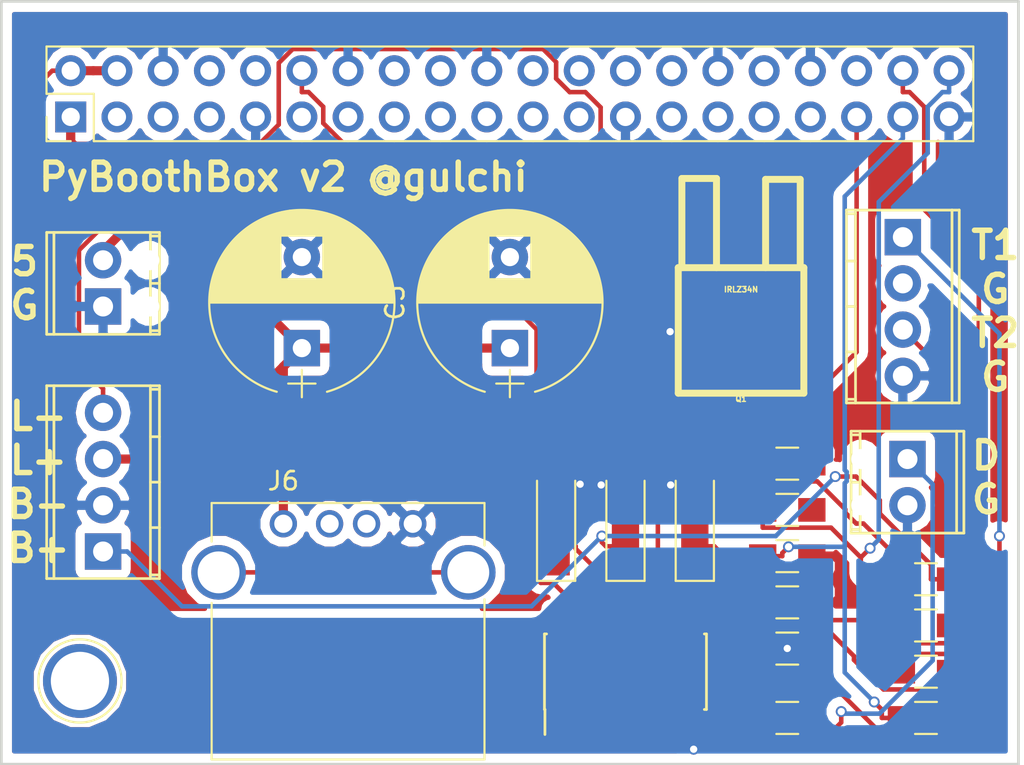
<source format=kicad_pcb>
(kicad_pcb (version 4) (host pcbnew 4.0.7)

  (general
    (links 53)
    (no_connects 6)
    (area 90.094999 57.074999 146.125001 99.135001)
    (thickness 1.6)
    (drawings 9)
    (tracks 213)
    (zones 0)
    (modules 24)
    (nets 53)
  )

  (page A4)
  (layers
    (0 F.Cu signal)
    (31 B.Cu signal)
    (32 B.Adhes user hide)
    (33 F.Adhes user hide)
    (34 B.Paste user hide)
    (35 F.Paste user hide)
    (36 B.SilkS user)
    (37 F.SilkS user)
    (38 B.Mask user hide)
    (39 F.Mask user hide)
    (40 Dwgs.User user hide)
    (41 Cmts.User user hide)
    (42 Eco1.User user hide)
    (43 Eco2.User user hide)
    (44 Edge.Cuts user)
    (45 Margin user hide)
    (46 B.CrtYd user hide)
    (47 F.CrtYd user hide)
    (48 B.Fab user hide)
    (49 F.Fab user hide)
  )

  (setup
    (last_trace_width 0.25)
    (trace_clearance 0.2)
    (zone_clearance 0.508)
    (zone_45_only no)
    (trace_min 0.2)
    (segment_width 0.2)
    (edge_width 0.15)
    (via_size 0.6)
    (via_drill 0.4)
    (via_min_size 0.4)
    (via_min_drill 0.3)
    (uvia_size 0.3)
    (uvia_drill 0.1)
    (uvias_allowed no)
    (uvia_min_size 0.2)
    (uvia_min_drill 0.1)
    (pcb_text_width 0.3)
    (pcb_text_size 1.5 1.5)
    (mod_edge_width 0.15)
    (mod_text_size 0.000001 0.000001)
    (mod_text_width 0.15)
    (pad_size 4.064 4.064)
    (pad_drill 3.2)
    (pad_to_mask_clearance 0.2)
    (aux_axis_origin 0 0)
    (visible_elements 7FFFFFFF)
    (pcbplotparams
      (layerselection 0x00030_80000001)
      (usegerberextensions false)
      (excludeedgelayer true)
      (linewidth 0.100000)
      (plotframeref false)
      (viasonmask false)
      (mode 1)
      (useauxorigin false)
      (hpglpennumber 1)
      (hpglpenspeed 20)
      (hpglpendiameter 15)
      (hpglpenoverlay 2)
      (psnegative false)
      (psa4output false)
      (plotreference true)
      (plotvalue true)
      (plotinvisibletext false)
      (padsonsilk false)
      (subtractmaskfromsilk false)
      (outputformat 1)
      (mirror false)
      (drillshape 1)
      (scaleselection 1)
      (outputdirectory ""))
  )

  (net 0 "")
  (net 1 "Net-(C1-Pad1)")
  (net 2 GND)
  (net 3 "Net-(C2-Pad1)")
  (net 4 "Net-(C3-Pad1)")
  (net 5 +5VD)
  (net 6 +3V3)
  (net 7 +5V)
  (net 8 "Net-(J1-Pad3)")
  (net 9 "Net-(J1-Pad5)")
  (net 10 "Net-(J1-Pad7)")
  (net 11 "Net-(J1-Pad8)")
  (net 12 "Net-(J1-Pad10)")
  (net 13 "Net-(J1-Pad11)")
  (net 14 RGBW_LOW)
  (net 15 "Net-(J1-Pad13)")
  (net 16 "Net-(J1-Pad15)")
  (net 17 "Net-(J1-Pad16)")
  (net 18 "Net-(J1-Pad17)")
  (net 19 "Net-(J1-Pad18)")
  (net 20 "Net-(J1-Pad19)")
  (net 21 "Net-(J1-Pad21)")
  (net 22 "Net-(J1-Pad22)")
  (net 23 "Net-(J1-Pad23)")
  (net 24 "Net-(J1-Pad24)")
  (net 25 "Net-(J1-Pad26)")
  (net 26 "Net-(J1-Pad27)")
  (net 27 "Net-(J1-Pad28)")
  (net 28 "Net-(J1-Pad29)")
  (net 29 "Net-(J1-Pad31)")
  (net 30 "Net-(J1-Pad32)")
  (net 31 "Net-(J1-Pad33)")
  (net 32 BUTTON)
  (net 33 "Net-(J1-Pad36)")
  (net 34 TASTER2)
  (net 35 LED)
  (net 36 TASTER1)
  (net 37 "Net-(J2-Pad4)")
  (net 38 "Net-(J5-Pad1)")
  (net 39 "Net-(J6-Pad3)")
  (net 40 "Net-(J6-Pad2)")
  (net 41 "Net-(J6-Pad5)")
  (net 42 "Net-(Q1-Pad1)")
  (net 43 "Net-(R9-Pad2)")
  (net 44 "Net-(U1-Pad4)")
  (net 45 "Net-(R10-Pad1)")
  (net 46 "Net-(U1-Pad3)")
  (net 47 "Net-(U1-Pad5)")
  (net 48 "Net-(U1-Pad6)")
  (net 49 "Net-(U1-Pad9)")
  (net 50 "Net-(U1-Pad10)")
  (net 51 "Net-(U1-Pad11)")
  (net 52 "Net-(U1-Pad12)")

  (net_class Default "Dies ist die voreingestellte Netzklasse."
    (clearance 0.2)
    (trace_width 0.25)
    (via_dia 0.6)
    (via_drill 0.4)
    (uvia_dia 0.3)
    (uvia_drill 0.1)
    (add_net +3V3)
    (add_net +5V)
    (add_net BUTTON)
    (add_net GND)
    (add_net LED)
    (add_net "Net-(C1-Pad1)")
    (add_net "Net-(C2-Pad1)")
    (add_net "Net-(C3-Pad1)")
    (add_net "Net-(J1-Pad10)")
    (add_net "Net-(J1-Pad11)")
    (add_net "Net-(J1-Pad13)")
    (add_net "Net-(J1-Pad15)")
    (add_net "Net-(J1-Pad16)")
    (add_net "Net-(J1-Pad17)")
    (add_net "Net-(J1-Pad18)")
    (add_net "Net-(J1-Pad19)")
    (add_net "Net-(J1-Pad21)")
    (add_net "Net-(J1-Pad22)")
    (add_net "Net-(J1-Pad23)")
    (add_net "Net-(J1-Pad24)")
    (add_net "Net-(J1-Pad26)")
    (add_net "Net-(J1-Pad27)")
    (add_net "Net-(J1-Pad28)")
    (add_net "Net-(J1-Pad29)")
    (add_net "Net-(J1-Pad3)")
    (add_net "Net-(J1-Pad31)")
    (add_net "Net-(J1-Pad32)")
    (add_net "Net-(J1-Pad33)")
    (add_net "Net-(J1-Pad36)")
    (add_net "Net-(J1-Pad5)")
    (add_net "Net-(J1-Pad7)")
    (add_net "Net-(J1-Pad8)")
    (add_net "Net-(J2-Pad4)")
    (add_net "Net-(J5-Pad1)")
    (add_net "Net-(J6-Pad2)")
    (add_net "Net-(J6-Pad3)")
    (add_net "Net-(J6-Pad5)")
    (add_net "Net-(Q1-Pad1)")
    (add_net "Net-(R10-Pad1)")
    (add_net "Net-(R9-Pad2)")
    (add_net "Net-(U1-Pad10)")
    (add_net "Net-(U1-Pad11)")
    (add_net "Net-(U1-Pad12)")
    (add_net "Net-(U1-Pad3)")
    (add_net "Net-(U1-Pad4)")
    (add_net "Net-(U1-Pad5)")
    (add_net "Net-(U1-Pad6)")
    (add_net "Net-(U1-Pad9)")
    (add_net RGBW_LOW)
    (add_net TASTER1)
    (add_net TASTER2)
  )

  (net_class SUP ""
    (clearance 0.2)
    (trace_width 0.5)
    (via_dia 0.6)
    (via_drill 0.4)
    (uvia_dia 0.3)
    (uvia_drill 0.1)
    (add_net +5VD)
  )

  (module Connectors:USB_A (layer F.Cu) (tedit 5543E289) (tstamp 5AC762D9)
    (at 105.664 85.852)
    (descr "USB A connector")
    (tags "USB USB_A")
    (path /5AC26E64)
    (fp_text reference J6 (at 0 -2.35) (layer F.SilkS)
      (effects (font (size 1 1) (thickness 0.15)))
    )
    (fp_text value USB_A (at 3.84 7.44) (layer F.Fab)
      (effects (font (size 1 1) (thickness 0.15)))
    )
    (fp_line (start -5.3 13.2) (end -5.3 -1.4) (layer F.CrtYd) (width 0.05))
    (fp_line (start 11.95 -1.4) (end 11.95 13.2) (layer F.CrtYd) (width 0.05))
    (fp_line (start -5.3 13.2) (end 11.95 13.2) (layer F.CrtYd) (width 0.05))
    (fp_line (start -5.3 -1.4) (end 11.95 -1.4) (layer F.CrtYd) (width 0.05))
    (fp_line (start 11.05 -1.14) (end 11.05 1.19) (layer F.SilkS) (width 0.12))
    (fp_line (start -3.94 -1.14) (end -3.94 0.98) (layer F.SilkS) (width 0.12))
    (fp_line (start 11.05 -1.14) (end -3.94 -1.14) (layer F.SilkS) (width 0.12))
    (fp_line (start 11.05 12.95) (end -3.94 12.95) (layer F.SilkS) (width 0.12))
    (fp_line (start 11.05 4.15) (end 11.05 12.95) (layer F.SilkS) (width 0.12))
    (fp_line (start -3.94 4.35) (end -3.94 12.95) (layer F.SilkS) (width 0.12))
    (pad 4 thru_hole circle (at 7.11 0 270) (size 1.5 1.5) (drill 1) (layers *.Cu *.Mask)
      (net 2 GND))
    (pad 3 thru_hole circle (at 4.57 0 270) (size 1.5 1.5) (drill 1) (layers *.Cu *.Mask)
      (net 39 "Net-(J6-Pad3)"))
    (pad 2 thru_hole circle (at 2.54 0 270) (size 1.5 1.5) (drill 1) (layers *.Cu *.Mask)
      (net 40 "Net-(J6-Pad2)"))
    (pad 1 thru_hole circle (at 0 0 270) (size 1.5 1.5) (drill 1) (layers *.Cu *.Mask)
      (net 5 +5VD))
    (pad 5 thru_hole circle (at 10.16 2.67 270) (size 3 3) (drill 2.3) (layers *.Cu *.Mask)
      (net 41 "Net-(J6-Pad5)"))
    (pad 5 thru_hole circle (at -3.56 2.67 270) (size 3 3) (drill 2.3) (layers *.Cu *.Mask)
      (net 41 "Net-(J6-Pad5)"))
    (model ${KISYS3DMOD}/Connectors.3dshapes/USB_A.wrl
      (at (xyz 0.14 0 0))
      (scale (xyz 1 1 1))
      (rotate (xyz 0 0 90))
    )
  )

  (module Capacitors_Tantalum_SMD:CP_Tantalum_Case-S_EIA-3216-12_Hand (layer F.Cu) (tedit 5AC8F8CD) (tstamp 5AC7626B)
    (at 124.46 85.09 90)
    (descr "Tantalum capacitor, Case S, EIA 3216-12, 3.2x1.6x1.2mm, Hand soldering footprint")
    (tags "capacitor tantalum smd")
    (path /5AC77897)
    (attr smd)
    (fp_text reference C1 (at 0 -2.55 90) (layer F.SilkS) hide
      (effects (font (size 1 1) (thickness 0.15)))
    )
    (fp_text value 5uF (at 0 2 90) (layer F.Fab)
      (effects (font (size 1 1) (thickness 0.15)))
    )
    (fp_text user %R (at 0 0 90) (layer F.Fab)
      (effects (font (size 0.7 0.7) (thickness 0.105)))
    )
    (fp_line (start -4 -1.2) (end -4 1.2) (layer F.CrtYd) (width 0.05))
    (fp_line (start -4 1.2) (end 4 1.2) (layer F.CrtYd) (width 0.05))
    (fp_line (start 4 1.2) (end 4 -1.2) (layer F.CrtYd) (width 0.05))
    (fp_line (start 4 -1.2) (end -4 -1.2) (layer F.CrtYd) (width 0.05))
    (fp_line (start -1.6 -0.8) (end -1.6 0.8) (layer F.Fab) (width 0.1))
    (fp_line (start -1.6 0.8) (end 1.6 0.8) (layer F.Fab) (width 0.1))
    (fp_line (start 1.6 0.8) (end 1.6 -0.8) (layer F.Fab) (width 0.1))
    (fp_line (start 1.6 -0.8) (end -1.6 -0.8) (layer F.Fab) (width 0.1))
    (fp_line (start -1.28 -0.8) (end -1.28 0.8) (layer F.Fab) (width 0.1))
    (fp_line (start -1.12 -0.8) (end -1.12 0.8) (layer F.Fab) (width 0.1))
    (fp_line (start -3.9 -1.05) (end 1.6 -1.05) (layer F.SilkS) (width 0.12))
    (fp_line (start -3.9 1.05) (end 1.6 1.05) (layer F.SilkS) (width 0.12))
    (fp_line (start -3.9 -1.05) (end -3.9 1.05) (layer F.SilkS) (width 0.12))
    (pad 1 smd rect (at -2 0 90) (size 3.2 1.5) (layers F.Cu F.Paste F.Mask)
      (net 1 "Net-(C1-Pad1)"))
    (pad 2 smd rect (at 2 0 90) (size 3.2 1.5) (layers F.Cu F.Paste F.Mask)
      (net 2 GND))
    (model Capacitors_Tantalum_SMD.3dshapes/CP_Tantalum_Case-S_EIA-3216-12.wrl
      (at (xyz 0 0 0))
      (scale (xyz 1 1 1))
      (rotate (xyz 0 0 0))
    )
  )

  (module Capacitors_Tantalum_SMD:CP_Tantalum_Case-S_EIA-3216-12_Hand (layer F.Cu) (tedit 5AC8F8E9) (tstamp 5AC76271)
    (at 128.27 85.09 90)
    (descr "Tantalum capacitor, Case S, EIA 3216-12, 3.2x1.6x1.2mm, Hand soldering footprint")
    (tags "capacitor tantalum smd")
    (path /5AC7A4C4)
    (attr smd)
    (fp_text reference C2 (at 0 -2.55 90) (layer F.SilkS) hide
      (effects (font (size 1 1) (thickness 0.15)))
    )
    (fp_text value 5uF (at 0 2 90) (layer F.Fab)
      (effects (font (size 1 1) (thickness 0.15)))
    )
    (fp_text user %R (at 0 0 90) (layer F.Fab)
      (effects (font (size 0.7 0.7) (thickness 0.105)))
    )
    (fp_line (start -4 -1.2) (end -4 1.2) (layer F.CrtYd) (width 0.05))
    (fp_line (start -4 1.2) (end 4 1.2) (layer F.CrtYd) (width 0.05))
    (fp_line (start 4 1.2) (end 4 -1.2) (layer F.CrtYd) (width 0.05))
    (fp_line (start 4 -1.2) (end -4 -1.2) (layer F.CrtYd) (width 0.05))
    (fp_line (start -1.6 -0.8) (end -1.6 0.8) (layer F.Fab) (width 0.1))
    (fp_line (start -1.6 0.8) (end 1.6 0.8) (layer F.Fab) (width 0.1))
    (fp_line (start 1.6 0.8) (end 1.6 -0.8) (layer F.Fab) (width 0.1))
    (fp_line (start 1.6 -0.8) (end -1.6 -0.8) (layer F.Fab) (width 0.1))
    (fp_line (start -1.28 -0.8) (end -1.28 0.8) (layer F.Fab) (width 0.1))
    (fp_line (start -1.12 -0.8) (end -1.12 0.8) (layer F.Fab) (width 0.1))
    (fp_line (start -3.9 -1.05) (end 1.6 -1.05) (layer F.SilkS) (width 0.12))
    (fp_line (start -3.9 1.05) (end 1.6 1.05) (layer F.SilkS) (width 0.12))
    (fp_line (start -3.9 -1.05) (end -3.9 1.05) (layer F.SilkS) (width 0.12))
    (pad 1 smd rect (at -2 0 90) (size 3.2 1.5) (layers F.Cu F.Paste F.Mask)
      (net 3 "Net-(C2-Pad1)"))
    (pad 2 smd rect (at 2 0 90) (size 3.2 1.5) (layers F.Cu F.Paste F.Mask)
      (net 2 GND))
    (model Capacitors_Tantalum_SMD.3dshapes/CP_Tantalum_Case-S_EIA-3216-12.wrl
      (at (xyz 0 0 0))
      (scale (xyz 1 1 1))
      (rotate (xyz 0 0 0))
    )
  )

  (module Capacitors_Tantalum_SMD:CP_Tantalum_Case-S_EIA-3216-12_Hand (layer F.Cu) (tedit 5AC8F8BE) (tstamp 5AC76277)
    (at 120.65 85.09 90)
    (descr "Tantalum capacitor, Case S, EIA 3216-12, 3.2x1.6x1.2mm, Hand soldering footprint")
    (tags "capacitor tantalum smd")
    (path /5AC7AD9F)
    (attr smd)
    (fp_text reference C3 (at 0 -2.55 90) (layer F.SilkS) hide
      (effects (font (size 1 1) (thickness 0.15)))
    )
    (fp_text value 5uF (at 0 2 90) (layer F.Fab)
      (effects (font (size 1 1) (thickness 0.15)))
    )
    (fp_text user %R (at 0 0 90) (layer F.Fab)
      (effects (font (size 0.7 0.7) (thickness 0.105)))
    )
    (fp_line (start -4 -1.2) (end -4 1.2) (layer F.CrtYd) (width 0.05))
    (fp_line (start -4 1.2) (end 4 1.2) (layer F.CrtYd) (width 0.05))
    (fp_line (start 4 1.2) (end 4 -1.2) (layer F.CrtYd) (width 0.05))
    (fp_line (start 4 -1.2) (end -4 -1.2) (layer F.CrtYd) (width 0.05))
    (fp_line (start -1.6 -0.8) (end -1.6 0.8) (layer F.Fab) (width 0.1))
    (fp_line (start -1.6 0.8) (end 1.6 0.8) (layer F.Fab) (width 0.1))
    (fp_line (start 1.6 0.8) (end 1.6 -0.8) (layer F.Fab) (width 0.1))
    (fp_line (start 1.6 -0.8) (end -1.6 -0.8) (layer F.Fab) (width 0.1))
    (fp_line (start -1.28 -0.8) (end -1.28 0.8) (layer F.Fab) (width 0.1))
    (fp_line (start -1.12 -0.8) (end -1.12 0.8) (layer F.Fab) (width 0.1))
    (fp_line (start -3.9 -1.05) (end 1.6 -1.05) (layer F.SilkS) (width 0.12))
    (fp_line (start -3.9 1.05) (end 1.6 1.05) (layer F.SilkS) (width 0.12))
    (fp_line (start -3.9 -1.05) (end -3.9 1.05) (layer F.SilkS) (width 0.12))
    (pad 1 smd rect (at -2 0 90) (size 3.2 1.5) (layers F.Cu F.Paste F.Mask)
      (net 4 "Net-(C3-Pad1)"))
    (pad 2 smd rect (at 2 0 90) (size 3.2 1.5) (layers F.Cu F.Paste F.Mask)
      (net 2 GND))
    (model Capacitors_Tantalum_SMD.3dshapes/CP_Tantalum_Case-S_EIA-3216-12.wrl
      (at (xyz 0 0 0))
      (scale (xyz 1 1 1))
      (rotate (xyz 0 0 0))
    )
  )

  (module Capacitors_THT:CP_Radial_D10.0mm_P5.00mm (layer F.Cu) (tedit 5AC8FB15) (tstamp 5AC7627D)
    (at 106.68 76.2 90)
    (descr "CP, Radial series, Radial, pin pitch=5.00mm, , diameter=10mm, Electrolytic Capacitor")
    (tags "CP Radial series Radial pin pitch 5.00mm  diameter 10mm Electrolytic Capacitor")
    (path /5AC26D06)
    (fp_text reference C4 (at 2.5 -6.31 90) (layer F.SilkS) hide
      (effects (font (size 1 1) (thickness 0.15)))
    )
    (fp_text value 1000uF (at 2 0 180) (layer F.Fab)
      (effects (font (size 1 1) (thickness 0.15)))
    )
    (fp_arc (start 2.5 0) (end -2.399357 -1.38) (angle 148.5) (layer F.SilkS) (width 0.12))
    (fp_arc (start 2.5 0) (end -2.399357 1.38) (angle -148.5) (layer F.SilkS) (width 0.12))
    (fp_arc (start 2.5 0) (end 7.399357 -1.38) (angle 31.5) (layer F.SilkS) (width 0.12))
    (fp_circle (center 2.5 0) (end 7.5 0) (layer F.Fab) (width 0.1))
    (fp_line (start -2.7 0) (end -1.2 0) (layer F.Fab) (width 0.1))
    (fp_line (start -1.95 -0.75) (end -1.95 0.75) (layer F.Fab) (width 0.1))
    (fp_line (start 2.5 -5.05) (end 2.5 5.05) (layer F.SilkS) (width 0.12))
    (fp_line (start 2.54 -5.05) (end 2.54 5.05) (layer F.SilkS) (width 0.12))
    (fp_line (start 2.58 -5.05) (end 2.58 5.05) (layer F.SilkS) (width 0.12))
    (fp_line (start 2.62 -5.049) (end 2.62 5.049) (layer F.SilkS) (width 0.12))
    (fp_line (start 2.66 -5.048) (end 2.66 5.048) (layer F.SilkS) (width 0.12))
    (fp_line (start 2.7 -5.047) (end 2.7 5.047) (layer F.SilkS) (width 0.12))
    (fp_line (start 2.74 -5.045) (end 2.74 5.045) (layer F.SilkS) (width 0.12))
    (fp_line (start 2.78 -5.043) (end 2.78 5.043) (layer F.SilkS) (width 0.12))
    (fp_line (start 2.82 -5.04) (end 2.82 5.04) (layer F.SilkS) (width 0.12))
    (fp_line (start 2.86 -5.038) (end 2.86 5.038) (layer F.SilkS) (width 0.12))
    (fp_line (start 2.9 -5.035) (end 2.9 5.035) (layer F.SilkS) (width 0.12))
    (fp_line (start 2.94 -5.031) (end 2.94 5.031) (layer F.SilkS) (width 0.12))
    (fp_line (start 2.98 -5.028) (end 2.98 5.028) (layer F.SilkS) (width 0.12))
    (fp_line (start 3.02 -5.024) (end 3.02 5.024) (layer F.SilkS) (width 0.12))
    (fp_line (start 3.06 -5.02) (end 3.06 5.02) (layer F.SilkS) (width 0.12))
    (fp_line (start 3.1 -5.015) (end 3.1 5.015) (layer F.SilkS) (width 0.12))
    (fp_line (start 3.14 -5.01) (end 3.14 5.01) (layer F.SilkS) (width 0.12))
    (fp_line (start 3.18 -5.005) (end 3.18 5.005) (layer F.SilkS) (width 0.12))
    (fp_line (start 3.221 -4.999) (end 3.221 4.999) (layer F.SilkS) (width 0.12))
    (fp_line (start 3.261 -4.993) (end 3.261 4.993) (layer F.SilkS) (width 0.12))
    (fp_line (start 3.301 -4.987) (end 3.301 4.987) (layer F.SilkS) (width 0.12))
    (fp_line (start 3.341 -4.981) (end 3.341 4.981) (layer F.SilkS) (width 0.12))
    (fp_line (start 3.381 -4.974) (end 3.381 4.974) (layer F.SilkS) (width 0.12))
    (fp_line (start 3.421 -4.967) (end 3.421 4.967) (layer F.SilkS) (width 0.12))
    (fp_line (start 3.461 -4.959) (end 3.461 4.959) (layer F.SilkS) (width 0.12))
    (fp_line (start 3.501 -4.951) (end 3.501 4.951) (layer F.SilkS) (width 0.12))
    (fp_line (start 3.541 -4.943) (end 3.541 4.943) (layer F.SilkS) (width 0.12))
    (fp_line (start 3.581 -4.935) (end 3.581 4.935) (layer F.SilkS) (width 0.12))
    (fp_line (start 3.621 -4.926) (end 3.621 4.926) (layer F.SilkS) (width 0.12))
    (fp_line (start 3.661 -4.917) (end 3.661 4.917) (layer F.SilkS) (width 0.12))
    (fp_line (start 3.701 -4.907) (end 3.701 4.907) (layer F.SilkS) (width 0.12))
    (fp_line (start 3.741 -4.897) (end 3.741 4.897) (layer F.SilkS) (width 0.12))
    (fp_line (start 3.781 -4.887) (end 3.781 4.887) (layer F.SilkS) (width 0.12))
    (fp_line (start 3.821 -4.876) (end 3.821 -1.181) (layer F.SilkS) (width 0.12))
    (fp_line (start 3.821 1.181) (end 3.821 4.876) (layer F.SilkS) (width 0.12))
    (fp_line (start 3.861 -4.865) (end 3.861 -1.181) (layer F.SilkS) (width 0.12))
    (fp_line (start 3.861 1.181) (end 3.861 4.865) (layer F.SilkS) (width 0.12))
    (fp_line (start 3.901 -4.854) (end 3.901 -1.181) (layer F.SilkS) (width 0.12))
    (fp_line (start 3.901 1.181) (end 3.901 4.854) (layer F.SilkS) (width 0.12))
    (fp_line (start 3.941 -4.843) (end 3.941 -1.181) (layer F.SilkS) (width 0.12))
    (fp_line (start 3.941 1.181) (end 3.941 4.843) (layer F.SilkS) (width 0.12))
    (fp_line (start 3.981 -4.831) (end 3.981 -1.181) (layer F.SilkS) (width 0.12))
    (fp_line (start 3.981 1.181) (end 3.981 4.831) (layer F.SilkS) (width 0.12))
    (fp_line (start 4.021 -4.818) (end 4.021 -1.181) (layer F.SilkS) (width 0.12))
    (fp_line (start 4.021 1.181) (end 4.021 4.818) (layer F.SilkS) (width 0.12))
    (fp_line (start 4.061 -4.806) (end 4.061 -1.181) (layer F.SilkS) (width 0.12))
    (fp_line (start 4.061 1.181) (end 4.061 4.806) (layer F.SilkS) (width 0.12))
    (fp_line (start 4.101 -4.792) (end 4.101 -1.181) (layer F.SilkS) (width 0.12))
    (fp_line (start 4.101 1.181) (end 4.101 4.792) (layer F.SilkS) (width 0.12))
    (fp_line (start 4.141 -4.779) (end 4.141 -1.181) (layer F.SilkS) (width 0.12))
    (fp_line (start 4.141 1.181) (end 4.141 4.779) (layer F.SilkS) (width 0.12))
    (fp_line (start 4.181 -4.765) (end 4.181 -1.181) (layer F.SilkS) (width 0.12))
    (fp_line (start 4.181 1.181) (end 4.181 4.765) (layer F.SilkS) (width 0.12))
    (fp_line (start 4.221 -4.751) (end 4.221 -1.181) (layer F.SilkS) (width 0.12))
    (fp_line (start 4.221 1.181) (end 4.221 4.751) (layer F.SilkS) (width 0.12))
    (fp_line (start 4.261 -4.737) (end 4.261 -1.181) (layer F.SilkS) (width 0.12))
    (fp_line (start 4.261 1.181) (end 4.261 4.737) (layer F.SilkS) (width 0.12))
    (fp_line (start 4.301 -4.722) (end 4.301 -1.181) (layer F.SilkS) (width 0.12))
    (fp_line (start 4.301 1.181) (end 4.301 4.722) (layer F.SilkS) (width 0.12))
    (fp_line (start 4.341 -4.706) (end 4.341 -1.181) (layer F.SilkS) (width 0.12))
    (fp_line (start 4.341 1.181) (end 4.341 4.706) (layer F.SilkS) (width 0.12))
    (fp_line (start 4.381 -4.691) (end 4.381 -1.181) (layer F.SilkS) (width 0.12))
    (fp_line (start 4.381 1.181) (end 4.381 4.691) (layer F.SilkS) (width 0.12))
    (fp_line (start 4.421 -4.674) (end 4.421 -1.181) (layer F.SilkS) (width 0.12))
    (fp_line (start 4.421 1.181) (end 4.421 4.674) (layer F.SilkS) (width 0.12))
    (fp_line (start 4.461 -4.658) (end 4.461 -1.181) (layer F.SilkS) (width 0.12))
    (fp_line (start 4.461 1.181) (end 4.461 4.658) (layer F.SilkS) (width 0.12))
    (fp_line (start 4.501 -4.641) (end 4.501 -1.181) (layer F.SilkS) (width 0.12))
    (fp_line (start 4.501 1.181) (end 4.501 4.641) (layer F.SilkS) (width 0.12))
    (fp_line (start 4.541 -4.624) (end 4.541 -1.181) (layer F.SilkS) (width 0.12))
    (fp_line (start 4.541 1.181) (end 4.541 4.624) (layer F.SilkS) (width 0.12))
    (fp_line (start 4.581 -4.606) (end 4.581 -1.181) (layer F.SilkS) (width 0.12))
    (fp_line (start 4.581 1.181) (end 4.581 4.606) (layer F.SilkS) (width 0.12))
    (fp_line (start 4.621 -4.588) (end 4.621 -1.181) (layer F.SilkS) (width 0.12))
    (fp_line (start 4.621 1.181) (end 4.621 4.588) (layer F.SilkS) (width 0.12))
    (fp_line (start 4.661 -4.569) (end 4.661 -1.181) (layer F.SilkS) (width 0.12))
    (fp_line (start 4.661 1.181) (end 4.661 4.569) (layer F.SilkS) (width 0.12))
    (fp_line (start 4.701 -4.55) (end 4.701 -1.181) (layer F.SilkS) (width 0.12))
    (fp_line (start 4.701 1.181) (end 4.701 4.55) (layer F.SilkS) (width 0.12))
    (fp_line (start 4.741 -4.531) (end 4.741 -1.181) (layer F.SilkS) (width 0.12))
    (fp_line (start 4.741 1.181) (end 4.741 4.531) (layer F.SilkS) (width 0.12))
    (fp_line (start 4.781 -4.511) (end 4.781 -1.181) (layer F.SilkS) (width 0.12))
    (fp_line (start 4.781 1.181) (end 4.781 4.511) (layer F.SilkS) (width 0.12))
    (fp_line (start 4.821 -4.491) (end 4.821 -1.181) (layer F.SilkS) (width 0.12))
    (fp_line (start 4.821 1.181) (end 4.821 4.491) (layer F.SilkS) (width 0.12))
    (fp_line (start 4.861 -4.47) (end 4.861 -1.181) (layer F.SilkS) (width 0.12))
    (fp_line (start 4.861 1.181) (end 4.861 4.47) (layer F.SilkS) (width 0.12))
    (fp_line (start 4.901 -4.449) (end 4.901 -1.181) (layer F.SilkS) (width 0.12))
    (fp_line (start 4.901 1.181) (end 4.901 4.449) (layer F.SilkS) (width 0.12))
    (fp_line (start 4.941 -4.428) (end 4.941 -1.181) (layer F.SilkS) (width 0.12))
    (fp_line (start 4.941 1.181) (end 4.941 4.428) (layer F.SilkS) (width 0.12))
    (fp_line (start 4.981 -4.405) (end 4.981 -1.181) (layer F.SilkS) (width 0.12))
    (fp_line (start 4.981 1.181) (end 4.981 4.405) (layer F.SilkS) (width 0.12))
    (fp_line (start 5.021 -4.383) (end 5.021 -1.181) (layer F.SilkS) (width 0.12))
    (fp_line (start 5.021 1.181) (end 5.021 4.383) (layer F.SilkS) (width 0.12))
    (fp_line (start 5.061 -4.36) (end 5.061 -1.181) (layer F.SilkS) (width 0.12))
    (fp_line (start 5.061 1.181) (end 5.061 4.36) (layer F.SilkS) (width 0.12))
    (fp_line (start 5.101 -4.336) (end 5.101 -1.181) (layer F.SilkS) (width 0.12))
    (fp_line (start 5.101 1.181) (end 5.101 4.336) (layer F.SilkS) (width 0.12))
    (fp_line (start 5.141 -4.312) (end 5.141 -1.181) (layer F.SilkS) (width 0.12))
    (fp_line (start 5.141 1.181) (end 5.141 4.312) (layer F.SilkS) (width 0.12))
    (fp_line (start 5.181 -4.288) (end 5.181 -1.181) (layer F.SilkS) (width 0.12))
    (fp_line (start 5.181 1.181) (end 5.181 4.288) (layer F.SilkS) (width 0.12))
    (fp_line (start 5.221 -4.263) (end 5.221 -1.181) (layer F.SilkS) (width 0.12))
    (fp_line (start 5.221 1.181) (end 5.221 4.263) (layer F.SilkS) (width 0.12))
    (fp_line (start 5.261 -4.237) (end 5.261 -1.181) (layer F.SilkS) (width 0.12))
    (fp_line (start 5.261 1.181) (end 5.261 4.237) (layer F.SilkS) (width 0.12))
    (fp_line (start 5.301 -4.211) (end 5.301 -1.181) (layer F.SilkS) (width 0.12))
    (fp_line (start 5.301 1.181) (end 5.301 4.211) (layer F.SilkS) (width 0.12))
    (fp_line (start 5.341 -4.185) (end 5.341 -1.181) (layer F.SilkS) (width 0.12))
    (fp_line (start 5.341 1.181) (end 5.341 4.185) (layer F.SilkS) (width 0.12))
    (fp_line (start 5.381 -4.157) (end 5.381 -1.181) (layer F.SilkS) (width 0.12))
    (fp_line (start 5.381 1.181) (end 5.381 4.157) (layer F.SilkS) (width 0.12))
    (fp_line (start 5.421 -4.13) (end 5.421 -1.181) (layer F.SilkS) (width 0.12))
    (fp_line (start 5.421 1.181) (end 5.421 4.13) (layer F.SilkS) (width 0.12))
    (fp_line (start 5.461 -4.101) (end 5.461 -1.181) (layer F.SilkS) (width 0.12))
    (fp_line (start 5.461 1.181) (end 5.461 4.101) (layer F.SilkS) (width 0.12))
    (fp_line (start 5.501 -4.072) (end 5.501 -1.181) (layer F.SilkS) (width 0.12))
    (fp_line (start 5.501 1.181) (end 5.501 4.072) (layer F.SilkS) (width 0.12))
    (fp_line (start 5.541 -4.043) (end 5.541 -1.181) (layer F.SilkS) (width 0.12))
    (fp_line (start 5.541 1.181) (end 5.541 4.043) (layer F.SilkS) (width 0.12))
    (fp_line (start 5.581 -4.013) (end 5.581 -1.181) (layer F.SilkS) (width 0.12))
    (fp_line (start 5.581 1.181) (end 5.581 4.013) (layer F.SilkS) (width 0.12))
    (fp_line (start 5.621 -3.982) (end 5.621 -1.181) (layer F.SilkS) (width 0.12))
    (fp_line (start 5.621 1.181) (end 5.621 3.982) (layer F.SilkS) (width 0.12))
    (fp_line (start 5.661 -3.951) (end 5.661 -1.181) (layer F.SilkS) (width 0.12))
    (fp_line (start 5.661 1.181) (end 5.661 3.951) (layer F.SilkS) (width 0.12))
    (fp_line (start 5.701 -3.919) (end 5.701 -1.181) (layer F.SilkS) (width 0.12))
    (fp_line (start 5.701 1.181) (end 5.701 3.919) (layer F.SilkS) (width 0.12))
    (fp_line (start 5.741 -3.886) (end 5.741 -1.181) (layer F.SilkS) (width 0.12))
    (fp_line (start 5.741 1.181) (end 5.741 3.886) (layer F.SilkS) (width 0.12))
    (fp_line (start 5.781 -3.853) (end 5.781 -1.181) (layer F.SilkS) (width 0.12))
    (fp_line (start 5.781 1.181) (end 5.781 3.853) (layer F.SilkS) (width 0.12))
    (fp_line (start 5.821 -3.819) (end 5.821 -1.181) (layer F.SilkS) (width 0.12))
    (fp_line (start 5.821 1.181) (end 5.821 3.819) (layer F.SilkS) (width 0.12))
    (fp_line (start 5.861 -3.784) (end 5.861 -1.181) (layer F.SilkS) (width 0.12))
    (fp_line (start 5.861 1.181) (end 5.861 3.784) (layer F.SilkS) (width 0.12))
    (fp_line (start 5.901 -3.748) (end 5.901 -1.181) (layer F.SilkS) (width 0.12))
    (fp_line (start 5.901 1.181) (end 5.901 3.748) (layer F.SilkS) (width 0.12))
    (fp_line (start 5.941 -3.712) (end 5.941 -1.181) (layer F.SilkS) (width 0.12))
    (fp_line (start 5.941 1.181) (end 5.941 3.712) (layer F.SilkS) (width 0.12))
    (fp_line (start 5.981 -3.675) (end 5.981 -1.181) (layer F.SilkS) (width 0.12))
    (fp_line (start 5.981 1.181) (end 5.981 3.675) (layer F.SilkS) (width 0.12))
    (fp_line (start 6.021 -3.637) (end 6.021 -1.181) (layer F.SilkS) (width 0.12))
    (fp_line (start 6.021 1.181) (end 6.021 3.637) (layer F.SilkS) (width 0.12))
    (fp_line (start 6.061 -3.598) (end 6.061 -1.181) (layer F.SilkS) (width 0.12))
    (fp_line (start 6.061 1.181) (end 6.061 3.598) (layer F.SilkS) (width 0.12))
    (fp_line (start 6.101 -3.559) (end 6.101 -1.181) (layer F.SilkS) (width 0.12))
    (fp_line (start 6.101 1.181) (end 6.101 3.559) (layer F.SilkS) (width 0.12))
    (fp_line (start 6.141 -3.518) (end 6.141 -1.181) (layer F.SilkS) (width 0.12))
    (fp_line (start 6.141 1.181) (end 6.141 3.518) (layer F.SilkS) (width 0.12))
    (fp_line (start 6.181 -3.477) (end 6.181 3.477) (layer F.SilkS) (width 0.12))
    (fp_line (start 6.221 -3.435) (end 6.221 3.435) (layer F.SilkS) (width 0.12))
    (fp_line (start 6.261 -3.391) (end 6.261 3.391) (layer F.SilkS) (width 0.12))
    (fp_line (start 6.301 -3.347) (end 6.301 3.347) (layer F.SilkS) (width 0.12))
    (fp_line (start 6.341 -3.302) (end 6.341 3.302) (layer F.SilkS) (width 0.12))
    (fp_line (start 6.381 -3.255) (end 6.381 3.255) (layer F.SilkS) (width 0.12))
    (fp_line (start 6.421 -3.207) (end 6.421 3.207) (layer F.SilkS) (width 0.12))
    (fp_line (start 6.461 -3.158) (end 6.461 3.158) (layer F.SilkS) (width 0.12))
    (fp_line (start 6.501 -3.108) (end 6.501 3.108) (layer F.SilkS) (width 0.12))
    (fp_line (start 6.541 -3.057) (end 6.541 3.057) (layer F.SilkS) (width 0.12))
    (fp_line (start 6.581 -3.004) (end 6.581 3.004) (layer F.SilkS) (width 0.12))
    (fp_line (start 6.621 -2.949) (end 6.621 2.949) (layer F.SilkS) (width 0.12))
    (fp_line (start 6.661 -2.894) (end 6.661 2.894) (layer F.SilkS) (width 0.12))
    (fp_line (start 6.701 -2.836) (end 6.701 2.836) (layer F.SilkS) (width 0.12))
    (fp_line (start 6.741 -2.777) (end 6.741 2.777) (layer F.SilkS) (width 0.12))
    (fp_line (start 6.781 -2.715) (end 6.781 2.715) (layer F.SilkS) (width 0.12))
    (fp_line (start 6.821 -2.652) (end 6.821 2.652) (layer F.SilkS) (width 0.12))
    (fp_line (start 6.861 -2.587) (end 6.861 2.587) (layer F.SilkS) (width 0.12))
    (fp_line (start 6.901 -2.519) (end 6.901 2.519) (layer F.SilkS) (width 0.12))
    (fp_line (start 6.941 -2.449) (end 6.941 2.449) (layer F.SilkS) (width 0.12))
    (fp_line (start 6.981 -2.377) (end 6.981 2.377) (layer F.SilkS) (width 0.12))
    (fp_line (start 7.021 -2.301) (end 7.021 2.301) (layer F.SilkS) (width 0.12))
    (fp_line (start 7.061 -2.222) (end 7.061 2.222) (layer F.SilkS) (width 0.12))
    (fp_line (start 7.101 -2.14) (end 7.101 2.14) (layer F.SilkS) (width 0.12))
    (fp_line (start 7.141 -2.053) (end 7.141 2.053) (layer F.SilkS) (width 0.12))
    (fp_line (start 7.181 -1.962) (end 7.181 1.962) (layer F.SilkS) (width 0.12))
    (fp_line (start 7.221 -1.866) (end 7.221 1.866) (layer F.SilkS) (width 0.12))
    (fp_line (start 7.261 -1.763) (end 7.261 1.763) (layer F.SilkS) (width 0.12))
    (fp_line (start 7.301 -1.654) (end 7.301 1.654) (layer F.SilkS) (width 0.12))
    (fp_line (start 7.341 -1.536) (end 7.341 1.536) (layer F.SilkS) (width 0.12))
    (fp_line (start 7.381 -1.407) (end 7.381 1.407) (layer F.SilkS) (width 0.12))
    (fp_line (start 7.421 -1.265) (end 7.421 1.265) (layer F.SilkS) (width 0.12))
    (fp_line (start 7.461 -1.104) (end 7.461 1.104) (layer F.SilkS) (width 0.12))
    (fp_line (start 7.501 -0.913) (end 7.501 0.913) (layer F.SilkS) (width 0.12))
    (fp_line (start 7.541 -0.672) (end 7.541 0.672) (layer F.SilkS) (width 0.12))
    (fp_line (start 7.581 -0.279) (end 7.581 0.279) (layer F.SilkS) (width 0.12))
    (fp_line (start -2.7 0) (end -1.2 0) (layer F.SilkS) (width 0.12))
    (fp_line (start -1.95 -0.75) (end -1.95 0.75) (layer F.SilkS) (width 0.12))
    (fp_line (start -2.85 -5.35) (end -2.85 5.35) (layer F.CrtYd) (width 0.05))
    (fp_line (start -2.85 5.35) (end 7.85 5.35) (layer F.CrtYd) (width 0.05))
    (fp_line (start 7.85 5.35) (end 7.85 -5.35) (layer F.CrtYd) (width 0.05))
    (fp_line (start 7.85 -5.35) (end -2.85 -5.35) (layer F.CrtYd) (width 0.05))
    (fp_text user %R (at 2.5 0 90) (layer F.Fab) hide
      (effects (font (size 1 1) (thickness 0.15)))
    )
    (pad 1 thru_hole rect (at 0 0 90) (size 2 2) (drill 1) (layers *.Cu *.Mask)
      (net 5 +5VD))
    (pad 2 thru_hole circle (at 5 0 90) (size 2 2) (drill 1) (layers *.Cu *.Mask)
      (net 2 GND))
    (model ${KISYS3DMOD}/Capacitors_THT.3dshapes/CP_Radial_D10.0mm_P5.00mm.wrl
      (at (xyz 0 0 0))
      (scale (xyz 1 1 1))
      (rotate (xyz 0 0 0))
    )
  )

  (module Capacitors_THT:CP_Radial_D10.0mm_P5.00mm (layer F.Cu) (tedit 5AC8F84F) (tstamp 5AC76283)
    (at 118.11 76.2 90)
    (descr "CP, Radial series, Radial, pin pitch=5.00mm, , diameter=10mm, Electrolytic Capacitor")
    (tags "CP Radial series Radial pin pitch 5.00mm  diameter 10mm Electrolytic Capacitor")
    (path /5AC26D2F)
    (fp_text reference C5 (at 2.5 -6.31 90) (layer F.SilkS)
      (effects (font (size 1 1) (thickness 0.15)))
    )
    (fp_text value 1000uF (at 2 0 180) (layer F.Fab)
      (effects (font (size 1 1) (thickness 0.15)))
    )
    (fp_arc (start 2.5 0) (end -2.399357 -1.38) (angle 148.5) (layer F.SilkS) (width 0.12))
    (fp_arc (start 2.5 0) (end -2.399357 1.38) (angle -148.5) (layer F.SilkS) (width 0.12))
    (fp_arc (start 2.5 0) (end 7.399357 -1.38) (angle 31.5) (layer F.SilkS) (width 0.12))
    (fp_circle (center 2.5 0) (end 7.5 0) (layer F.Fab) (width 0.1))
    (fp_line (start -2.7 0) (end -1.2 0) (layer F.Fab) (width 0.1))
    (fp_line (start -1.95 -0.75) (end -1.95 0.75) (layer F.Fab) (width 0.1))
    (fp_line (start 2.5 -5.05) (end 2.5 5.05) (layer F.SilkS) (width 0.12))
    (fp_line (start 2.54 -5.05) (end 2.54 5.05) (layer F.SilkS) (width 0.12))
    (fp_line (start 2.58 -5.05) (end 2.58 5.05) (layer F.SilkS) (width 0.12))
    (fp_line (start 2.62 -5.049) (end 2.62 5.049) (layer F.SilkS) (width 0.12))
    (fp_line (start 2.66 -5.048) (end 2.66 5.048) (layer F.SilkS) (width 0.12))
    (fp_line (start 2.7 -5.047) (end 2.7 5.047) (layer F.SilkS) (width 0.12))
    (fp_line (start 2.74 -5.045) (end 2.74 5.045) (layer F.SilkS) (width 0.12))
    (fp_line (start 2.78 -5.043) (end 2.78 5.043) (layer F.SilkS) (width 0.12))
    (fp_line (start 2.82 -5.04) (end 2.82 5.04) (layer F.SilkS) (width 0.12))
    (fp_line (start 2.86 -5.038) (end 2.86 5.038) (layer F.SilkS) (width 0.12))
    (fp_line (start 2.9 -5.035) (end 2.9 5.035) (layer F.SilkS) (width 0.12))
    (fp_line (start 2.94 -5.031) (end 2.94 5.031) (layer F.SilkS) (width 0.12))
    (fp_line (start 2.98 -5.028) (end 2.98 5.028) (layer F.SilkS) (width 0.12))
    (fp_line (start 3.02 -5.024) (end 3.02 5.024) (layer F.SilkS) (width 0.12))
    (fp_line (start 3.06 -5.02) (end 3.06 5.02) (layer F.SilkS) (width 0.12))
    (fp_line (start 3.1 -5.015) (end 3.1 5.015) (layer F.SilkS) (width 0.12))
    (fp_line (start 3.14 -5.01) (end 3.14 5.01) (layer F.SilkS) (width 0.12))
    (fp_line (start 3.18 -5.005) (end 3.18 5.005) (layer F.SilkS) (width 0.12))
    (fp_line (start 3.221 -4.999) (end 3.221 4.999) (layer F.SilkS) (width 0.12))
    (fp_line (start 3.261 -4.993) (end 3.261 4.993) (layer F.SilkS) (width 0.12))
    (fp_line (start 3.301 -4.987) (end 3.301 4.987) (layer F.SilkS) (width 0.12))
    (fp_line (start 3.341 -4.981) (end 3.341 4.981) (layer F.SilkS) (width 0.12))
    (fp_line (start 3.381 -4.974) (end 3.381 4.974) (layer F.SilkS) (width 0.12))
    (fp_line (start 3.421 -4.967) (end 3.421 4.967) (layer F.SilkS) (width 0.12))
    (fp_line (start 3.461 -4.959) (end 3.461 4.959) (layer F.SilkS) (width 0.12))
    (fp_line (start 3.501 -4.951) (end 3.501 4.951) (layer F.SilkS) (width 0.12))
    (fp_line (start 3.541 -4.943) (end 3.541 4.943) (layer F.SilkS) (width 0.12))
    (fp_line (start 3.581 -4.935) (end 3.581 4.935) (layer F.SilkS) (width 0.12))
    (fp_line (start 3.621 -4.926) (end 3.621 4.926) (layer F.SilkS) (width 0.12))
    (fp_line (start 3.661 -4.917) (end 3.661 4.917) (layer F.SilkS) (width 0.12))
    (fp_line (start 3.701 -4.907) (end 3.701 4.907) (layer F.SilkS) (width 0.12))
    (fp_line (start 3.741 -4.897) (end 3.741 4.897) (layer F.SilkS) (width 0.12))
    (fp_line (start 3.781 -4.887) (end 3.781 4.887) (layer F.SilkS) (width 0.12))
    (fp_line (start 3.821 -4.876) (end 3.821 -1.181) (layer F.SilkS) (width 0.12))
    (fp_line (start 3.821 1.181) (end 3.821 4.876) (layer F.SilkS) (width 0.12))
    (fp_line (start 3.861 -4.865) (end 3.861 -1.181) (layer F.SilkS) (width 0.12))
    (fp_line (start 3.861 1.181) (end 3.861 4.865) (layer F.SilkS) (width 0.12))
    (fp_line (start 3.901 -4.854) (end 3.901 -1.181) (layer F.SilkS) (width 0.12))
    (fp_line (start 3.901 1.181) (end 3.901 4.854) (layer F.SilkS) (width 0.12))
    (fp_line (start 3.941 -4.843) (end 3.941 -1.181) (layer F.SilkS) (width 0.12))
    (fp_line (start 3.941 1.181) (end 3.941 4.843) (layer F.SilkS) (width 0.12))
    (fp_line (start 3.981 -4.831) (end 3.981 -1.181) (layer F.SilkS) (width 0.12))
    (fp_line (start 3.981 1.181) (end 3.981 4.831) (layer F.SilkS) (width 0.12))
    (fp_line (start 4.021 -4.818) (end 4.021 -1.181) (layer F.SilkS) (width 0.12))
    (fp_line (start 4.021 1.181) (end 4.021 4.818) (layer F.SilkS) (width 0.12))
    (fp_line (start 4.061 -4.806) (end 4.061 -1.181) (layer F.SilkS) (width 0.12))
    (fp_line (start 4.061 1.181) (end 4.061 4.806) (layer F.SilkS) (width 0.12))
    (fp_line (start 4.101 -4.792) (end 4.101 -1.181) (layer F.SilkS) (width 0.12))
    (fp_line (start 4.101 1.181) (end 4.101 4.792) (layer F.SilkS) (width 0.12))
    (fp_line (start 4.141 -4.779) (end 4.141 -1.181) (layer F.SilkS) (width 0.12))
    (fp_line (start 4.141 1.181) (end 4.141 4.779) (layer F.SilkS) (width 0.12))
    (fp_line (start 4.181 -4.765) (end 4.181 -1.181) (layer F.SilkS) (width 0.12))
    (fp_line (start 4.181 1.181) (end 4.181 4.765) (layer F.SilkS) (width 0.12))
    (fp_line (start 4.221 -4.751) (end 4.221 -1.181) (layer F.SilkS) (width 0.12))
    (fp_line (start 4.221 1.181) (end 4.221 4.751) (layer F.SilkS) (width 0.12))
    (fp_line (start 4.261 -4.737) (end 4.261 -1.181) (layer F.SilkS) (width 0.12))
    (fp_line (start 4.261 1.181) (end 4.261 4.737) (layer F.SilkS) (width 0.12))
    (fp_line (start 4.301 -4.722) (end 4.301 -1.181) (layer F.SilkS) (width 0.12))
    (fp_line (start 4.301 1.181) (end 4.301 4.722) (layer F.SilkS) (width 0.12))
    (fp_line (start 4.341 -4.706) (end 4.341 -1.181) (layer F.SilkS) (width 0.12))
    (fp_line (start 4.341 1.181) (end 4.341 4.706) (layer F.SilkS) (width 0.12))
    (fp_line (start 4.381 -4.691) (end 4.381 -1.181) (layer F.SilkS) (width 0.12))
    (fp_line (start 4.381 1.181) (end 4.381 4.691) (layer F.SilkS) (width 0.12))
    (fp_line (start 4.421 -4.674) (end 4.421 -1.181) (layer F.SilkS) (width 0.12))
    (fp_line (start 4.421 1.181) (end 4.421 4.674) (layer F.SilkS) (width 0.12))
    (fp_line (start 4.461 -4.658) (end 4.461 -1.181) (layer F.SilkS) (width 0.12))
    (fp_line (start 4.461 1.181) (end 4.461 4.658) (layer F.SilkS) (width 0.12))
    (fp_line (start 4.501 -4.641) (end 4.501 -1.181) (layer F.SilkS) (width 0.12))
    (fp_line (start 4.501 1.181) (end 4.501 4.641) (layer F.SilkS) (width 0.12))
    (fp_line (start 4.541 -4.624) (end 4.541 -1.181) (layer F.SilkS) (width 0.12))
    (fp_line (start 4.541 1.181) (end 4.541 4.624) (layer F.SilkS) (width 0.12))
    (fp_line (start 4.581 -4.606) (end 4.581 -1.181) (layer F.SilkS) (width 0.12))
    (fp_line (start 4.581 1.181) (end 4.581 4.606) (layer F.SilkS) (width 0.12))
    (fp_line (start 4.621 -4.588) (end 4.621 -1.181) (layer F.SilkS) (width 0.12))
    (fp_line (start 4.621 1.181) (end 4.621 4.588) (layer F.SilkS) (width 0.12))
    (fp_line (start 4.661 -4.569) (end 4.661 -1.181) (layer F.SilkS) (width 0.12))
    (fp_line (start 4.661 1.181) (end 4.661 4.569) (layer F.SilkS) (width 0.12))
    (fp_line (start 4.701 -4.55) (end 4.701 -1.181) (layer F.SilkS) (width 0.12))
    (fp_line (start 4.701 1.181) (end 4.701 4.55) (layer F.SilkS) (width 0.12))
    (fp_line (start 4.741 -4.531) (end 4.741 -1.181) (layer F.SilkS) (width 0.12))
    (fp_line (start 4.741 1.181) (end 4.741 4.531) (layer F.SilkS) (width 0.12))
    (fp_line (start 4.781 -4.511) (end 4.781 -1.181) (layer F.SilkS) (width 0.12))
    (fp_line (start 4.781 1.181) (end 4.781 4.511) (layer F.SilkS) (width 0.12))
    (fp_line (start 4.821 -4.491) (end 4.821 -1.181) (layer F.SilkS) (width 0.12))
    (fp_line (start 4.821 1.181) (end 4.821 4.491) (layer F.SilkS) (width 0.12))
    (fp_line (start 4.861 -4.47) (end 4.861 -1.181) (layer F.SilkS) (width 0.12))
    (fp_line (start 4.861 1.181) (end 4.861 4.47) (layer F.SilkS) (width 0.12))
    (fp_line (start 4.901 -4.449) (end 4.901 -1.181) (layer F.SilkS) (width 0.12))
    (fp_line (start 4.901 1.181) (end 4.901 4.449) (layer F.SilkS) (width 0.12))
    (fp_line (start 4.941 -4.428) (end 4.941 -1.181) (layer F.SilkS) (width 0.12))
    (fp_line (start 4.941 1.181) (end 4.941 4.428) (layer F.SilkS) (width 0.12))
    (fp_line (start 4.981 -4.405) (end 4.981 -1.181) (layer F.SilkS) (width 0.12))
    (fp_line (start 4.981 1.181) (end 4.981 4.405) (layer F.SilkS) (width 0.12))
    (fp_line (start 5.021 -4.383) (end 5.021 -1.181) (layer F.SilkS) (width 0.12))
    (fp_line (start 5.021 1.181) (end 5.021 4.383) (layer F.SilkS) (width 0.12))
    (fp_line (start 5.061 -4.36) (end 5.061 -1.181) (layer F.SilkS) (width 0.12))
    (fp_line (start 5.061 1.181) (end 5.061 4.36) (layer F.SilkS) (width 0.12))
    (fp_line (start 5.101 -4.336) (end 5.101 -1.181) (layer F.SilkS) (width 0.12))
    (fp_line (start 5.101 1.181) (end 5.101 4.336) (layer F.SilkS) (width 0.12))
    (fp_line (start 5.141 -4.312) (end 5.141 -1.181) (layer F.SilkS) (width 0.12))
    (fp_line (start 5.141 1.181) (end 5.141 4.312) (layer F.SilkS) (width 0.12))
    (fp_line (start 5.181 -4.288) (end 5.181 -1.181) (layer F.SilkS) (width 0.12))
    (fp_line (start 5.181 1.181) (end 5.181 4.288) (layer F.SilkS) (width 0.12))
    (fp_line (start 5.221 -4.263) (end 5.221 -1.181) (layer F.SilkS) (width 0.12))
    (fp_line (start 5.221 1.181) (end 5.221 4.263) (layer F.SilkS) (width 0.12))
    (fp_line (start 5.261 -4.237) (end 5.261 -1.181) (layer F.SilkS) (width 0.12))
    (fp_line (start 5.261 1.181) (end 5.261 4.237) (layer F.SilkS) (width 0.12))
    (fp_line (start 5.301 -4.211) (end 5.301 -1.181) (layer F.SilkS) (width 0.12))
    (fp_line (start 5.301 1.181) (end 5.301 4.211) (layer F.SilkS) (width 0.12))
    (fp_line (start 5.341 -4.185) (end 5.341 -1.181) (layer F.SilkS) (width 0.12))
    (fp_line (start 5.341 1.181) (end 5.341 4.185) (layer F.SilkS) (width 0.12))
    (fp_line (start 5.381 -4.157) (end 5.381 -1.181) (layer F.SilkS) (width 0.12))
    (fp_line (start 5.381 1.181) (end 5.381 4.157) (layer F.SilkS) (width 0.12))
    (fp_line (start 5.421 -4.13) (end 5.421 -1.181) (layer F.SilkS) (width 0.12))
    (fp_line (start 5.421 1.181) (end 5.421 4.13) (layer F.SilkS) (width 0.12))
    (fp_line (start 5.461 -4.101) (end 5.461 -1.181) (layer F.SilkS) (width 0.12))
    (fp_line (start 5.461 1.181) (end 5.461 4.101) (layer F.SilkS) (width 0.12))
    (fp_line (start 5.501 -4.072) (end 5.501 -1.181) (layer F.SilkS) (width 0.12))
    (fp_line (start 5.501 1.181) (end 5.501 4.072) (layer F.SilkS) (width 0.12))
    (fp_line (start 5.541 -4.043) (end 5.541 -1.181) (layer F.SilkS) (width 0.12))
    (fp_line (start 5.541 1.181) (end 5.541 4.043) (layer F.SilkS) (width 0.12))
    (fp_line (start 5.581 -4.013) (end 5.581 -1.181) (layer F.SilkS) (width 0.12))
    (fp_line (start 5.581 1.181) (end 5.581 4.013) (layer F.SilkS) (width 0.12))
    (fp_line (start 5.621 -3.982) (end 5.621 -1.181) (layer F.SilkS) (width 0.12))
    (fp_line (start 5.621 1.181) (end 5.621 3.982) (layer F.SilkS) (width 0.12))
    (fp_line (start 5.661 -3.951) (end 5.661 -1.181) (layer F.SilkS) (width 0.12))
    (fp_line (start 5.661 1.181) (end 5.661 3.951) (layer F.SilkS) (width 0.12))
    (fp_line (start 5.701 -3.919) (end 5.701 -1.181) (layer F.SilkS) (width 0.12))
    (fp_line (start 5.701 1.181) (end 5.701 3.919) (layer F.SilkS) (width 0.12))
    (fp_line (start 5.741 -3.886) (end 5.741 -1.181) (layer F.SilkS) (width 0.12))
    (fp_line (start 5.741 1.181) (end 5.741 3.886) (layer F.SilkS) (width 0.12))
    (fp_line (start 5.781 -3.853) (end 5.781 -1.181) (layer F.SilkS) (width 0.12))
    (fp_line (start 5.781 1.181) (end 5.781 3.853) (layer F.SilkS) (width 0.12))
    (fp_line (start 5.821 -3.819) (end 5.821 -1.181) (layer F.SilkS) (width 0.12))
    (fp_line (start 5.821 1.181) (end 5.821 3.819) (layer F.SilkS) (width 0.12))
    (fp_line (start 5.861 -3.784) (end 5.861 -1.181) (layer F.SilkS) (width 0.12))
    (fp_line (start 5.861 1.181) (end 5.861 3.784) (layer F.SilkS) (width 0.12))
    (fp_line (start 5.901 -3.748) (end 5.901 -1.181) (layer F.SilkS) (width 0.12))
    (fp_line (start 5.901 1.181) (end 5.901 3.748) (layer F.SilkS) (width 0.12))
    (fp_line (start 5.941 -3.712) (end 5.941 -1.181) (layer F.SilkS) (width 0.12))
    (fp_line (start 5.941 1.181) (end 5.941 3.712) (layer F.SilkS) (width 0.12))
    (fp_line (start 5.981 -3.675) (end 5.981 -1.181) (layer F.SilkS) (width 0.12))
    (fp_line (start 5.981 1.181) (end 5.981 3.675) (layer F.SilkS) (width 0.12))
    (fp_line (start 6.021 -3.637) (end 6.021 -1.181) (layer F.SilkS) (width 0.12))
    (fp_line (start 6.021 1.181) (end 6.021 3.637) (layer F.SilkS) (width 0.12))
    (fp_line (start 6.061 -3.598) (end 6.061 -1.181) (layer F.SilkS) (width 0.12))
    (fp_line (start 6.061 1.181) (end 6.061 3.598) (layer F.SilkS) (width 0.12))
    (fp_line (start 6.101 -3.559) (end 6.101 -1.181) (layer F.SilkS) (width 0.12))
    (fp_line (start 6.101 1.181) (end 6.101 3.559) (layer F.SilkS) (width 0.12))
    (fp_line (start 6.141 -3.518) (end 6.141 -1.181) (layer F.SilkS) (width 0.12))
    (fp_line (start 6.141 1.181) (end 6.141 3.518) (layer F.SilkS) (width 0.12))
    (fp_line (start 6.181 -3.477) (end 6.181 3.477) (layer F.SilkS) (width 0.12))
    (fp_line (start 6.221 -3.435) (end 6.221 3.435) (layer F.SilkS) (width 0.12))
    (fp_line (start 6.261 -3.391) (end 6.261 3.391) (layer F.SilkS) (width 0.12))
    (fp_line (start 6.301 -3.347) (end 6.301 3.347) (layer F.SilkS) (width 0.12))
    (fp_line (start 6.341 -3.302) (end 6.341 3.302) (layer F.SilkS) (width 0.12))
    (fp_line (start 6.381 -3.255) (end 6.381 3.255) (layer F.SilkS) (width 0.12))
    (fp_line (start 6.421 -3.207) (end 6.421 3.207) (layer F.SilkS) (width 0.12))
    (fp_line (start 6.461 -3.158) (end 6.461 3.158) (layer F.SilkS) (width 0.12))
    (fp_line (start 6.501 -3.108) (end 6.501 3.108) (layer F.SilkS) (width 0.12))
    (fp_line (start 6.541 -3.057) (end 6.541 3.057) (layer F.SilkS) (width 0.12))
    (fp_line (start 6.581 -3.004) (end 6.581 3.004) (layer F.SilkS) (width 0.12))
    (fp_line (start 6.621 -2.949) (end 6.621 2.949) (layer F.SilkS) (width 0.12))
    (fp_line (start 6.661 -2.894) (end 6.661 2.894) (layer F.SilkS) (width 0.12))
    (fp_line (start 6.701 -2.836) (end 6.701 2.836) (layer F.SilkS) (width 0.12))
    (fp_line (start 6.741 -2.777) (end 6.741 2.777) (layer F.SilkS) (width 0.12))
    (fp_line (start 6.781 -2.715) (end 6.781 2.715) (layer F.SilkS) (width 0.12))
    (fp_line (start 6.821 -2.652) (end 6.821 2.652) (layer F.SilkS) (width 0.12))
    (fp_line (start 6.861 -2.587) (end 6.861 2.587) (layer F.SilkS) (width 0.12))
    (fp_line (start 6.901 -2.519) (end 6.901 2.519) (layer F.SilkS) (width 0.12))
    (fp_line (start 6.941 -2.449) (end 6.941 2.449) (layer F.SilkS) (width 0.12))
    (fp_line (start 6.981 -2.377) (end 6.981 2.377) (layer F.SilkS) (width 0.12))
    (fp_line (start 7.021 -2.301) (end 7.021 2.301) (layer F.SilkS) (width 0.12))
    (fp_line (start 7.061 -2.222) (end 7.061 2.222) (layer F.SilkS) (width 0.12))
    (fp_line (start 7.101 -2.14) (end 7.101 2.14) (layer F.SilkS) (width 0.12))
    (fp_line (start 7.141 -2.053) (end 7.141 2.053) (layer F.SilkS) (width 0.12))
    (fp_line (start 7.181 -1.962) (end 7.181 1.962) (layer F.SilkS) (width 0.12))
    (fp_line (start 7.221 -1.866) (end 7.221 1.866) (layer F.SilkS) (width 0.12))
    (fp_line (start 7.261 -1.763) (end 7.261 1.763) (layer F.SilkS) (width 0.12))
    (fp_line (start 7.301 -1.654) (end 7.301 1.654) (layer F.SilkS) (width 0.12))
    (fp_line (start 7.341 -1.536) (end 7.341 1.536) (layer F.SilkS) (width 0.12))
    (fp_line (start 7.381 -1.407) (end 7.381 1.407) (layer F.SilkS) (width 0.12))
    (fp_line (start 7.421 -1.265) (end 7.421 1.265) (layer F.SilkS) (width 0.12))
    (fp_line (start 7.461 -1.104) (end 7.461 1.104) (layer F.SilkS) (width 0.12))
    (fp_line (start 7.501 -0.913) (end 7.501 0.913) (layer F.SilkS) (width 0.12))
    (fp_line (start 7.541 -0.672) (end 7.541 0.672) (layer F.SilkS) (width 0.12))
    (fp_line (start 7.581 -0.279) (end 7.581 0.279) (layer F.SilkS) (width 0.12))
    (fp_line (start -2.7 0) (end -1.2 0) (layer F.SilkS) (width 0.12))
    (fp_line (start -1.95 -0.75) (end -1.95 0.75) (layer F.SilkS) (width 0.12))
    (fp_line (start -2.85 -5.35) (end -2.85 5.35) (layer F.CrtYd) (width 0.05))
    (fp_line (start -2.85 5.35) (end 7.85 5.35) (layer F.CrtYd) (width 0.05))
    (fp_line (start 7.85 5.35) (end 7.85 -5.35) (layer F.CrtYd) (width 0.05))
    (fp_line (start 7.85 -5.35) (end -2.85 -5.35) (layer F.CrtYd) (width 0.05))
    (fp_text user %R (at 2.5 0 90) (layer F.Fab) hide
      (effects (font (size 1 1) (thickness 0.15)))
    )
    (pad 1 thru_hole rect (at 0 0 90) (size 2 2) (drill 1) (layers *.Cu *.Mask)
      (net 5 +5VD))
    (pad 2 thru_hole circle (at 5 0 90) (size 2 2) (drill 1) (layers *.Cu *.Mask)
      (net 2 GND))
    (model ${KISYS3DMOD}/Capacitors_THT.3dshapes/CP_Radial_D10.0mm_P5.00mm.wrl
      (at (xyz 0 0 0))
      (scale (xyz 1 1 1))
      (rotate (xyz 0 0 0))
    )
  )

  (module Pin_Headers:Pin_Header_Straight_2x20_Pitch2.54mm (layer F.Cu) (tedit 5AC8F7A1) (tstamp 5AC762AF)
    (at 93.98 63.5 90)
    (descr "Through hole straight pin header, 2x20, 2.54mm pitch, double rows")
    (tags "Through hole pin header THT 2x20 2.54mm double row")
    (path /5AC2632B)
    (fp_text reference J1 (at 1.27 -2.33 90) (layer F.SilkS) hide
      (effects (font (size 1 1) (thickness 0.15)))
    )
    (fp_text value Raspberry_Pi_2_3 (at 1.27 50.59 90) (layer F.Fab) hide
      (effects (font (size 1 1) (thickness 0.15)))
    )
    (fp_line (start 0 -1.27) (end 3.81 -1.27) (layer F.Fab) (width 0.1))
    (fp_line (start 3.81 -1.27) (end 3.81 49.53) (layer F.Fab) (width 0.1))
    (fp_line (start 3.81 49.53) (end -1.27 49.53) (layer F.Fab) (width 0.1))
    (fp_line (start -1.27 49.53) (end -1.27 0) (layer F.Fab) (width 0.1))
    (fp_line (start -1.27 0) (end 0 -1.27) (layer F.Fab) (width 0.1))
    (fp_line (start -1.33 49.59) (end 3.87 49.59) (layer F.SilkS) (width 0.12))
    (fp_line (start -1.33 1.27) (end -1.33 49.59) (layer F.SilkS) (width 0.12))
    (fp_line (start 3.87 -1.33) (end 3.87 49.59) (layer F.SilkS) (width 0.12))
    (fp_line (start -1.33 1.27) (end 1.27 1.27) (layer F.SilkS) (width 0.12))
    (fp_line (start 1.27 1.27) (end 1.27 -1.33) (layer F.SilkS) (width 0.12))
    (fp_line (start 1.27 -1.33) (end 3.87 -1.33) (layer F.SilkS) (width 0.12))
    (fp_line (start -1.33 0) (end -1.33 -1.33) (layer F.SilkS) (width 0.12))
    (fp_line (start -1.33 -1.33) (end 0 -1.33) (layer F.SilkS) (width 0.12))
    (fp_line (start -1.8 -1.8) (end -1.8 50.05) (layer F.CrtYd) (width 0.05))
    (fp_line (start -1.8 50.05) (end 4.35 50.05) (layer F.CrtYd) (width 0.05))
    (fp_line (start 4.35 50.05) (end 4.35 -1.8) (layer F.CrtYd) (width 0.05))
    (fp_line (start 4.35 -1.8) (end -1.8 -1.8) (layer F.CrtYd) (width 0.05))
    (fp_text user %R (at 1.27 24.13 180) (layer F.Fab)
      (effects (font (size 1 1) (thickness 0.15)))
    )
    (pad 1 thru_hole rect (at 0 0 90) (size 1.7 1.7) (drill 1) (layers *.Cu *.Mask)
      (net 6 +3V3))
    (pad 2 thru_hole oval (at 2.54 0 90) (size 1.7 1.7) (drill 1) (layers *.Cu *.Mask)
      (net 7 +5V))
    (pad 3 thru_hole oval (at 0 2.54 90) (size 1.7 1.7) (drill 1) (layers *.Cu *.Mask)
      (net 8 "Net-(J1-Pad3)"))
    (pad 4 thru_hole oval (at 2.54 2.54 90) (size 1.7 1.7) (drill 1) (layers *.Cu *.Mask)
      (net 7 +5V))
    (pad 5 thru_hole oval (at 0 5.08 90) (size 1.7 1.7) (drill 1) (layers *.Cu *.Mask)
      (net 9 "Net-(J1-Pad5)"))
    (pad 6 thru_hole oval (at 2.54 5.08 90) (size 1.7 1.7) (drill 1) (layers *.Cu *.Mask)
      (net 2 GND))
    (pad 7 thru_hole oval (at 0 7.62 90) (size 1.7 1.7) (drill 1) (layers *.Cu *.Mask)
      (net 10 "Net-(J1-Pad7)"))
    (pad 8 thru_hole oval (at 2.54 7.62 90) (size 1.7 1.7) (drill 1) (layers *.Cu *.Mask)
      (net 11 "Net-(J1-Pad8)"))
    (pad 9 thru_hole oval (at 0 10.16 90) (size 1.7 1.7) (drill 1) (layers *.Cu *.Mask)
      (net 2 GND))
    (pad 10 thru_hole oval (at 2.54 10.16 90) (size 1.7 1.7) (drill 1) (layers *.Cu *.Mask)
      (net 12 "Net-(J1-Pad10)"))
    (pad 11 thru_hole oval (at 0 12.7 90) (size 1.7 1.7) (drill 1) (layers *.Cu *.Mask)
      (net 13 "Net-(J1-Pad11)"))
    (pad 12 thru_hole oval (at 2.54 12.7 90) (size 1.7 1.7) (drill 1) (layers *.Cu *.Mask)
      (net 14 RGBW_LOW))
    (pad 13 thru_hole oval (at 0 15.24 90) (size 1.7 1.7) (drill 1) (layers *.Cu *.Mask)
      (net 15 "Net-(J1-Pad13)"))
    (pad 14 thru_hole oval (at 2.54 15.24 90) (size 1.7 1.7) (drill 1) (layers *.Cu *.Mask)
      (net 2 GND))
    (pad 15 thru_hole oval (at 0 17.78 90) (size 1.7 1.7) (drill 1) (layers *.Cu *.Mask)
      (net 16 "Net-(J1-Pad15)"))
    (pad 16 thru_hole oval (at 2.54 17.78 90) (size 1.7 1.7) (drill 1) (layers *.Cu *.Mask)
      (net 17 "Net-(J1-Pad16)"))
    (pad 17 thru_hole oval (at 0 20.32 90) (size 1.7 1.7) (drill 1) (layers *.Cu *.Mask)
      (net 18 "Net-(J1-Pad17)"))
    (pad 18 thru_hole oval (at 2.54 20.32 90) (size 1.7 1.7) (drill 1) (layers *.Cu *.Mask)
      (net 19 "Net-(J1-Pad18)"))
    (pad 19 thru_hole oval (at 0 22.86 90) (size 1.7 1.7) (drill 1) (layers *.Cu *.Mask)
      (net 20 "Net-(J1-Pad19)"))
    (pad 20 thru_hole oval (at 2.54 22.86 90) (size 1.7 1.7) (drill 1) (layers *.Cu *.Mask)
      (net 2 GND))
    (pad 21 thru_hole oval (at 0 25.4 90) (size 1.7 1.7) (drill 1) (layers *.Cu *.Mask)
      (net 21 "Net-(J1-Pad21)"))
    (pad 22 thru_hole oval (at 2.54 25.4 90) (size 1.7 1.7) (drill 1) (layers *.Cu *.Mask)
      (net 22 "Net-(J1-Pad22)"))
    (pad 23 thru_hole oval (at 0 27.94 90) (size 1.7 1.7) (drill 1) (layers *.Cu *.Mask)
      (net 23 "Net-(J1-Pad23)"))
    (pad 24 thru_hole oval (at 2.54 27.94 90) (size 1.7 1.7) (drill 1) (layers *.Cu *.Mask)
      (net 24 "Net-(J1-Pad24)"))
    (pad 25 thru_hole oval (at 0 30.48 90) (size 1.7 1.7) (drill 1) (layers *.Cu *.Mask)
      (net 2 GND))
    (pad 26 thru_hole oval (at 2.54 30.48 90) (size 1.7 1.7) (drill 1) (layers *.Cu *.Mask)
      (net 25 "Net-(J1-Pad26)"))
    (pad 27 thru_hole oval (at 0 33.02 90) (size 1.7 1.7) (drill 1) (layers *.Cu *.Mask)
      (net 26 "Net-(J1-Pad27)"))
    (pad 28 thru_hole oval (at 2.54 33.02 90) (size 1.7 1.7) (drill 1) (layers *.Cu *.Mask)
      (net 27 "Net-(J1-Pad28)"))
    (pad 29 thru_hole oval (at 0 35.56 90) (size 1.7 1.7) (drill 1) (layers *.Cu *.Mask)
      (net 28 "Net-(J1-Pad29)"))
    (pad 30 thru_hole oval (at 2.54 35.56 90) (size 1.7 1.7) (drill 1) (layers *.Cu *.Mask)
      (net 2 GND))
    (pad 31 thru_hole oval (at 0 38.1 90) (size 1.7 1.7) (drill 1) (layers *.Cu *.Mask)
      (net 29 "Net-(J1-Pad31)"))
    (pad 32 thru_hole oval (at 2.54 38.1 90) (size 1.7 1.7) (drill 1) (layers *.Cu *.Mask)
      (net 30 "Net-(J1-Pad32)"))
    (pad 33 thru_hole oval (at 0 40.64 90) (size 1.7 1.7) (drill 1) (layers *.Cu *.Mask)
      (net 31 "Net-(J1-Pad33)"))
    (pad 34 thru_hole oval (at 2.54 40.64 90) (size 1.7 1.7) (drill 1) (layers *.Cu *.Mask)
      (net 2 GND))
    (pad 35 thru_hole oval (at 0 43.18 90) (size 1.7 1.7) (drill 1) (layers *.Cu *.Mask)
      (net 32 BUTTON))
    (pad 36 thru_hole oval (at 2.54 43.18 90) (size 1.7 1.7) (drill 1) (layers *.Cu *.Mask)
      (net 33 "Net-(J1-Pad36)"))
    (pad 37 thru_hole oval (at 0 45.72 90) (size 1.7 1.7) (drill 1) (layers *.Cu *.Mask)
      (net 34 TASTER2))
    (pad 38 thru_hole oval (at 2.54 45.72 90) (size 1.7 1.7) (drill 1) (layers *.Cu *.Mask)
      (net 35 LED))
    (pad 39 thru_hole oval (at 0 48.26 90) (size 1.7 1.7) (drill 1) (layers *.Cu *.Mask)
      (net 2 GND))
    (pad 40 thru_hole oval (at 2.54 48.26 90) (size 1.7 1.7) (drill 1) (layers *.Cu *.Mask)
      (net 36 TASTER1))
    (model ${KISYS3DMOD}/Pin_Headers.3dshapes/Pin_Header_Straight_2x20_Pitch2.54mm.wrl
      (at (xyz 0 0 0))
      (scale (xyz 1 1 1))
      (rotate (xyz 0 0 0))
    )
  )

  (module TerminalBlocks_Phoenix:TerminalBlock_Phoenix_MPT-2.54mm_4pol (layer F.Cu) (tedit 5AD1F3DD) (tstamp 5AC762B7)
    (at 95.758 87.376 90)
    (descr "4-way 2.54mm pitch terminal block, Phoenix MPT series")
    (path /5AC27D9F)
    (fp_text reference J2 (at 3.81 -4.50088 90) (layer F.SilkS) hide
      (effects (font (size 1 1) (thickness 0.15)))
    )
    (fp_text value Button (at 3.81 4.50088 90) (layer F.Fab) hide
      (effects (font (size 1 1) (thickness 0.15)))
    )
    (fp_text user %R (at 3.81 0 90) (layer F.Fab) hide
      (effects (font (size 1 1) (thickness 0.15)))
    )
    (fp_line (start -1.78 -3.3) (end 9.4 -3.3) (layer F.CrtYd) (width 0.05))
    (fp_line (start -1.78 3.3) (end -1.78 -3.3) (layer F.CrtYd) (width 0.05))
    (fp_line (start 9.4 3.3) (end -1.78 3.3) (layer F.CrtYd) (width 0.05))
    (fp_line (start 9.4 -3.3) (end 9.4 3.3) (layer F.CrtYd) (width 0.05))
    (fp_line (start 9.11098 -3.0988) (end -1.49098 -3.0988) (layer F.SilkS) (width 0.15))
    (fp_line (start -1.49098 -2.70002) (end 9.11098 -2.70002) (layer F.SilkS) (width 0.15))
    (fp_line (start -1.49098 2.60096) (end 9.11098 2.60096) (layer F.SilkS) (width 0.15))
    (fp_line (start 9.11098 3.0988) (end -1.49098 3.0988) (layer F.SilkS) (width 0.15))
    (fp_line (start 6.30682 2.60096) (end 6.30682 3.0988) (layer F.SilkS) (width 0.15))
    (fp_line (start 3.81 2.60096) (end 3.81 3.0988) (layer F.SilkS) (width 0.15))
    (fp_line (start -1.28778 3.0988) (end -1.28778 2.60096) (layer F.SilkS) (width 0.15))
    (fp_line (start 8.91032 2.60096) (end 8.91032 3.0988) (layer F.SilkS) (width 0.15))
    (fp_line (start 1.31318 3.0988) (end 1.31318 2.60096) (layer F.SilkS) (width 0.15))
    (fp_line (start 9.10844 3.0988) (end 9.10844 -3.0988) (layer F.SilkS) (width 0.15))
    (fp_line (start -1.4859 -3.0988) (end -1.4859 3.0988) (layer F.SilkS) (width 0.15))
    (pad 4 thru_hole oval (at 7.62 0 270) (size 1.99898 1.99898) (drill 1.09728) (layers *.Cu *.Mask)
      (net 37 "Net-(J2-Pad4)"))
    (pad 1 thru_hole rect (at 0 0 270) (size 1.99898 1.99898) (drill 1.09728) (layers *.Cu *.Mask)
      (net 1 "Net-(C1-Pad1)"))
    (pad 2 thru_hole oval (at 2.54 0 270) (size 1.99898 1.99898) (drill 1.09728) (layers *.Cu *.Mask)
      (net 2 GND))
    (pad 3 thru_hole oval (at 5.08 0 270) (size 1.99898 1.99898) (drill 1.09728) (layers *.Cu *.Mask)
      (net 5 +5VD))
    (model ${KISYS3DMOD}/TerminalBlock_Phoenix.3dshapes/TerminalBlock_Phoenix_MPT-2.54mm_4pol.wrl
      (at (xyz 0.15 0 0))
      (scale (xyz 1 1 1))
      (rotate (xyz 0 0 0))
    )
  )

  (module TerminalBlocks_Phoenix:TerminalBlock_Phoenix_MPT-2.54mm_2pol (layer F.Cu) (tedit 5AD1F3E7) (tstamp 5AC762BF)
    (at 95.758 73.914 90)
    (descr "2-way 2.54mm pitch terminal block, Phoenix MPT series")
    (path /5AC76A73)
    (fp_text reference J3 (at 1.27 -4.50088 90) (layer F.SilkS) hide
      (effects (font (size 1 1) (thickness 0.15)))
    )
    (fp_text value Supply (at 1.27 4.50088 90) (layer F.Fab)
      (effects (font (size 1 1) (thickness 0.15)))
    )
    (fp_text user %R (at 1.27 1.045 90) (layer F.Fab) hide
      (effects (font (size 1 1) (thickness 0.15)))
    )
    (fp_line (start -1.7 -3.3) (end 4.3 -3.3) (layer F.CrtYd) (width 0.05))
    (fp_line (start -1.7 3.3) (end -1.7 -3.3) (layer F.CrtYd) (width 0.05))
    (fp_line (start 4.3 3.3) (end -1.7 3.3) (layer F.CrtYd) (width 0.05))
    (fp_line (start 4.3 -3.3) (end 4.3 3.3) (layer F.CrtYd) (width 0.05))
    (fp_line (start 4.06908 2.60096) (end -1.52908 2.60096) (layer F.SilkS) (width 0.15))
    (fp_line (start -1.33096 3.0988) (end -1.33096 2.60096) (layer F.SilkS) (width 0.15))
    (fp_line (start 3.87096 2.60096) (end 3.87096 3.0988) (layer F.SilkS) (width 0.15))
    (fp_line (start 1.27 3.0988) (end 1.27 2.60096) (layer F.SilkS) (width 0.15))
    (fp_line (start -1.52908 -2.70002) (end 4.06908 -2.70002) (layer F.SilkS) (width 0.15))
    (fp_line (start -1.52908 3.0988) (end 4.06908 3.0988) (layer F.SilkS) (width 0.15))
    (fp_line (start 4.06908 3.0988) (end 4.06908 -3.0988) (layer F.SilkS) (width 0.15))
    (fp_line (start 4.06908 -3.0988) (end -1.52908 -3.0988) (layer F.SilkS) (width 0.15))
    (fp_line (start -1.52908 -3.0988) (end -1.52908 3.0988) (layer F.SilkS) (width 0.15))
    (pad 2 thru_hole oval (at 2.54 0 90) (size 1.99898 1.99898) (drill 1.09728) (layers *.Cu *.Mask)
      (net 5 +5VD))
    (pad 1 thru_hole rect (at 0 0 90) (size 1.99898 1.99898) (drill 1.09728) (layers *.Cu *.Mask)
      (net 2 GND))
    (pad "" np_thru_hole circle (at 0 2.54 90) (size 1.1 1.1) (drill 1.1) (layers *.Cu *.Mask))
    (pad "" np_thru_hole circle (at 2.54 2.54 90) (size 1.1 1.1) (drill 1.1) (layers *.Cu *.Mask))
    (model ${KISYS3DMOD}/TerminalBlock_Phoenix.3dshapes/TerminalBlock_Phoenix_MPT-2.54mm_2pol.wrl
      (at (xyz 0.05 0 0))
      (scale (xyz 1 1 1))
      (rotate (xyz 0 0 0))
    )
  )

  (module TerminalBlocks_Phoenix:TerminalBlock_Phoenix_MPT-2.54mm_4pol (layer F.Cu) (tedit 5AC8F7B9) (tstamp 5AC762C7)
    (at 139.7 70.104 270)
    (descr "4-way 2.54mm pitch terminal block, Phoenix MPT series")
    (path /5AC79930)
    (fp_text reference J4 (at 3.81 -4.50088 270) (layer F.SilkS) hide
      (effects (font (size 1 1) (thickness 0.15)))
    )
    (fp_text value Screw_Terminal_01x04 (at 3.81 4.50088 270) (layer F.Fab) hide
      (effects (font (size 1 1) (thickness 0.15)))
    )
    (fp_text user %R (at 3.81 0 270) (layer F.Fab) hide
      (effects (font (size 1 1) (thickness 0.15)))
    )
    (fp_line (start -1.78 -3.3) (end 9.4 -3.3) (layer F.CrtYd) (width 0.05))
    (fp_line (start -1.78 3.3) (end -1.78 -3.3) (layer F.CrtYd) (width 0.05))
    (fp_line (start 9.4 3.3) (end -1.78 3.3) (layer F.CrtYd) (width 0.05))
    (fp_line (start 9.4 -3.3) (end 9.4 3.3) (layer F.CrtYd) (width 0.05))
    (fp_line (start 9.11098 -3.0988) (end -1.49098 -3.0988) (layer F.SilkS) (width 0.15))
    (fp_line (start -1.49098 -2.70002) (end 9.11098 -2.70002) (layer F.SilkS) (width 0.15))
    (fp_line (start -1.49098 2.60096) (end 9.11098 2.60096) (layer F.SilkS) (width 0.15))
    (fp_line (start 9.11098 3.0988) (end -1.49098 3.0988) (layer F.SilkS) (width 0.15))
    (fp_line (start 6.30682 2.60096) (end 6.30682 3.0988) (layer F.SilkS) (width 0.15))
    (fp_line (start 3.81 2.60096) (end 3.81 3.0988) (layer F.SilkS) (width 0.15))
    (fp_line (start -1.28778 3.0988) (end -1.28778 2.60096) (layer F.SilkS) (width 0.15))
    (fp_line (start 8.91032 2.60096) (end 8.91032 3.0988) (layer F.SilkS) (width 0.15))
    (fp_line (start 1.31318 3.0988) (end 1.31318 2.60096) (layer F.SilkS) (width 0.15))
    (fp_line (start 9.10844 3.0988) (end 9.10844 -3.0988) (layer F.SilkS) (width 0.15))
    (fp_line (start -1.4859 -3.0988) (end -1.4859 3.0988) (layer F.SilkS) (width 0.15))
    (pad 4 thru_hole oval (at 7.62 0 90) (size 1.99898 1.99898) (drill 1.09728) (layers *.Cu *.Mask)
      (net 2 GND))
    (pad 1 thru_hole rect (at 0 0 90) (size 1.99898 1.99898) (drill 1.09728) (layers *.Cu *.Mask)
      (net 4 "Net-(C3-Pad1)"))
    (pad 2 thru_hole oval (at 2.54 0 90) (size 1.99898 1.99898) (drill 1.09728) (layers *.Cu *.Mask)
      (net 2 GND))
    (pad 3 thru_hole oval (at 5.08 0 90) (size 1.99898 1.99898) (drill 1.09728) (layers *.Cu *.Mask)
      (net 3 "Net-(C2-Pad1)"))
    (model ${KISYS3DMOD}/TerminalBlock_Phoenix.3dshapes/TerminalBlock_Phoenix_MPT-2.54mm_4pol.wrl
      (at (xyz 0.15 0 0))
      (scale (xyz 1 1 1))
      (rotate (xyz 0 0 0))
    )
  )

  (module TerminalBlocks_Phoenix:TerminalBlock_Phoenix_MPT-2.54mm_2pol (layer F.Cu) (tedit 5AC8F747) (tstamp 5AC762CF)
    (at 139.954 82.296 270)
    (descr "2-way 2.54mm pitch terminal block, Phoenix MPT series")
    (path /5AC26B8F)
    (fp_text reference J5 (at 1.27 -4.50088 270) (layer F.SilkS) hide
      (effects (font (size 1 1) (thickness 0.15)))
    )
    (fp_text value Data (at 1.27 4.50088 270) (layer F.Fab)
      (effects (font (size 1 1) (thickness 0.15)))
    )
    (fp_text user %R (at 1.27 1.045 270) (layer F.Fab) hide
      (effects (font (size 1 1) (thickness 0.15)))
    )
    (fp_line (start -1.7 -3.3) (end 4.3 -3.3) (layer F.CrtYd) (width 0.05))
    (fp_line (start -1.7 3.3) (end -1.7 -3.3) (layer F.CrtYd) (width 0.05))
    (fp_line (start 4.3 3.3) (end -1.7 3.3) (layer F.CrtYd) (width 0.05))
    (fp_line (start 4.3 -3.3) (end 4.3 3.3) (layer F.CrtYd) (width 0.05))
    (fp_line (start 4.06908 2.60096) (end -1.52908 2.60096) (layer F.SilkS) (width 0.15))
    (fp_line (start -1.33096 3.0988) (end -1.33096 2.60096) (layer F.SilkS) (width 0.15))
    (fp_line (start 3.87096 2.60096) (end 3.87096 3.0988) (layer F.SilkS) (width 0.15))
    (fp_line (start 1.27 3.0988) (end 1.27 2.60096) (layer F.SilkS) (width 0.15))
    (fp_line (start -1.52908 -2.70002) (end 4.06908 -2.70002) (layer F.SilkS) (width 0.15))
    (fp_line (start -1.52908 3.0988) (end 4.06908 3.0988) (layer F.SilkS) (width 0.15))
    (fp_line (start 4.06908 3.0988) (end 4.06908 -3.0988) (layer F.SilkS) (width 0.15))
    (fp_line (start 4.06908 -3.0988) (end -1.52908 -3.0988) (layer F.SilkS) (width 0.15))
    (fp_line (start -1.52908 -3.0988) (end -1.52908 3.0988) (layer F.SilkS) (width 0.15))
    (pad 2 thru_hole oval (at 2.54 0 270) (size 1.99898 1.99898) (drill 1.09728) (layers *.Cu *.Mask)
      (net 2 GND))
    (pad 1 thru_hole rect (at 0 0 270) (size 1.99898 1.99898) (drill 1.09728) (layers *.Cu *.Mask)
      (net 38 "Net-(J5-Pad1)"))
    (pad "" np_thru_hole circle (at 0 2.54 270) (size 1.1 1.1) (drill 1.1) (layers *.Cu *.Mask))
    (pad "" np_thru_hole circle (at 2.54 2.54 270) (size 1.1 1.1) (drill 1.1) (layers *.Cu *.Mask))
    (model ${KISYS3DMOD}/TerminalBlock_Phoenix.3dshapes/TerminalBlock_Phoenix_MPT-2.54mm_2pol.wrl
      (at (xyz 0.05 0 0))
      (scale (xyz 1 1 1))
      (rotate (xyz 0 0 0))
    )
  )

  (module kicad-libraries-master:DPAK (layer F.Cu) (tedit 4FF970FF) (tstamp 5AC762E0)
    (at 130.81 68.58 180)
    (descr "MOS boitier DPACK G-D-S")
    (tags "CMD DPACK")
    (path /5AC4E8E8)
    (attr smd)
    (fp_text reference Q1 (at 0 -10.414 180) (layer F.SilkS)
      (effects (font (size 0.29972 0.29972) (thickness 0.0762)))
    )
    (fp_text value IRLZ34N (at 0 -4.39928 180) (layer F.SilkS)
      (effects (font (size 0.29972 0.29972) (thickness 0.0762)))
    )
    (fp_line (start 1.34874 1.69926) (end 1.34874 -3.2004) (layer F.SilkS) (width 0.381))
    (fp_line (start 1.34874 1.69926) (end 3.2512 1.69926) (layer F.SilkS) (width 0.381))
    (fp_line (start 3.2512 1.69926) (end 3.2512 -3.2004) (layer F.SilkS) (width 0.381))
    (fp_line (start -3.2512 1.651) (end -3.2512 -3.2004) (layer F.SilkS) (width 0.381))
    (fp_line (start -3.2512 1.651) (end -1.34874 1.651) (layer F.SilkS) (width 0.381))
    (fp_line (start -1.34874 1.651) (end -1.34874 -3.2004) (layer F.SilkS) (width 0.381))
    (fp_line (start -3.44932 -10.09904) (end 3.44932 -10.09904) (layer F.SilkS) (width 0.381))
    (fp_line (start 3.44932 -10.09904) (end 3.44932 -3.2004) (layer F.SilkS) (width 0.381))
    (fp_line (start 3.44932 -3.2004) (end -3.44932 -3.2004) (layer F.SilkS) (width 0.381))
    (fp_line (start -3.44932 -3.2004) (end -3.44932 -10.09904) (layer F.SilkS) (width 0.381))
    (pad 1 smd rect (at -2.30124 0 180) (size 1.651 3.048) (layers F.Cu F.Paste F.Mask)
      (net 42 "Net-(Q1-Pad1)"))
    (pad 3 smd rect (at 0 -6.64972 180) (size 6.70052 6.70052) (layers F.Cu F.Paste F.Mask)
      (net 2 GND))
    (pad 2 smd rect (at 2.30124 0 180) (size 1.651 3.048) (layers F.Cu F.Paste F.Mask)
      (net 37 "Net-(J2-Pad4)"))
    (model smd/dpack_2.wrl
      (at (xyz 0 0 0))
      (scale (xyz 1 1 1))
      (rotate (xyz 0 0 0))
    )
  )

  (module Resistors_SMD:R_0805_HandSoldering (layer F.Cu) (tedit 5AC8FA7C) (tstamp 5AC762E6)
    (at 133.35 82.55)
    (descr "Resistor SMD 0805, hand soldering")
    (tags "resistor 0805")
    (path /5AC773A9)
    (attr smd)
    (fp_text reference R1 (at 0 -1.7) (layer F.SilkS) hide
      (effects (font (size 1 1) (thickness 0.15)))
    )
    (fp_text value 4k7 (at 3.3 0) (layer F.Fab)
      (effects (font (size 1 1) (thickness 0.15)))
    )
    (fp_text user %R (at 0 0) (layer F.Fab)
      (effects (font (size 0.5 0.5) (thickness 0.075)))
    )
    (fp_line (start -1 0.62) (end -1 -0.62) (layer F.Fab) (width 0.1))
    (fp_line (start 1 0.62) (end -1 0.62) (layer F.Fab) (width 0.1))
    (fp_line (start 1 -0.62) (end 1 0.62) (layer F.Fab) (width 0.1))
    (fp_line (start -1 -0.62) (end 1 -0.62) (layer F.Fab) (width 0.1))
    (fp_line (start 0.6 0.88) (end -0.6 0.88) (layer F.SilkS) (width 0.12))
    (fp_line (start -0.6 -0.88) (end 0.6 -0.88) (layer F.SilkS) (width 0.12))
    (fp_line (start -2.35 -0.9) (end 2.35 -0.9) (layer F.CrtYd) (width 0.05))
    (fp_line (start -2.35 -0.9) (end -2.35 0.9) (layer F.CrtYd) (width 0.05))
    (fp_line (start 2.35 0.9) (end 2.35 -0.9) (layer F.CrtYd) (width 0.05))
    (fp_line (start 2.35 0.9) (end -2.35 0.9) (layer F.CrtYd) (width 0.05))
    (pad 1 smd rect (at -1.35 0) (size 1.5 1.3) (layers F.Cu F.Paste F.Mask)
      (net 32 BUTTON))
    (pad 2 smd rect (at 1.35 0) (size 1.5 1.3) (layers F.Cu F.Paste F.Mask)
      (net 6 +3V3))
    (model ${KISYS3DMOD}/Resistors_SMD.3dshapes/R_0805.wrl
      (at (xyz 0 0 0))
      (scale (xyz 1 1 1))
      (rotate (xyz 0 0 0))
    )
  )

  (module Resistors_SMD:R_0805_HandSoldering (layer F.Cu) (tedit 5AC8FA21) (tstamp 5AC762EC)
    (at 140.97 88.9)
    (descr "Resistor SMD 0805, hand soldering")
    (tags "resistor 0805")
    (path /5AC775E7)
    (attr smd)
    (fp_text reference R2 (at 0 -1.7) (layer F.SilkS) hide
      (effects (font (size 1 1) (thickness 0.15)))
    )
    (fp_text value 330 (at 3.3 0) (layer F.Fab)
      (effects (font (size 1 1) (thickness 0.15)))
    )
    (fp_text user %R (at 0 0) (layer F.Fab)
      (effects (font (size 0.5 0.5) (thickness 0.075)))
    )
    (fp_line (start -1 0.62) (end -1 -0.62) (layer F.Fab) (width 0.1))
    (fp_line (start 1 0.62) (end -1 0.62) (layer F.Fab) (width 0.1))
    (fp_line (start 1 -0.62) (end 1 0.62) (layer F.Fab) (width 0.1))
    (fp_line (start -1 -0.62) (end 1 -0.62) (layer F.Fab) (width 0.1))
    (fp_line (start 0.6 0.88) (end -0.6 0.88) (layer F.SilkS) (width 0.12))
    (fp_line (start -0.6 -0.88) (end 0.6 -0.88) (layer F.SilkS) (width 0.12))
    (fp_line (start -2.35 -0.9) (end 2.35 -0.9) (layer F.CrtYd) (width 0.05))
    (fp_line (start -2.35 -0.9) (end -2.35 0.9) (layer F.CrtYd) (width 0.05))
    (fp_line (start 2.35 0.9) (end 2.35 -0.9) (layer F.CrtYd) (width 0.05))
    (fp_line (start 2.35 0.9) (end -2.35 0.9) (layer F.CrtYd) (width 0.05))
    (pad 1 smd rect (at -1.35 0) (size 1.5 1.3) (layers F.Cu F.Paste F.Mask)
      (net 32 BUTTON))
    (pad 2 smd rect (at 1.35 0) (size 1.5 1.3) (layers F.Cu F.Paste F.Mask)
      (net 1 "Net-(C1-Pad1)"))
    (model ${KISYS3DMOD}/Resistors_SMD.3dshapes/R_0805.wrl
      (at (xyz 0 0 0))
      (scale (xyz 1 1 1))
      (rotate (xyz 0 0 0))
    )
  )

  (module Resistors_SMD:R_0805_HandSoldering (layer F.Cu) (tedit 5AC8FA05) (tstamp 5AC762F2)
    (at 140.97 93.98)
    (descr "Resistor SMD 0805, hand soldering")
    (tags "resistor 0805")
    (path /5AC77F0D)
    (attr smd)
    (fp_text reference R3 (at 0 -1.7) (layer F.SilkS) hide
      (effects (font (size 1 1) (thickness 0.15)))
    )
    (fp_text value 330 (at 3.3 0) (layer F.Fab)
      (effects (font (size 1 1) (thickness 0.15)))
    )
    (fp_text user %R (at 0 0) (layer F.Fab)
      (effects (font (size 0.5 0.5) (thickness 0.075)))
    )
    (fp_line (start -1 0.62) (end -1 -0.62) (layer F.Fab) (width 0.1))
    (fp_line (start 1 0.62) (end -1 0.62) (layer F.Fab) (width 0.1))
    (fp_line (start 1 -0.62) (end 1 0.62) (layer F.Fab) (width 0.1))
    (fp_line (start -1 -0.62) (end 1 -0.62) (layer F.Fab) (width 0.1))
    (fp_line (start 0.6 0.88) (end -0.6 0.88) (layer F.SilkS) (width 0.12))
    (fp_line (start -0.6 -0.88) (end 0.6 -0.88) (layer F.SilkS) (width 0.12))
    (fp_line (start -2.35 -0.9) (end 2.35 -0.9) (layer F.CrtYd) (width 0.05))
    (fp_line (start -2.35 -0.9) (end -2.35 0.9) (layer F.CrtYd) (width 0.05))
    (fp_line (start 2.35 0.9) (end 2.35 -0.9) (layer F.CrtYd) (width 0.05))
    (fp_line (start 2.35 0.9) (end -2.35 0.9) (layer F.CrtYd) (width 0.05))
    (pad 1 smd rect (at -1.35 0) (size 1.5 1.3) (layers F.Cu F.Paste F.Mask)
      (net 35 LED))
    (pad 2 smd rect (at 1.35 0) (size 1.5 1.3) (layers F.Cu F.Paste F.Mask)
      (net 42 "Net-(Q1-Pad1)"))
    (model ${KISYS3DMOD}/Resistors_SMD.3dshapes/R_0805.wrl
      (at (xyz 0 0 0))
      (scale (xyz 1 1 1))
      (rotate (xyz 0 0 0))
    )
  )

  (module Resistors_SMD:R_0805_HandSoldering (layer F.Cu) (tedit 5AC8FA52) (tstamp 5AC762F8)
    (at 133.35 92.71)
    (descr "Resistor SMD 0805, hand soldering")
    (tags "resistor 0805")
    (path /5AC77E8F)
    (attr smd)
    (fp_text reference R4 (at 0 -1.7) (layer F.SilkS) hide
      (effects (font (size 1 1) (thickness 0.15)))
    )
    (fp_text value 4k7 (at 3.3 0) (layer F.Fab)
      (effects (font (size 1 1) (thickness 0.15)))
    )
    (fp_text user %R (at 0 0) (layer F.Fab)
      (effects (font (size 0.5 0.5) (thickness 0.075)))
    )
    (fp_line (start -1 0.62) (end -1 -0.62) (layer F.Fab) (width 0.1))
    (fp_line (start 1 0.62) (end -1 0.62) (layer F.Fab) (width 0.1))
    (fp_line (start 1 -0.62) (end 1 0.62) (layer F.Fab) (width 0.1))
    (fp_line (start -1 -0.62) (end 1 -0.62) (layer F.Fab) (width 0.1))
    (fp_line (start 0.6 0.88) (end -0.6 0.88) (layer F.SilkS) (width 0.12))
    (fp_line (start -0.6 -0.88) (end 0.6 -0.88) (layer F.SilkS) (width 0.12))
    (fp_line (start -2.35 -0.9) (end 2.35 -0.9) (layer F.CrtYd) (width 0.05))
    (fp_line (start -2.35 -0.9) (end -2.35 0.9) (layer F.CrtYd) (width 0.05))
    (fp_line (start 2.35 0.9) (end 2.35 -0.9) (layer F.CrtYd) (width 0.05))
    (fp_line (start 2.35 0.9) (end -2.35 0.9) (layer F.CrtYd) (width 0.05))
    (pad 1 smd rect (at -1.35 0) (size 1.5 1.3) (layers F.Cu F.Paste F.Mask)
      (net 42 "Net-(Q1-Pad1)"))
    (pad 2 smd rect (at 1.35 0) (size 1.5 1.3) (layers F.Cu F.Paste F.Mask)
      (net 2 GND))
    (model ${KISYS3DMOD}/Resistors_SMD.3dshapes/R_0805.wrl
      (at (xyz 0 0 0))
      (scale (xyz 1 1 1))
      (rotate (xyz 0 0 0))
    )
  )

  (module Resistors_SMD:R_0805_HandSoldering (layer F.Cu) (tedit 5AC8FA82) (tstamp 5AC762FE)
    (at 133.35 85.09)
    (descr "Resistor SMD 0805, hand soldering")
    (tags "resistor 0805")
    (path /5AC7A4AC)
    (attr smd)
    (fp_text reference R5 (at 0 -1.7) (layer F.SilkS) hide
      (effects (font (size 1 1) (thickness 0.15)))
    )
    (fp_text value 4k7 (at 3.3 0) (layer F.Fab)
      (effects (font (size 1 1) (thickness 0.15)))
    )
    (fp_text user %R (at 0 0) (layer F.Fab)
      (effects (font (size 0.5 0.5) (thickness 0.075)))
    )
    (fp_line (start -1 0.62) (end -1 -0.62) (layer F.Fab) (width 0.1))
    (fp_line (start 1 0.62) (end -1 0.62) (layer F.Fab) (width 0.1))
    (fp_line (start 1 -0.62) (end 1 0.62) (layer F.Fab) (width 0.1))
    (fp_line (start -1 -0.62) (end 1 -0.62) (layer F.Fab) (width 0.1))
    (fp_line (start 0.6 0.88) (end -0.6 0.88) (layer F.SilkS) (width 0.12))
    (fp_line (start -0.6 -0.88) (end 0.6 -0.88) (layer F.SilkS) (width 0.12))
    (fp_line (start -2.35 -0.9) (end 2.35 -0.9) (layer F.CrtYd) (width 0.05))
    (fp_line (start -2.35 -0.9) (end -2.35 0.9) (layer F.CrtYd) (width 0.05))
    (fp_line (start 2.35 0.9) (end 2.35 -0.9) (layer F.CrtYd) (width 0.05))
    (fp_line (start 2.35 0.9) (end -2.35 0.9) (layer F.CrtYd) (width 0.05))
    (pad 1 smd rect (at -1.35 0) (size 1.5 1.3) (layers F.Cu F.Paste F.Mask)
      (net 36 TASTER1))
    (pad 2 smd rect (at 1.35 0) (size 1.5 1.3) (layers F.Cu F.Paste F.Mask)
      (net 6 +3V3))
    (model ${KISYS3DMOD}/Resistors_SMD.3dshapes/R_0805.wrl
      (at (xyz 0 0 0))
      (scale (xyz 1 1 1))
      (rotate (xyz 0 0 0))
    )
  )

  (module Resistors_SMD:R_0805_HandSoldering (layer F.Cu) (tedit 5AC8FA12) (tstamp 5AC76304)
    (at 140.97 91.44)
    (descr "Resistor SMD 0805, hand soldering")
    (tags "resistor 0805")
    (path /5AC7A4B2)
    (attr smd)
    (fp_text reference R6 (at 0 -1.7) (layer F.SilkS) hide
      (effects (font (size 1 1) (thickness 0.15)))
    )
    (fp_text value 330 (at 3.3 0) (layer F.Fab)
      (effects (font (size 1 1) (thickness 0.15)))
    )
    (fp_text user %R (at 0 0) (layer F.Fab)
      (effects (font (size 0.5 0.5) (thickness 0.075)))
    )
    (fp_line (start -1 0.62) (end -1 -0.62) (layer F.Fab) (width 0.1))
    (fp_line (start 1 0.62) (end -1 0.62) (layer F.Fab) (width 0.1))
    (fp_line (start 1 -0.62) (end 1 0.62) (layer F.Fab) (width 0.1))
    (fp_line (start -1 -0.62) (end 1 -0.62) (layer F.Fab) (width 0.1))
    (fp_line (start 0.6 0.88) (end -0.6 0.88) (layer F.SilkS) (width 0.12))
    (fp_line (start -0.6 -0.88) (end 0.6 -0.88) (layer F.SilkS) (width 0.12))
    (fp_line (start -2.35 -0.9) (end 2.35 -0.9) (layer F.CrtYd) (width 0.05))
    (fp_line (start -2.35 -0.9) (end -2.35 0.9) (layer F.CrtYd) (width 0.05))
    (fp_line (start 2.35 0.9) (end 2.35 -0.9) (layer F.CrtYd) (width 0.05))
    (fp_line (start 2.35 0.9) (end -2.35 0.9) (layer F.CrtYd) (width 0.05))
    (pad 1 smd rect (at -1.35 0) (size 1.5 1.3) (layers F.Cu F.Paste F.Mask)
      (net 36 TASTER1))
    (pad 2 smd rect (at 1.35 0) (size 1.5 1.3) (layers F.Cu F.Paste F.Mask)
      (net 3 "Net-(C2-Pad1)"))
    (model ${KISYS3DMOD}/Resistors_SMD.3dshapes/R_0805.wrl
      (at (xyz 0 0 0))
      (scale (xyz 1 1 1))
      (rotate (xyz 0 0 0))
    )
  )

  (module Resistors_SMD:R_0805_HandSoldering (layer F.Cu) (tedit 5AC8FA88) (tstamp 5AC7630A)
    (at 133.35 87.63)
    (descr "Resistor SMD 0805, hand soldering")
    (tags "resistor 0805")
    (path /5AC7AD87)
    (attr smd)
    (fp_text reference R7 (at 0 -1.7) (layer F.SilkS) hide
      (effects (font (size 1 1) (thickness 0.15)))
    )
    (fp_text value 4k7 (at 3.3 0) (layer F.Fab)
      (effects (font (size 1 1) (thickness 0.15)))
    )
    (fp_text user %R (at 0 0) (layer F.Fab)
      (effects (font (size 0.5 0.5) (thickness 0.075)))
    )
    (fp_line (start -1 0.62) (end -1 -0.62) (layer F.Fab) (width 0.1))
    (fp_line (start 1 0.62) (end -1 0.62) (layer F.Fab) (width 0.1))
    (fp_line (start 1 -0.62) (end 1 0.62) (layer F.Fab) (width 0.1))
    (fp_line (start -1 -0.62) (end 1 -0.62) (layer F.Fab) (width 0.1))
    (fp_line (start 0.6 0.88) (end -0.6 0.88) (layer F.SilkS) (width 0.12))
    (fp_line (start -0.6 -0.88) (end 0.6 -0.88) (layer F.SilkS) (width 0.12))
    (fp_line (start -2.35 -0.9) (end 2.35 -0.9) (layer F.CrtYd) (width 0.05))
    (fp_line (start -2.35 -0.9) (end -2.35 0.9) (layer F.CrtYd) (width 0.05))
    (fp_line (start 2.35 0.9) (end 2.35 -0.9) (layer F.CrtYd) (width 0.05))
    (fp_line (start 2.35 0.9) (end -2.35 0.9) (layer F.CrtYd) (width 0.05))
    (pad 1 smd rect (at -1.35 0) (size 1.5 1.3) (layers F.Cu F.Paste F.Mask)
      (net 34 TASTER2))
    (pad 2 smd rect (at 1.35 0) (size 1.5 1.3) (layers F.Cu F.Paste F.Mask)
      (net 6 +3V3))
    (model ${KISYS3DMOD}/Resistors_SMD.3dshapes/R_0805.wrl
      (at (xyz 0 0 0))
      (scale (xyz 1 1 1))
      (rotate (xyz 0 0 0))
    )
  )

  (module Resistors_SMD:R_0805_HandSoldering (layer F.Cu) (tedit 5AC8FA00) (tstamp 5AC76310)
    (at 140.97 96.52)
    (descr "Resistor SMD 0805, hand soldering")
    (tags "resistor 0805")
    (path /5AC7AD8D)
    (attr smd)
    (fp_text reference R8 (at 0 -1.7) (layer F.SilkS) hide
      (effects (font (size 1 1) (thickness 0.15)))
    )
    (fp_text value 330 (at 3.5 0) (layer F.Fab)
      (effects (font (size 1 1) (thickness 0.15)))
    )
    (fp_text user %R (at 0 0) (layer F.Fab)
      (effects (font (size 0.5 0.5) (thickness 0.075)))
    )
    (fp_line (start -1 0.62) (end -1 -0.62) (layer F.Fab) (width 0.1))
    (fp_line (start 1 0.62) (end -1 0.62) (layer F.Fab) (width 0.1))
    (fp_line (start 1 -0.62) (end 1 0.62) (layer F.Fab) (width 0.1))
    (fp_line (start -1 -0.62) (end 1 -0.62) (layer F.Fab) (width 0.1))
    (fp_line (start 0.6 0.88) (end -0.6 0.88) (layer F.SilkS) (width 0.12))
    (fp_line (start -0.6 -0.88) (end 0.6 -0.88) (layer F.SilkS) (width 0.12))
    (fp_line (start -2.35 -0.9) (end 2.35 -0.9) (layer F.CrtYd) (width 0.05))
    (fp_line (start -2.35 -0.9) (end -2.35 0.9) (layer F.CrtYd) (width 0.05))
    (fp_line (start 2.35 0.9) (end 2.35 -0.9) (layer F.CrtYd) (width 0.05))
    (fp_line (start 2.35 0.9) (end -2.35 0.9) (layer F.CrtYd) (width 0.05))
    (pad 1 smd rect (at -1.35 0) (size 1.5 1.3) (layers F.Cu F.Paste F.Mask)
      (net 34 TASTER2))
    (pad 2 smd rect (at 1.35 0) (size 1.5 1.3) (layers F.Cu F.Paste F.Mask)
      (net 4 "Net-(C3-Pad1)"))
    (model ${KISYS3DMOD}/Resistors_SMD.3dshapes/R_0805.wrl
      (at (xyz 0 0 0))
      (scale (xyz 1 1 1))
      (rotate (xyz 0 0 0))
    )
  )

  (module Resistors_SMD:R_0805_HandSoldering (layer F.Cu) (tedit 5AC8FA33) (tstamp 5AC76316)
    (at 133.35 96.52)
    (descr "Resistor SMD 0805, hand soldering")
    (tags "resistor 0805")
    (path /5AC26B3E)
    (attr smd)
    (fp_text reference R9 (at 0 -1.7) (layer F.SilkS) hide
      (effects (font (size 1 1) (thickness 0.15)))
    )
    (fp_text value 330 (at 3.3 0) (layer F.Fab)
      (effects (font (size 1 1) (thickness 0.15)))
    )
    (fp_text user %R (at 0 0) (layer F.Fab)
      (effects (font (size 0.5 0.5) (thickness 0.075)))
    )
    (fp_line (start -1 0.62) (end -1 -0.62) (layer F.Fab) (width 0.1))
    (fp_line (start 1 0.62) (end -1 0.62) (layer F.Fab) (width 0.1))
    (fp_line (start 1 -0.62) (end 1 0.62) (layer F.Fab) (width 0.1))
    (fp_line (start -1 -0.62) (end 1 -0.62) (layer F.Fab) (width 0.1))
    (fp_line (start 0.6 0.88) (end -0.6 0.88) (layer F.SilkS) (width 0.12))
    (fp_line (start -0.6 -0.88) (end 0.6 -0.88) (layer F.SilkS) (width 0.12))
    (fp_line (start -2.35 -0.9) (end 2.35 -0.9) (layer F.CrtYd) (width 0.05))
    (fp_line (start -2.35 -0.9) (end -2.35 0.9) (layer F.CrtYd) (width 0.05))
    (fp_line (start 2.35 0.9) (end 2.35 -0.9) (layer F.CrtYd) (width 0.05))
    (fp_line (start 2.35 0.9) (end -2.35 0.9) (layer F.CrtYd) (width 0.05))
    (pad 1 smd rect (at -1.35 0) (size 1.5 1.3) (layers F.Cu F.Paste F.Mask)
      (net 38 "Net-(J5-Pad1)"))
    (pad 2 smd rect (at 1.35 0) (size 1.5 1.3) (layers F.Cu F.Paste F.Mask)
      (net 43 "Net-(R9-Pad2)"))
    (model ${KISYS3DMOD}/Resistors_SMD.3dshapes/R_0805.wrl
      (at (xyz 0 0 0))
      (scale (xyz 1 1 1))
      (rotate (xyz 0 0 0))
    )
  )

  (module Resistors_SMD:R_0805_HandSoldering (layer F.Cu) (tedit 5AC8FA60) (tstamp 5AC8E45B)
    (at 133.35 90.17)
    (descr "Resistor SMD 0805, hand soldering")
    (tags "resistor 0805")
    (path /5AC8F3C9)
    (attr smd)
    (fp_text reference R10 (at 0 -1.7) (layer F.SilkS) hide
      (effects (font (size 1 1) (thickness 0.15)))
    )
    (fp_text value 4k7 (at 3.3 0) (layer F.Fab)
      (effects (font (size 1 1) (thickness 0.15)))
    )
    (fp_text user %R (at 0 0) (layer F.Fab)
      (effects (font (size 0.5 0.5) (thickness 0.075)))
    )
    (fp_line (start -1 0.62) (end -1 -0.62) (layer F.Fab) (width 0.1))
    (fp_line (start 1 0.62) (end -1 0.62) (layer F.Fab) (width 0.1))
    (fp_line (start 1 -0.62) (end 1 0.62) (layer F.Fab) (width 0.1))
    (fp_line (start -1 -0.62) (end 1 -0.62) (layer F.Fab) (width 0.1))
    (fp_line (start 0.6 0.88) (end -0.6 0.88) (layer F.SilkS) (width 0.12))
    (fp_line (start -0.6 -0.88) (end 0.6 -0.88) (layer F.SilkS) (width 0.12))
    (fp_line (start -2.35 -0.9) (end 2.35 -0.9) (layer F.CrtYd) (width 0.05))
    (fp_line (start -2.35 -0.9) (end -2.35 0.9) (layer F.CrtYd) (width 0.05))
    (fp_line (start 2.35 0.9) (end 2.35 -0.9) (layer F.CrtYd) (width 0.05))
    (fp_line (start 2.35 0.9) (end -2.35 0.9) (layer F.CrtYd) (width 0.05))
    (pad 1 smd rect (at -1.35 0) (size 1.5 1.3) (layers F.Cu F.Paste F.Mask)
      (net 45 "Net-(R10-Pad1)"))
    (pad 2 smd rect (at 1.35 0) (size 1.5 1.3) (layers F.Cu F.Paste F.Mask)
      (net 6 +3V3))
    (model ${KISYS3DMOD}/Resistors_SMD.3dshapes/R_0805.wrl
      (at (xyz 0 0 0))
      (scale (xyz 1 1 1))
      (rotate (xyz 0 0 0))
    )
  )

  (module Housings_SOIC:SOIC-14_3.9x8.7mm_Pitch1.27mm (layer F.Cu) (tedit 5AC8F932) (tstamp 5AC8E45C)
    (at 124.46 93.98 90)
    (descr "14-Lead Plastic Small Outline (SL) - Narrow, 3.90 mm Body [SOIC] (see Microchip Packaging Specification 00000049BS.pdf)")
    (tags "SOIC 1.27")
    (path /5AC8E4A4)
    (attr smd)
    (fp_text reference U1 (at 0 -5.375 90) (layer F.SilkS) hide
      (effects (font (size 1 1) (thickness 0.15)))
    )
    (fp_text value TXB0104D (at 0 5.375 90) (layer F.Fab) hide
      (effects (font (size 1 1) (thickness 0.15)))
    )
    (fp_text user %R (at 0 0 90) (layer F.Fab) hide
      (effects (font (size 0.9 0.9) (thickness 0.135)))
    )
    (fp_line (start -0.95 -4.35) (end 1.95 -4.35) (layer F.Fab) (width 0.15))
    (fp_line (start 1.95 -4.35) (end 1.95 4.35) (layer F.Fab) (width 0.15))
    (fp_line (start 1.95 4.35) (end -1.95 4.35) (layer F.Fab) (width 0.15))
    (fp_line (start -1.95 4.35) (end -1.95 -3.35) (layer F.Fab) (width 0.15))
    (fp_line (start -1.95 -3.35) (end -0.95 -4.35) (layer F.Fab) (width 0.15))
    (fp_line (start -3.7 -4.65) (end -3.7 4.65) (layer F.CrtYd) (width 0.05))
    (fp_line (start 3.7 -4.65) (end 3.7 4.65) (layer F.CrtYd) (width 0.05))
    (fp_line (start -3.7 -4.65) (end 3.7 -4.65) (layer F.CrtYd) (width 0.05))
    (fp_line (start -3.7 4.65) (end 3.7 4.65) (layer F.CrtYd) (width 0.05))
    (fp_line (start -2.075 -4.45) (end -2.075 -4.425) (layer F.SilkS) (width 0.15))
    (fp_line (start 2.075 -4.45) (end 2.075 -4.335) (layer F.SilkS) (width 0.15))
    (fp_line (start 2.075 4.45) (end 2.075 4.335) (layer F.SilkS) (width 0.15))
    (fp_line (start -2.075 4.45) (end -2.075 4.335) (layer F.SilkS) (width 0.15))
    (fp_line (start -2.075 -4.45) (end 2.075 -4.45) (layer F.SilkS) (width 0.15))
    (fp_line (start -2.075 4.45) (end 2.075 4.45) (layer F.SilkS) (width 0.15))
    (fp_line (start -2.075 -4.425) (end -3.45 -4.425) (layer F.SilkS) (width 0.15))
    (pad 1 smd rect (at -2.7 -3.81 90) (size 1.5 0.6) (layers F.Cu F.Paste F.Mask)
      (net 6 +3V3))
    (pad 2 smd rect (at -2.7 -2.54 90) (size 1.5 0.6) (layers F.Cu F.Paste F.Mask)
      (net 14 RGBW_LOW))
    (pad 3 smd rect (at -2.7 -1.27 90) (size 1.5 0.6) (layers F.Cu F.Paste F.Mask)
      (net 46 "Net-(U1-Pad3)"))
    (pad 4 smd rect (at -2.7 0 90) (size 1.5 0.6) (layers F.Cu F.Paste F.Mask)
      (net 44 "Net-(U1-Pad4)"))
    (pad 5 smd rect (at -2.7 1.27 90) (size 1.5 0.6) (layers F.Cu F.Paste F.Mask)
      (net 47 "Net-(U1-Pad5)"))
    (pad 6 smd rect (at -2.7 2.54 90) (size 1.5 0.6) (layers F.Cu F.Paste F.Mask)
      (net 48 "Net-(U1-Pad6)"))
    (pad 7 smd rect (at -2.7 3.81 90) (size 1.5 0.6) (layers F.Cu F.Paste F.Mask)
      (net 2 GND))
    (pad 8 smd rect (at 2.7 3.81 90) (size 1.5 0.6) (layers F.Cu F.Paste F.Mask)
      (net 45 "Net-(R10-Pad1)"))
    (pad 9 smd rect (at 2.7 2.54 90) (size 1.5 0.6) (layers F.Cu F.Paste F.Mask)
      (net 49 "Net-(U1-Pad9)"))
    (pad 10 smd rect (at 2.7 1.27 90) (size 1.5 0.6) (layers F.Cu F.Paste F.Mask)
      (net 50 "Net-(U1-Pad10)"))
    (pad 11 smd rect (at 2.7 0 90) (size 1.5 0.6) (layers F.Cu F.Paste F.Mask)
      (net 51 "Net-(U1-Pad11)"))
    (pad 12 smd rect (at 2.7 -1.27 90) (size 1.5 0.6) (layers F.Cu F.Paste F.Mask)
      (net 52 "Net-(U1-Pad12)"))
    (pad 13 smd rect (at 2.7 -2.54 90) (size 1.5 0.6) (layers F.Cu F.Paste F.Mask)
      (net 43 "Net-(R9-Pad2)"))
    (pad 14 smd rect (at 2.7 -3.81 90) (size 1.5 0.6) (layers F.Cu F.Paste F.Mask)
      (net 7 +5V))
    (model ${KISYS3DMOD}/Housings_SOIC.3dshapes/SOIC-14_3.9x8.7mm_Pitch1.27mm.wrl
      (at (xyz 0 0 0))
      (scale (xyz 1 1 1))
      (rotate (xyz 0 0 0))
    )
  )

  (module Connectors:1pin (layer F.Cu) (tedit 5AD1F3A5) (tstamp 5AD1E6BA)
    (at 94.488 94.488)
    (descr "module 1 pin (ou trou mecanique de percage)")
    (tags DEV)
    (fp_text reference REF** (at 0 -3.048) (layer F.SilkS) hide
      (effects (font (size 1 1) (thickness 0.15)))
    )
    (fp_text value 1pin (at 0 3) (layer F.Fab) hide
      (effects (font (size 1 1) (thickness 0.15)))
    )
    (fp_circle (center 0 0) (end 2 0.8) (layer F.Fab) (width 0.1))
    (fp_circle (center 0 0) (end 2.6 0) (layer F.CrtYd) (width 0.05))
    (fp_circle (center 0 0) (end 0 -2.286) (layer F.SilkS) (width 0.12))
    (pad 1 thru_hole circle (at 0 0) (size 4.064 4.064) (drill 3.2) (layers *.Cu *.Mask))
  )

  (gr_text "D\nG" (at 144.272 83.312) (layer F.SilkS)
    (effects (font (size 1.5 1.5) (thickness 0.3)))
  )
  (gr_text "T1\nG\nT2\nG" (at 144.78 74.168) (layer F.SilkS)
    (effects (font (size 1.5 1.5) (thickness 0.3)))
  )
  (gr_text "L-\nL+\nB-\nB+" (at 92.202 83.566) (layer F.SilkS)
    (effects (font (size 1.5 1.5) (thickness 0.3)))
  )
  (gr_text "PyBoothBox v2 @gulchi" (at 105.664 66.802) (layer F.SilkS)
    (effects (font (size 1.5 1.5) (thickness 0.3)))
  )
  (gr_text "5\nG" (at 91.44 72.644) (layer F.SilkS)
    (effects (font (size 1.5 1.5) (thickness 0.3)))
  )
  (gr_line (start 146.05 57.15) (end 90.17 57.15) (angle 90) (layer Edge.Cuts) (width 0.15))
  (gr_line (start 146.05 99.06) (end 146.05 57.15) (angle 90) (layer Edge.Cuts) (width 0.15))
  (gr_line (start 90.17 99.06) (end 146.05 99.06) (angle 90) (layer Edge.Cuts) (width 0.15))
  (gr_line (start 90.17 57.15) (end 90.17 99.06) (angle 90) (layer Edge.Cuts) (width 0.15))

  (via (at 135.9868 83.2584) (size 0.6) (layers F.Cu B.Cu) (net 1))
  (via (at 123.1591 86.5267) (size 0.6) (layers F.Cu B.Cu) (net 1))
  (segment (start 124.46 87.09) (end 123.3847 87.09) (width 0.25) (layer F.Cu) (net 1))
  (segment (start 137.1293 83.2584) (end 135.9868 83.2584) (width 0.25) (layer F.Cu) (net 1))
  (segment (start 138.4347 84.5638) (end 137.1293 83.2584) (width 0.25) (layer F.Cu) (net 1))
  (segment (start 138.4347 85.2917) (end 138.4347 84.5638) (width 0.25) (layer F.Cu) (net 1))
  (segment (start 141.2447 88.1017) (end 138.4347 85.2917) (width 0.25) (layer F.Cu) (net 1))
  (segment (start 141.2447 88.9) (end 141.2447 88.1017) (width 0.25) (layer F.Cu) (net 1))
  (segment (start 132.7185 86.5267) (end 123.1591 86.5267) (width 0.25) (layer B.Cu) (net 1))
  (segment (start 135.9868 83.2584) (end 132.7185 86.5267) (width 0.25) (layer B.Cu) (net 1))
  (segment (start 123.1591 86.8644) (end 123.3847 87.09) (width 0.25) (layer F.Cu) (net 1))
  (segment (start 123.1591 86.5267) (end 123.1591 86.8644) (width 0.25) (layer F.Cu) (net 1))
  (segment (start 142.32 88.9) (end 141.2447 88.9) (width 0.25) (layer F.Cu) (net 1))
  (segment (start 100.0947 90.3879) (end 97.0828 87.376) (width 0.25) (layer B.Cu) (net 1))
  (segment (start 119.2979 90.3879) (end 100.0947 90.3879) (width 0.25) (layer B.Cu) (net 1))
  (segment (start 123.1591 86.5267) (end 119.2979 90.3879) (width 0.25) (layer B.Cu) (net 1))
  (segment (start 95.758 87.376) (end 97.0828 87.376) (width 0.25) (layer B.Cu) (net 1))
  (via (at 121.9688 83.6776) (size 0.6) (layers F.Cu B.Cu) (net 2))
  (via (at 128.2054 98.24) (size 0.6) (layers F.Cu B.Cu) (net 2))
  (via (at 123.1238 83.7193) (size 0.6) (layers F.Cu B.Cu) (net 2))
  (via (at 133.35 92.7024) (size 0.6) (layers F.Cu B.Cu) (net 2))
  (via (at 126.9423 83.7193) (size 0.6) (layers F.Cu B.Cu) (net 2))
  (via (at 126.9122 75.2971) (size 0.6) (layers F.Cu B.Cu) (net 2))
  (segment (start 121.7253 83.4341) (end 121.7253 83.09) (width 0.25) (layer F.Cu) (net 2))
  (segment (start 121.9688 83.6776) (end 121.7253 83.4341) (width 0.25) (layer F.Cu) (net 2))
  (segment (start 120.65 83.09) (end 121.7253 83.09) (width 0.25) (layer F.Cu) (net 2))
  (segment (start 128.27 98.1754) (end 128.27 96.68) (width 0.25) (layer F.Cu) (net 2))
  (segment (start 128.2054 98.24) (end 128.27 98.1754) (width 0.25) (layer F.Cu) (net 2))
  (segment (start 123.3847 83.4584) (end 123.3847 83.09) (width 0.25) (layer F.Cu) (net 2))
  (segment (start 123.1238 83.7193) (end 123.3847 83.4584) (width 0.25) (layer F.Cu) (net 2))
  (segment (start 124.46 83.09) (end 123.3847 83.09) (width 0.25) (layer F.Cu) (net 2))
  (segment (start 133.6171 92.7024) (end 133.6247 92.71) (width 0.25) (layer F.Cu) (net 2))
  (segment (start 133.35 92.7024) (end 133.6171 92.7024) (width 0.25) (layer F.Cu) (net 2))
  (segment (start 134.7 92.71) (end 133.6247 92.71) (width 0.25) (layer F.Cu) (net 2))
  (segment (start 127.1947 83.4669) (end 127.1947 83.09) (width 0.25) (layer F.Cu) (net 2))
  (segment (start 126.9423 83.7193) (end 127.1947 83.4669) (width 0.25) (layer F.Cu) (net 2))
  (segment (start 128.27 83.09) (end 127.1947 83.09) (width 0.25) (layer F.Cu) (net 2))
  (segment (start 127.067 75.2971) (end 127.1344 75.2297) (width 0.25) (layer F.Cu) (net 2))
  (segment (start 126.9122 75.2971) (end 127.067 75.2971) (width 0.25) (layer F.Cu) (net 2))
  (segment (start 130.81 75.2297) (end 127.1344 75.2297) (width 0.25) (layer F.Cu) (net 2))
  (segment (start 131.0309 88.7756) (end 129.3453 87.09) (width 0.25) (layer F.Cu) (net 3))
  (segment (start 132.5411 88.7756) (end 131.0309 88.7756) (width 0.25) (layer F.Cu) (net 3))
  (segment (start 133.1142 89.3487) (end 132.5411 88.7756) (width 0.25) (layer F.Cu) (net 3))
  (segment (start 133.1142 90.455) (end 133.1142 89.3487) (width 0.25) (layer F.Cu) (net 3))
  (segment (start 133.8046 91.1454) (end 133.1142 90.455) (width 0.25) (layer F.Cu) (net 3))
  (segment (start 137.2395 91.1454) (end 133.8046 91.1454) (width 0.25) (layer F.Cu) (net 3))
  (segment (start 138.5094 92.4153) (end 137.2395 91.1454) (width 0.25) (layer F.Cu) (net 3))
  (segment (start 142.32 92.4153) (end 138.5094 92.4153) (width 0.25) (layer F.Cu) (net 3))
  (segment (start 142.32 91.44) (end 142.32 92.4153) (width 0.25) (layer F.Cu) (net 3))
  (segment (start 128.27 87.09) (end 129.3453 87.09) (width 0.25) (layer F.Cu) (net 3))
  (segment (start 142.32 91.44) (end 142.32 90.4647) (width 0.25) (layer F.Cu) (net 3))
  (segment (start 142.6857 90.4647) (end 142.32 90.4647) (width 0.25) (layer F.Cu) (net 3))
  (segment (start 143.3954 89.755) (end 142.6857 90.4647) (width 0.25) (layer F.Cu) (net 3))
  (segment (start 143.3954 78.8794) (end 143.3954 89.755) (width 0.25) (layer F.Cu) (net 3))
  (segment (start 139.7 75.184) (end 143.3954 78.8794) (width 0.25) (layer F.Cu) (net 3))
  (via (at 145.0074 86.5267) (size 0.6) (layers F.Cu B.Cu) (net 4))
  (segment (start 145.0074 75.4114) (end 139.7 70.104) (width 0.25) (layer B.Cu) (net 4))
  (segment (start 145.0074 86.5267) (end 145.0074 75.4114) (width 0.25) (layer B.Cu) (net 4))
  (segment (start 120.65 87.09) (end 121.7253 87.09) (width 0.25) (layer F.Cu) (net 4))
  (segment (start 145.0074 93.223) (end 145.0074 86.5267) (width 0.25) (layer F.Cu) (net 4))
  (segment (start 142.6857 95.5447) (end 145.0074 93.223) (width 0.25) (layer F.Cu) (net 4))
  (segment (start 142.32 95.5447) (end 142.6857 95.5447) (width 0.25) (layer F.Cu) (net 4))
  (segment (start 142.32 96.52) (end 142.32 95.5447) (width 0.25) (layer F.Cu) (net 4))
  (segment (start 142.32 96.52) (end 142.32 97.4953) (width 0.25) (layer F.Cu) (net 4))
  (segment (start 121.7253 87.2244) (end 121.7253 87.09) (width 0.25) (layer F.Cu) (net 4))
  (segment (start 123.5549 89.054) (end 121.7253 87.2244) (width 0.25) (layer F.Cu) (net 4))
  (segment (start 123.7522 89.054) (end 123.5549 89.054) (width 0.25) (layer F.Cu) (net 4))
  (segment (start 125.1046 90.4064) (end 123.7522 89.054) (width 0.25) (layer F.Cu) (net 4))
  (segment (start 125.1046 92.1647) (end 125.1046 90.4064) (width 0.25) (layer F.Cu) (net 4))
  (segment (start 126.7356 93.7957) (end 125.1046 92.1647) (width 0.25) (layer F.Cu) (net 4))
  (segment (start 134.9288 93.7957) (end 126.7356 93.7957) (width 0.25) (layer F.Cu) (net 4))
  (segment (start 138.6284 97.4953) (end 134.9288 93.7957) (width 0.25) (layer F.Cu) (net 4))
  (segment (start 142.32 97.4953) (end 138.6284 97.4953) (width 0.25) (layer F.Cu) (net 4))
  (segment (start 99.822 69.342) (end 106.68 76.2) (width 0.5) (layer F.Cu) (net 5))
  (segment (start 97.282 69.342) (end 99.822 69.342) (width 0.5) (layer F.Cu) (net 5))
  (segment (start 95.758 70.866) (end 97.282 69.342) (width 0.5) (layer F.Cu) (net 5))
  (segment (start 95.758 71.374) (end 95.758 70.866) (width 0.5) (layer F.Cu) (net 5))
  (segment (start 106.68 76.2) (end 118.11 76.2) (width 0.5) (layer F.Cu) (net 5))
  (segment (start 105.664 85.852) (end 105.664 77.216) (width 0.5) (layer F.Cu) (net 5))
  (segment (start 105.664 77.216) (end 106.68 76.2) (width 0.5) (layer F.Cu) (net 5))
  (segment (start 100.584 82.296) (end 105.664 77.216) (width 0.5) (layer F.Cu) (net 5))
  (segment (start 95.758 82.296) (end 100.584 82.296) (width 0.5) (layer F.Cu) (net 5))
  (segment (start 105.664 77.216) (end 106.68 76.2) (width 0.5) (layer F.Cu) (net 5))
  (segment (start 120.65 91.28) (end 98.392 91.28) (width 0.25) (layer F.Cu) (net 7))
  (segment (start 92.964 60.96) (end 93.98 60.96) (width 0.25) (layer F.Cu) (net 7) (tstamp 5AD1F6F5))
  (segment (start 92.202 61.722) (end 92.964 60.96) (width 0.25) (layer F.Cu) (net 7) (tstamp 5AD1F6F2))
  (segment (start 92.202 87.884) (end 92.202 61.722) (width 0.25) (layer F.Cu) (net 7) (tstamp 5AD1F6E9))
  (segment (start 94.234 89.916) (end 92.202 87.884) (width 0.25) (layer F.Cu) (net 7) (tstamp 5AD1F6E6))
  (segment (start 97.028 89.916) (end 94.234 89.916) (width 0.25) (layer F.Cu) (net 7) (tstamp 5AD1F6E3))
  (segment (start 98.392 91.28) (end 97.028 89.916) (width 0.25) (layer F.Cu) (net 7) (tstamp 5AD1F6D8))
  (segment (start 96.52 60.96) (end 95.2197 60.96) (width 0.5) (layer F.Cu) (net 7))
  (segment (start 93.98 60.96) (end 95.2197 60.96) (width 0.5) (layer F.Cu) (net 7))
  (segment (start 107.0474 62.1353) (end 106.68 62.1353) (width 0.25) (layer F.Cu) (net 14))
  (segment (start 107.8553 62.9432) (end 107.0474 62.1353) (width 0.25) (layer F.Cu) (net 14))
  (segment (start 107.8553 63.8423) (end 107.8553 62.9432) (width 0.25) (layer F.Cu) (net 14))
  (segment (start 110.0426 66.0296) (end 107.8553 63.8423) (width 0.25) (layer F.Cu) (net 14))
  (segment (start 110.4303 66.0296) (end 110.0426 66.0296) (width 0.25) (layer F.Cu) (net 14))
  (segment (start 119.5747 75.174) (end 110.4303 66.0296) (width 0.25) (layer F.Cu) (net 14))
  (segment (start 119.5747 88.8713) (end 119.5747 75.174) (width 0.25) (layer F.Cu) (net 14))
  (segment (start 119.8039 89.1005) (end 119.5747 88.8713) (width 0.25) (layer F.Cu) (net 14))
  (segment (start 120.4921 89.1005) (end 119.8039 89.1005) (width 0.25) (layer F.Cu) (net 14))
  (segment (start 121.2947 89.9031) (end 120.4921 89.1005) (width 0.25) (layer F.Cu) (net 14))
  (segment (start 121.2947 94.9794) (end 121.2947 89.9031) (width 0.25) (layer F.Cu) (net 14))
  (segment (start 121.92 95.6047) (end 121.2947 94.9794) (width 0.25) (layer F.Cu) (net 14))
  (segment (start 121.92 96.68) (end 121.92 95.6047) (width 0.25) (layer F.Cu) (net 14))
  (segment (start 106.68 60.96) (end 106.68 62.1353) (width 0.25) (layer F.Cu) (net 14))
  (segment (start 137.16 76.4147) (end 137.16 63.5) (width 0.25) (layer F.Cu) (net 32))
  (segment (start 132 81.5747) (end 137.16 76.4147) (width 0.25) (layer F.Cu) (net 32))
  (segment (start 132 82.55) (end 132 81.5747) (width 0.25) (layer F.Cu) (net 32))
  (segment (start 135.0001 83.5253) (end 132 83.5253) (width 0.25) (layer F.Cu) (net 32))
  (segment (start 136.5386 85.0638) (end 135.0001 83.5253) (width 0.25) (layer F.Cu) (net 32))
  (segment (start 136.5386 85.2408) (end 136.5386 85.0638) (width 0.25) (layer F.Cu) (net 32))
  (segment (start 137.138 85.8402) (end 136.5386 85.2408) (width 0.25) (layer F.Cu) (net 32))
  (segment (start 137.5355 85.8402) (end 137.138 85.8402) (width 0.25) (layer F.Cu) (net 32))
  (segment (start 139.62 87.9247) (end 137.5355 85.8402) (width 0.25) (layer F.Cu) (net 32))
  (segment (start 139.62 88.9) (end 139.62 87.9247) (width 0.25) (layer F.Cu) (net 32))
  (segment (start 132 82.55) (end 132 83.5253) (width 0.25) (layer F.Cu) (net 32))
  (via (at 138.1279 95.6442) (size 0.6) (layers F.Cu B.Cu) (net 34))
  (via (at 133.4178 87.118) (size 0.6) (layers F.Cu B.Cu) (net 34))
  (segment (start 139.7 63.5) (end 139.7 64.6753) (width 0.25) (layer B.Cu) (net 34))
  (segment (start 138.5447 96.061) (end 138.1279 95.6442) (width 0.25) (layer F.Cu) (net 34))
  (segment (start 138.5447 96.52) (end 138.5447 96.061) (width 0.25) (layer F.Cu) (net 34))
  (segment (start 139.62 96.52) (end 138.5447 96.52) (width 0.25) (layer F.Cu) (net 34))
  (segment (start 133.0753 87.4605) (end 133.0753 87.63) (width 0.25) (layer F.Cu) (net 34))
  (segment (start 133.4178 87.118) (end 133.0753 87.4605) (width 0.25) (layer F.Cu) (net 34))
  (segment (start 132 87.63) (end 133.0753 87.63) (width 0.25) (layer F.Cu) (net 34))
  (segment (start 136.5061 87.118) (end 133.4178 87.118) (width 0.25) (layer B.Cu) (net 34))
  (segment (start 136.5061 94.0224) (end 136.5061 87.118) (width 0.25) (layer B.Cu) (net 34))
  (segment (start 138.1279 95.6442) (end 136.5061 94.0224) (width 0.25) (layer B.Cu) (net 34))
  (segment (start 136.5061 67.8692) (end 139.7 64.6753) (width 0.25) (layer B.Cu) (net 34))
  (segment (start 136.5061 82.8933) (end 136.5061 67.8692) (width 0.25) (layer B.Cu) (net 34))
  (segment (start 136.6121 82.9993) (end 136.5061 82.8933) (width 0.25) (layer B.Cu) (net 34))
  (segment (start 136.6121 83.5175) (end 136.6121 82.9993) (width 0.25) (layer B.Cu) (net 34))
  (segment (start 136.5061 83.6235) (end 136.6121 83.5175) (width 0.25) (layer B.Cu) (net 34))
  (segment (start 136.5061 87.118) (end 136.5061 83.6235) (width 0.25) (layer B.Cu) (net 34))
  (segment (start 140.0674 62.1353) (end 139.7 62.1353) (width 0.25) (layer F.Cu) (net 35))
  (segment (start 140.8753 62.9432) (end 140.0674 62.1353) (width 0.25) (layer F.Cu) (net 35))
  (segment (start 140.8753 68.5898) (end 140.8753 62.9432) (width 0.25) (layer F.Cu) (net 35))
  (segment (start 143.8737 71.5882) (end 140.8753 68.5898) (width 0.25) (layer F.Cu) (net 35))
  (segment (start 143.8737 91.7787) (end 143.8737 71.5882) (width 0.25) (layer F.Cu) (net 35))
  (segment (start 142.6477 93.0047) (end 143.8737 91.7787) (width 0.25) (layer F.Cu) (net 35))
  (segment (start 139.62 93.0047) (end 142.6477 93.0047) (width 0.25) (layer F.Cu) (net 35))
  (segment (start 139.62 93.98) (end 139.62 93.0047) (width 0.25) (layer F.Cu) (net 35))
  (segment (start 139.7 60.96) (end 139.7 62.1353) (width 0.25) (layer F.Cu) (net 35))
  (via (at 137.9006 87.1947) (size 0.6) (layers F.Cu B.Cu) (net 36))
  (segment (start 139.62 91.44) (end 139.62 90.4647) (width 0.25) (layer F.Cu) (net 36))
  (segment (start 132 85.09) (end 132 86.0653) (width 0.25) (layer F.Cu) (net 36))
  (segment (start 141.8726 62.1353) (end 142.24 62.1353) (width 0.25) (layer B.Cu) (net 36))
  (segment (start 141.0647 62.9432) (end 141.8726 62.1353) (width 0.25) (layer B.Cu) (net 36))
  (segment (start 141.0647 65.483) (end 141.0647 62.9432) (width 0.25) (layer B.Cu) (net 36))
  (segment (start 138.3751 68.1726) (end 141.0647 65.483) (width 0.25) (layer B.Cu) (net 36))
  (segment (start 138.3751 86.7202) (end 138.3751 68.1726) (width 0.25) (layer B.Cu) (net 36))
  (segment (start 137.9006 87.1947) (end 138.3751 86.7202) (width 0.25) (layer B.Cu) (net 36))
  (segment (start 142.24 60.96) (end 142.24 62.1353) (width 0.25) (layer B.Cu) (net 36))
  (segment (start 139.2565 90.4647) (end 139.62 90.4647) (width 0.25) (layer F.Cu) (net 36))
  (segment (start 137.3921 88.6003) (end 139.2565 90.4647) (width 0.25) (layer F.Cu) (net 36))
  (segment (start 137.3921 87.7032) (end 137.3921 88.6003) (width 0.25) (layer F.Cu) (net 36))
  (segment (start 137.9006 87.1947) (end 137.3921 87.7032) (width 0.25) (layer F.Cu) (net 36))
  (segment (start 135.7542 86.0653) (end 132 86.0653) (width 0.25) (layer F.Cu) (net 36))
  (segment (start 137.3921 87.7032) (end 135.7542 86.0653) (width 0.25) (layer F.Cu) (net 36))
  (segment (start 94.4332 77.1064) (end 95.758 78.4312) (width 0.25) (layer F.Cu) (net 37))
  (segment (start 94.4332 70.8216) (end 94.4332 77.1064) (width 0.25) (layer F.Cu) (net 37))
  (segment (start 96.5675 68.6873) (end 94.4332 70.8216) (width 0.25) (layer F.Cu) (net 37))
  (segment (start 100.6423 68.6873) (end 96.5675 68.6873) (width 0.25) (layer F.Cu) (net 37))
  (segment (start 105.41 63.9196) (end 100.6423 68.6873) (width 0.25) (layer F.Cu) (net 37))
  (segment (start 105.41 60.5373) (end 105.41 63.9196) (width 0.25) (layer F.Cu) (net 37))
  (segment (start 106.1796 59.7677) (end 105.41 60.5373) (width 0.25) (layer F.Cu) (net 37))
  (segment (start 119.9304 59.7677) (end 106.1796 59.7677) (width 0.25) (layer F.Cu) (net 37))
  (segment (start 120.65 60.4873) (end 119.9304 59.7677) (width 0.25) (layer F.Cu) (net 37))
  (segment (start 120.65 61.391) (end 120.65 60.4873) (width 0.25) (layer F.Cu) (net 37))
  (segment (start 121.3944 62.1354) (end 120.65 61.391) (width 0.25) (layer F.Cu) (net 37))
  (segment (start 122.2564 62.1354) (end 121.3944 62.1354) (width 0.25) (layer F.Cu) (net 37))
  (segment (start 123.0954 62.9744) (end 122.2564 62.1354) (width 0.25) (layer F.Cu) (net 37))
  (segment (start 123.0954 64.3174) (end 123.0954 62.9744) (width 0.25) (layer F.Cu) (net 37))
  (segment (start 127.358 68.58) (end 123.0954 64.3174) (width 0.25) (layer F.Cu) (net 37))
  (segment (start 128.5088 68.58) (end 127.358 68.58) (width 0.25) (layer F.Cu) (net 37))
  (segment (start 95.758 79.756) (end 95.758 78.4312) (width 0.25) (layer F.Cu) (net 37))
  (via (at 136.3141 96.17) (size 0.6) (layers F.Cu B.Cu) (net 38))
  (segment (start 136.3141 96.766) (end 136.3141 96.17) (width 0.25) (layer F.Cu) (net 38))
  (segment (start 135.5848 97.4953) (end 136.3141 96.766) (width 0.25) (layer F.Cu) (net 38))
  (segment (start 132 97.4953) (end 135.5848 97.4953) (width 0.25) (layer F.Cu) (net 38))
  (segment (start 141.3366 83.6786) (end 139.954 82.296) (width 0.25) (layer B.Cu) (net 38))
  (segment (start 141.3366 93.3653) (end 141.3366 83.6786) (width 0.25) (layer B.Cu) (net 38))
  (segment (start 138.4168 96.2851) (end 141.3366 93.3653) (width 0.25) (layer B.Cu) (net 38))
  (segment (start 136.4292 96.2851) (end 138.4168 96.2851) (width 0.25) (layer B.Cu) (net 38))
  (segment (start 136.3141 96.17) (end 136.4292 96.2851) (width 0.25) (layer B.Cu) (net 38))
  (segment (start 132 96.52) (end 132 97.4953) (width 0.25) (layer F.Cu) (net 38))
  (segment (start 102.104 88.522) (end 115.824 88.522) (width 0.25) (layer F.Cu) (net 41))
  (segment (start 132 92.71) (end 132 92.42) (width 0.25) (layer F.Cu) (net 42))
  (segment (start 133.1112 68.58) (end 131.9604 68.58) (width 0.25) (layer F.Cu) (net 42))
  (segment (start 142.32 93.98) (end 142.32 94.9553) (width 0.25) (layer F.Cu) (net 42))
  (segment (start 128.9864 71.554) (end 131.9604 68.58) (width 0.25) (layer F.Cu) (net 42))
  (segment (start 127.3136 71.554) (end 128.9864 71.554) (width 0.25) (layer F.Cu) (net 42))
  (segment (start 126.2396 72.628) (end 127.3136 71.554) (width 0.25) (layer F.Cu) (net 42))
  (segment (start 126.2396 88.6575) (end 126.2396 72.628) (width 0.25) (layer F.Cu) (net 42))
  (segment (start 127.6446 90.0625) (end 126.2396 88.6575) (width 0.25) (layer F.Cu) (net 42))
  (segment (start 127.6446 92.1786) (end 127.6446 90.0625) (width 0.25) (layer F.Cu) (net 42))
  (segment (start 127.886 92.42) (end 127.6446 92.1786) (width 0.25) (layer F.Cu) (net 42))
  (segment (start 132 92.42) (end 127.886 92.42) (width 0.25) (layer F.Cu) (net 42))
  (segment (start 138.6346 94.9553) (end 142.32 94.9553) (width 0.25) (layer F.Cu) (net 42))
  (segment (start 137.0148 93.3355) (end 138.6346 94.9553) (width 0.25) (layer F.Cu) (net 42))
  (segment (start 137.0148 93.125) (end 137.0148 93.3355) (width 0.25) (layer F.Cu) (net 42))
  (segment (start 135.6244 91.7346) (end 137.0148 93.125) (width 0.25) (layer F.Cu) (net 42))
  (segment (start 132.6854 91.7346) (end 135.6244 91.7346) (width 0.25) (layer F.Cu) (net 42))
  (segment (start 132 92.42) (end 132.6854 91.7346) (width 0.25) (layer F.Cu) (net 42))
  (segment (start 125.1094 95.5447) (end 134.7 95.5447) (width 0.25) (layer F.Cu) (net 43))
  (segment (start 121.92 92.3553) (end 125.1094 95.5447) (width 0.25) (layer F.Cu) (net 43))
  (segment (start 121.92 91.28) (end 121.92 92.3553) (width 0.25) (layer F.Cu) (net 43))
  (segment (start 134.7 96.52) (end 134.7 95.5447) (width 0.25) (layer F.Cu) (net 43))
  (segment (start 130.89 90.2047) (end 130.9247 90.17) (width 0.25) (layer F.Cu) (net 45))
  (segment (start 128.27 90.2047) (end 130.89 90.2047) (width 0.25) (layer F.Cu) (net 45))
  (segment (start 128.27 91.28) (end 128.27 90.2047) (width 0.25) (layer F.Cu) (net 45))
  (segment (start 132 90.17) (end 130.9247 90.17) (width 0.25) (layer F.Cu) (net 45))

  (zone (net 6) (net_name +3V3) (layer F.Cu) (tstamp 5AC8E63C) (hatch edge 0.508)
    (connect_pads (clearance 0.508))
    (min_thickness 0.254)
    (fill yes (arc_segments 16) (thermal_gap 0.508) (thermal_bridge_width 0.508))
    (polygon
      (pts
        (xy 90.17 57.15) (xy 90.17 99.06) (xy 146.05 99.06) (xy 146.05 57.15)
      )
    )
    (filled_polygon
      (pts
        (xy 145.34 85.652404) (xy 145.194199 85.591862) (xy 144.822233 85.591538) (xy 144.6337 85.669438) (xy 144.6337 71.5882)
        (xy 144.575848 71.297361) (xy 144.411101 71.050799) (xy 141.6353 68.274998) (xy 141.6353 64.876722) (xy 141.671715 64.901054)
        (xy 142.24 65.014093) (xy 142.808285 64.901054) (xy 143.290054 64.579147) (xy 143.611961 64.097378) (xy 143.725 63.529093)
        (xy 143.725 63.470907) (xy 143.611961 62.902622) (xy 143.290054 62.420853) (xy 143.004422 62.23) (xy 143.290054 62.039147)
        (xy 143.611961 61.557378) (xy 143.725 60.989093) (xy 143.725 60.930907) (xy 143.611961 60.362622) (xy 143.290054 59.880853)
        (xy 142.808285 59.558946) (xy 142.24 59.445907) (xy 141.671715 59.558946) (xy 141.189946 59.880853) (xy 140.97 60.210026)
        (xy 140.750054 59.880853) (xy 140.268285 59.558946) (xy 139.7 59.445907) (xy 139.131715 59.558946) (xy 138.649946 59.880853)
        (xy 138.43 60.210026) (xy 138.210054 59.880853) (xy 137.728285 59.558946) (xy 137.16 59.445907) (xy 136.591715 59.558946)
        (xy 136.109946 59.880853) (xy 135.89 60.210026) (xy 135.670054 59.880853) (xy 135.188285 59.558946) (xy 134.62 59.445907)
        (xy 134.051715 59.558946) (xy 133.569946 59.880853) (xy 133.35 60.210026) (xy 133.130054 59.880853) (xy 132.648285 59.558946)
        (xy 132.08 59.445907) (xy 131.511715 59.558946) (xy 131.029946 59.880853) (xy 130.81 60.210026) (xy 130.590054 59.880853)
        (xy 130.108285 59.558946) (xy 129.54 59.445907) (xy 128.971715 59.558946) (xy 128.489946 59.880853) (xy 128.27 60.210026)
        (xy 128.050054 59.880853) (xy 127.568285 59.558946) (xy 127 59.445907) (xy 126.431715 59.558946) (xy 125.949946 59.880853)
        (xy 125.73 60.210026) (xy 125.510054 59.880853) (xy 125.028285 59.558946) (xy 124.46 59.445907) (xy 123.891715 59.558946)
        (xy 123.409946 59.880853) (xy 123.19 60.210026) (xy 122.970054 59.880853) (xy 122.488285 59.558946) (xy 121.92 59.445907)
        (xy 121.351715 59.558946) (xy 121.018856 59.781354) (xy 120.467801 59.230299) (xy 120.221239 59.065552) (xy 119.9304 59.0077)
        (xy 106.1796 59.0077) (xy 105.888761 59.065552) (xy 105.642199 59.230299) (xy 105.071116 59.801382) (xy 104.708285 59.558946)
        (xy 104.14 59.445907) (xy 103.571715 59.558946) (xy 103.089946 59.880853) (xy 102.87 60.210026) (xy 102.650054 59.880853)
        (xy 102.168285 59.558946) (xy 101.6 59.445907) (xy 101.031715 59.558946) (xy 100.549946 59.880853) (xy 100.33 60.210026)
        (xy 100.110054 59.880853) (xy 99.628285 59.558946) (xy 99.06 59.445907) (xy 98.491715 59.558946) (xy 98.009946 59.880853)
        (xy 97.79 60.210026) (xy 97.570054 59.880853) (xy 97.088285 59.558946) (xy 96.52 59.445907) (xy 95.951715 59.558946)
        (xy 95.469946 59.880853) (xy 95.340221 60.075) (xy 95.159779 60.075) (xy 95.030054 59.880853) (xy 94.548285 59.558946)
        (xy 93.98 59.445907) (xy 93.411715 59.558946) (xy 92.929946 59.880853) (xy 92.678792 60.256732) (xy 92.673161 60.257852)
        (xy 92.426599 60.422599) (xy 91.664599 61.184599) (xy 91.499852 61.431161) (xy 91.442 61.722) (xy 91.442 87.884)
        (xy 91.499852 88.174839) (xy 91.664599 88.421401) (xy 93.696599 90.453401) (xy 93.943161 90.618148) (xy 94.234 90.676)
        (xy 96.713198 90.676) (xy 97.854599 91.817401) (xy 98.10116 91.982148) (xy 98.392 92.04) (xy 119.704442 92.04)
        (xy 119.746838 92.265317) (xy 119.88591 92.481441) (xy 120.09811 92.626431) (xy 120.35 92.67744) (xy 120.5347 92.67744)
        (xy 120.5347 94.9794) (xy 120.592552 95.270239) (xy 120.609097 95.295) (xy 120.522998 95.295) (xy 120.522998 95.453748)
        (xy 120.36425 95.295) (xy 120.22369 95.295) (xy 119.990301 95.391673) (xy 119.811673 95.570302) (xy 119.715 95.803691)
        (xy 119.715 96.39425) (xy 119.87375 96.553) (xy 120.523 96.553) (xy 120.523 96.533) (xy 120.777 96.533)
        (xy 120.777 96.553) (xy 120.797 96.553) (xy 120.797 96.807) (xy 120.777 96.807) (xy 120.777 97.90625)
        (xy 120.93575 98.065) (xy 121.07631 98.065) (xy 121.293122 97.975194) (xy 121.36811 98.026431) (xy 121.62 98.07744)
        (xy 122.22 98.07744) (xy 122.455317 98.033162) (xy 122.554528 97.969322) (xy 122.63811 98.026431) (xy 122.89 98.07744)
        (xy 123.49 98.07744) (xy 123.725317 98.033162) (xy 123.824528 97.969322) (xy 123.90811 98.026431) (xy 124.16 98.07744)
        (xy 124.76 98.07744) (xy 124.995317 98.033162) (xy 125.094528 97.969322) (xy 125.17811 98.026431) (xy 125.43 98.07744)
        (xy 126.03 98.07744) (xy 126.265317 98.033162) (xy 126.364528 97.969322) (xy 126.44811 98.026431) (xy 126.7 98.07744)
        (xy 127.270541 98.07744) (xy 127.270303 98.35) (xy 90.88 98.35) (xy 90.88 95.016172) (xy 91.820538 95.016172)
        (xy 92.225709 95.996761) (xy 92.975293 96.747655) (xy 93.955173 97.154536) (xy 95.016172 97.155462) (xy 95.47531 96.96575)
        (xy 119.715 96.96575) (xy 119.715 97.556309) (xy 119.811673 97.789698) (xy 119.990301 97.968327) (xy 120.22369 98.065)
        (xy 120.36425 98.065) (xy 120.523 97.90625) (xy 120.523 96.807) (xy 119.87375 96.807) (xy 119.715 96.96575)
        (xy 95.47531 96.96575) (xy 95.996761 96.750291) (xy 96.747655 96.000707) (xy 97.154536 95.020827) (xy 97.155462 93.959828)
        (xy 96.750291 92.979239) (xy 96.000707 92.228345) (xy 95.020827 91.821464) (xy 93.959828 91.820538) (xy 92.979239 92.225709)
        (xy 92.228345 92.975293) (xy 91.821464 93.955173) (xy 91.820538 95.016172) (xy 90.88 95.016172) (xy 90.88 57.86)
        (xy 145.34 57.86)
      )
    )
    (filled_polygon
      (pts
        (xy 136.6321 88.018002) (xy 136.6321 88.6003) (xy 136.689952 88.891139) (xy 136.854699 89.137701) (xy 138.27046 90.553462)
        (xy 138.22256 90.79) (xy 138.22256 91.053658) (xy 137.776901 90.607999) (xy 137.530339 90.443252) (xy 137.2395 90.3854)
        (xy 136.01465 90.3854) (xy 135.92625 90.297) (xy 134.827 90.297) (xy 134.827 90.317) (xy 134.573 90.317)
        (xy 134.573 90.297) (xy 134.553 90.297) (xy 134.553 90.043) (xy 134.573 90.043) (xy 134.573 89.04375)
        (xy 134.42925 88.9) (xy 134.573 88.75625) (xy 134.573 87.757) (xy 134.827 87.757) (xy 134.827 88.75625)
        (xy 134.97075 88.9) (xy 134.827 89.04375) (xy 134.827 90.043) (xy 135.92625 90.043) (xy 136.085 89.88425)
        (xy 136.085 89.39369) (xy 135.988327 89.160301) (xy 135.809698 88.981673) (xy 135.612522 88.9) (xy 135.809698 88.818327)
        (xy 135.988327 88.639699) (xy 136.085 88.40631) (xy 136.085 87.91575) (xy 135.92625 87.757) (xy 134.827 87.757)
        (xy 134.573 87.757) (xy 134.553 87.757) (xy 134.553 87.503) (xy 134.573 87.503) (xy 134.573 87.483)
        (xy 134.827 87.483) (xy 134.827 87.503) (xy 135.92625 87.503) (xy 136.021674 87.407576)
      )
    )
    (filled_polygon
      (pts
        (xy 94.107 63.373) (xy 94.127 63.373) (xy 94.127 63.627) (xy 94.107 63.627) (xy 94.107 64.82625)
        (xy 94.26575 64.985) (xy 94.95631 64.985) (xy 95.189699 64.888327) (xy 95.368327 64.709698) (xy 95.440597 64.535223)
        (xy 95.469946 64.579147) (xy 95.951715 64.901054) (xy 96.52 65.014093) (xy 97.088285 64.901054) (xy 97.570054 64.579147)
        (xy 97.79 64.249974) (xy 98.009946 64.579147) (xy 98.491715 64.901054) (xy 99.06 65.014093) (xy 99.628285 64.901054)
        (xy 100.110054 64.579147) (xy 100.33 64.249974) (xy 100.549946 64.579147) (xy 101.031715 64.901054) (xy 101.6 65.014093)
        (xy 102.168285 64.901054) (xy 102.650054 64.579147) (xy 102.87 64.249974) (xy 103.089946 64.579147) (xy 103.441051 64.813747)
        (xy 100.327498 67.9273) (xy 96.5675 67.9273) (xy 96.276661 67.985152) (xy 96.030099 68.149899) (xy 93.895799 70.284199)
        (xy 93.731052 70.530761) (xy 93.6732 70.8216) (xy 93.6732 77.1064) (xy 93.731052 77.397239) (xy 93.895799 77.643801)
        (xy 94.732908 78.48091) (xy 94.602241 78.568219) (xy 94.247928 79.098486) (xy 94.12351 79.723978) (xy 94.12351 79.788022)
        (xy 94.247928 80.413514) (xy 94.602241 80.943781) (xy 94.72529 81.026) (xy 94.602241 81.108219) (xy 94.247928 81.638486)
        (xy 94.12351 82.263978) (xy 94.12351 82.328022) (xy 94.247928 82.953514) (xy 94.602241 83.483781) (xy 94.72529 83.566)
        (xy 94.602241 83.648219) (xy 94.247928 84.178486) (xy 94.12351 84.803978) (xy 94.12351 84.868022) (xy 94.247928 85.493514)
        (xy 94.461453 85.813077) (xy 94.307069 85.91242) (xy 94.162079 86.12462) (xy 94.11107 86.37651) (xy 94.11107 88.37549)
        (xy 94.155348 88.610807) (xy 94.29442 88.826931) (xy 94.50662 88.971921) (xy 94.75851 89.02293) (xy 96.75749 89.02293)
        (xy 96.992807 88.978652) (xy 97.208931 88.83958) (xy 97.353921 88.62738) (xy 97.40493 88.37549) (xy 97.40493 86.37651)
        (xy 97.360652 86.141193) (xy 97.22158 85.925069) (xy 97.055527 85.81161) (xy 97.268072 85.493514) (xy 97.39249 84.868022)
        (xy 97.39249 84.803978) (xy 97.268072 84.178486) (xy 96.913759 83.648219) (xy 96.79071 83.566) (xy 96.913759 83.483781)
        (xy 97.116071 83.181) (xy 100.583995 83.181) (xy 100.584 83.181001) (xy 100.866484 83.12481) (xy 100.922675 83.113633)
        (xy 101.20979 82.92179) (xy 104.779 79.352579) (xy 104.779 84.778477) (xy 104.490539 85.066436) (xy 104.279241 85.575298)
        (xy 104.27876 86.126285) (xy 104.489169 86.635515) (xy 104.878436 87.025461) (xy 105.387298 87.236759) (xy 105.938285 87.23724)
        (xy 106.447515 87.026831) (xy 106.837461 86.637564) (xy 106.933976 86.40513) (xy 107.029169 86.635515) (xy 107.418436 87.025461)
        (xy 107.927298 87.236759) (xy 108.478285 87.23724) (xy 108.987515 87.026831) (xy 109.219062 86.795687) (xy 109.448436 87.025461)
        (xy 109.957298 87.236759) (xy 110.508285 87.23724) (xy 111.017515 87.026831) (xy 111.407461 86.637564) (xy 111.503976 86.40513)
        (xy 111.599169 86.635515) (xy 111.988436 87.025461) (xy 112.497298 87.236759) (xy 113.048285 87.23724) (xy 113.557515 87.026831)
        (xy 113.947461 86.637564) (xy 114.158759 86.128702) (xy 114.15924 85.577715) (xy 113.948831 85.068485) (xy 113.559564 84.678539)
        (xy 113.050702 84.467241) (xy 112.499715 84.46676) (xy 111.990485 84.677169) (xy 111.600539 85.066436) (xy 111.504024 85.29887)
        (xy 111.408831 85.068485) (xy 111.019564 84.678539) (xy 110.510702 84.467241) (xy 109.959715 84.46676) (xy 109.450485 84.677169)
        (xy 109.218938 84.908313) (xy 108.989564 84.678539) (xy 108.480702 84.467241) (xy 107.929715 84.46676) (xy 107.420485 84.677169)
        (xy 107.030539 85.066436) (xy 106.934024 85.29887) (xy 106.838831 85.068485) (xy 106.549 84.778148) (xy 106.549 77.84744)
        (xy 107.68 77.84744) (xy 107.915317 77.803162) (xy 108.131441 77.66409) (xy 108.276431 77.45189) (xy 108.32744 77.2)
        (xy 108.32744 77.085) (xy 116.46256 77.085) (xy 116.46256 77.2) (xy 116.506838 77.435317) (xy 116.64591 77.651441)
        (xy 116.85811 77.796431) (xy 117.11 77.84744) (xy 118.8147 77.84744) (xy 118.8147 88.8713) (xy 118.872552 89.162139)
        (xy 119.037299 89.408701) (xy 119.266499 89.637901) (xy 119.513061 89.802648) (xy 119.8039 89.8605) (xy 120.177298 89.8605)
        (xy 120.223214 89.906416) (xy 120.114683 89.926838) (xy 119.898559 90.06591) (xy 119.753569 90.27811) (xy 119.704585 90.52)
        (xy 116.579275 90.52) (xy 117.0318 90.33302) (xy 117.632909 89.732959) (xy 117.958628 88.948541) (xy 117.95937 88.099185)
        (xy 117.63502 87.3142) (xy 117.034959 86.713091) (xy 116.250541 86.387372) (xy 115.401185 86.38663) (xy 114.6162 86.71098)
        (xy 114.015091 87.311041) (xy 113.827836 87.762) (xy 104.100048 87.762) (xy 103.91502 87.3142) (xy 103.314959 86.713091)
        (xy 102.530541 86.387372) (xy 101.681185 86.38663) (xy 100.8962 86.71098) (xy 100.295091 87.311041) (xy 99.969372 88.095459)
        (xy 99.96863 88.944815) (xy 100.29298 89.7298) (xy 100.893041 90.330909) (xy 101.348422 90.52) (xy 98.706802 90.52)
        (xy 97.565401 89.378599) (xy 97.318839 89.213852) (xy 97.028 89.156) (xy 94.548802 89.156) (xy 92.962 87.569198)
        (xy 92.962 64.967731) (xy 93.00369 64.985) (xy 93.69425 64.985) (xy 93.853 64.82625) (xy 93.853 63.627)
        (xy 93.833 63.627) (xy 93.833 63.373) (xy 93.853 63.373) (xy 93.853 63.353) (xy 94.107 63.353)
      )
    )
    (filled_polygon
      (pts
        (xy 138.649946 64.579147) (xy 139.131715 64.901054) (xy 139.7 65.014093) (xy 140.1153 64.931485) (xy 140.1153 68.45707)
        (xy 138.70051 68.45707) (xy 138.465193 68.501348) (xy 138.249069 68.64042) (xy 138.104079 68.85262) (xy 138.05307 69.10451)
        (xy 138.05307 71.10349) (xy 138.097348 71.338807) (xy 138.23642 71.554931) (xy 138.402473 71.66839) (xy 138.189928 71.986486)
        (xy 138.06551 72.611978) (xy 138.06551 72.676022) (xy 138.189928 73.301514) (xy 138.544241 73.831781) (xy 138.66729 73.914)
        (xy 138.544241 73.996219) (xy 138.189928 74.526486) (xy 138.06551 75.151978) (xy 138.06551 75.216022) (xy 138.189928 75.841514)
        (xy 138.544241 76.371781) (xy 138.66729 76.454) (xy 138.544241 76.536219) (xy 138.189928 77.066486) (xy 138.06551 77.691978)
        (xy 138.06551 77.756022) (xy 138.189928 78.381514) (xy 138.544241 78.911781) (xy 139.074508 79.266094) (xy 139.7 79.390512)
        (xy 140.325492 79.266094) (xy 140.855759 78.911781) (xy 141.210072 78.381514) (xy 141.311715 77.870517) (xy 142.6354 79.194202)
        (xy 142.6354 87.60256) (xy 141.807666 87.60256) (xy 141.782101 87.564299) (xy 140.589325 86.371523) (xy 141.109759 86.023781)
        (xy 141.464072 85.493514) (xy 141.58849 84.868022) (xy 141.58849 84.803978) (xy 141.464072 84.178486) (xy 141.250547 83.858923)
        (xy 141.404931 83.75958) (xy 141.549921 83.54738) (xy 141.60093 83.29549) (xy 141.60093 81.29651) (xy 141.556652 81.061193)
        (xy 141.41758 80.845069) (xy 141.20538 80.700079) (xy 140.95349 80.64907) (xy 138.95451 80.64907) (xy 138.719193 80.693348)
        (xy 138.503069 80.83242) (xy 138.358079 81.04462) (xy 138.30707 81.29651) (xy 138.30707 81.513322) (xy 138.086125 81.291991)
        (xy 137.650745 81.111206) (xy 137.179323 81.110794) (xy 136.743628 81.29082) (xy 136.409991 81.623875) (xy 136.229206 82.059255)
        (xy 136.228955 82.346548) (xy 136.173599 82.323562) (xy 136.025817 82.323433) (xy 136.085 82.26425) (xy 136.085 81.77369)
        (xy 135.988327 81.540301) (xy 135.809698 81.361673) (xy 135.576309 81.265) (xy 134.98575 81.265) (xy 134.827 81.42375)
        (xy 134.827 82.423) (xy 134.847 82.423) (xy 134.847 82.677) (xy 134.827 82.677) (xy 134.827 82.697)
        (xy 134.573 82.697) (xy 134.573 82.677) (xy 134.553 82.677) (xy 134.553 82.423) (xy 134.573 82.423)
        (xy 134.573 81.42375) (xy 134.41425 81.265) (xy 133.823691 81.265) (xy 133.590302 81.361673) (xy 133.411673 81.540301)
        (xy 133.355346 81.676287) (xy 133.353162 81.664683) (xy 133.21409 81.448559) (xy 133.20628 81.443222) (xy 137.697401 76.952101)
        (xy 137.862148 76.705539) (xy 137.92 76.4147) (xy 137.92 64.772954) (xy 138.210054 64.579147) (xy 138.43 64.249974)
      )
    )
    (filled_polygon
      (pts
        (xy 134.827 84.963) (xy 134.847 84.963) (xy 134.847 85.217) (xy 134.827 85.217) (xy 134.827 85.237)
        (xy 134.573 85.237) (xy 134.573 85.217) (xy 134.553 85.217) (xy 134.553 84.963) (xy 134.573 84.963)
        (xy 134.573 84.943) (xy 134.827 84.943)
      )
    )
  )
  (zone (net 2) (net_name GND) (layer B.Cu) (tstamp 5AC8E678) (hatch edge 0.508)
    (connect_pads (clearance 0.508))
    (min_thickness 0.254)
    (fill yes (arc_segments 16) (thermal_gap 0.508) (thermal_bridge_width 0.508))
    (polygon
      (pts
        (xy 90.17 57.15) (xy 90.17 99.06) (xy 146.05 99.06) (xy 146.05 57.15)
      )
    )
    (filled_polygon
      (pts
        (xy 145.34 74.669198) (xy 141.34693 70.676128) (xy 141.34693 69.10451) (xy 141.302652 68.869193) (xy 141.16358 68.653069)
        (xy 140.95138 68.508079) (xy 140.69949 68.45707) (xy 139.165432 68.45707) (xy 141.602101 66.020401) (xy 141.766848 65.773839)
        (xy 141.8247 65.483) (xy 141.8247 64.917283) (xy 141.88311 64.941476) (xy 142.113 64.820155) (xy 142.113 63.627)
        (xy 142.367 63.627) (xy 142.367 64.820155) (xy 142.59689 64.941476) (xy 143.006924 64.771645) (xy 143.435183 64.381358)
        (xy 143.681486 63.856892) (xy 143.560819 63.627) (xy 142.367 63.627) (xy 142.113 63.627) (xy 142.093 63.627)
        (xy 142.093 63.373) (xy 142.113 63.373) (xy 142.113 63.353) (xy 142.367 63.353) (xy 142.367 63.373)
        (xy 143.560819 63.373) (xy 143.681486 63.143108) (xy 143.435183 62.618642) (xy 143.006924 62.228355) (xy 143.006899 62.228345)
        (xy 143.290054 62.039147) (xy 143.611961 61.557378) (xy 143.725 60.989093) (xy 143.725 60.930907) (xy 143.611961 60.362622)
        (xy 143.290054 59.880853) (xy 142.808285 59.558946) (xy 142.24 59.445907) (xy 141.671715 59.558946) (xy 141.189946 59.880853)
        (xy 140.97 60.210026) (xy 140.750054 59.880853) (xy 140.268285 59.558946) (xy 139.7 59.445907) (xy 139.131715 59.558946)
        (xy 138.649946 59.880853) (xy 138.43 60.210026) (xy 138.210054 59.880853) (xy 137.728285 59.558946) (xy 137.16 59.445907)
        (xy 136.591715 59.558946) (xy 136.109946 59.880853) (xy 135.882298 60.221553) (xy 135.815183 60.078642) (xy 135.386924 59.688355)
        (xy 134.97689 59.518524) (xy 134.747 59.639845) (xy 134.747 60.833) (xy 134.767 60.833) (xy 134.767 61.087)
        (xy 134.747 61.087) (xy 134.747 61.107) (xy 134.493 61.107) (xy 134.493 61.087) (xy 134.473 61.087)
        (xy 134.473 60.833) (xy 134.493 60.833) (xy 134.493 59.639845) (xy 134.26311 59.518524) (xy 133.853076 59.688355)
        (xy 133.424817 60.078642) (xy 133.357702 60.221553) (xy 133.130054 59.880853) (xy 132.648285 59.558946) (xy 132.08 59.445907)
        (xy 131.511715 59.558946) (xy 131.029946 59.880853) (xy 130.802298 60.221553) (xy 130.735183 60.078642) (xy 130.306924 59.688355)
        (xy 129.89689 59.518524) (xy 129.667 59.639845) (xy 129.667 60.833) (xy 129.687 60.833) (xy 129.687 61.087)
        (xy 129.667 61.087) (xy 129.667 61.107) (xy 129.413 61.107) (xy 129.413 61.087) (xy 129.393 61.087)
        (xy 129.393 60.833) (xy 129.413 60.833) (xy 129.413 59.639845) (xy 129.18311 59.518524) (xy 128.773076 59.688355)
        (xy 128.344817 60.078642) (xy 128.277702 60.221553) (xy 128.050054 59.880853) (xy 127.568285 59.558946) (xy 127 59.445907)
        (xy 126.431715 59.558946) (xy 125.949946 59.880853) (xy 125.73 60.210026) (xy 125.510054 59.880853) (xy 125.028285 59.558946)
        (xy 124.46 59.445907) (xy 123.891715 59.558946) (xy 123.409946 59.880853) (xy 123.19 60.210026) (xy 122.970054 59.880853)
        (xy 122.488285 59.558946) (xy 121.92 59.445907) (xy 121.351715 59.558946) (xy 120.869946 59.880853) (xy 120.65 60.210026)
        (xy 120.430054 59.880853) (xy 119.948285 59.558946) (xy 119.38 59.445907) (xy 118.811715 59.558946) (xy 118.329946 59.880853)
        (xy 118.102298 60.221553) (xy 118.035183 60.078642) (xy 117.606924 59.688355) (xy 117.19689 59.518524) (xy 116.967 59.639845)
        (xy 116.967 60.833) (xy 116.987 60.833) (xy 116.987 61.087) (xy 116.967 61.087) (xy 116.967 61.107)
        (xy 116.713 61.107) (xy 116.713 61.087) (xy 116.693 61.087) (xy 116.693 60.833) (xy 116.713 60.833)
        (xy 116.713 59.639845) (xy 116.48311 59.518524) (xy 116.073076 59.688355) (xy 115.644817 60.078642) (xy 115.577702 60.221553)
        (xy 115.350054 59.880853) (xy 114.868285 59.558946) (xy 114.3 59.445907) (xy 113.731715 59.558946) (xy 113.249946 59.880853)
        (xy 113.03 60.210026) (xy 112.810054 59.880853) (xy 112.328285 59.558946) (xy 111.76 59.445907) (xy 111.191715 59.558946)
        (xy 110.709946 59.880853) (xy 110.482298 60.221553) (xy 110.415183 60.078642) (xy 109.986924 59.688355) (xy 109.57689 59.518524)
        (xy 109.347 59.639845) (xy 109.347 60.833) (xy 109.367 60.833) (xy 109.367 61.087) (xy 109.347 61.087)
        (xy 109.347 61.107) (xy 109.093 61.107) (xy 109.093 61.087) (xy 109.073 61.087) (xy 109.073 60.833)
        (xy 109.093 60.833) (xy 109.093 59.639845) (xy 108.86311 59.518524) (xy 108.453076 59.688355) (xy 108.024817 60.078642)
        (xy 107.957702 60.221553) (xy 107.730054 59.880853) (xy 107.248285 59.558946) (xy 106.68 59.445907) (xy 106.111715 59.558946)
        (xy 105.629946 59.880853) (xy 105.41 60.210026) (xy 105.190054 59.880853) (xy 104.708285 59.558946) (xy 104.14 59.445907)
        (xy 103.571715 59.558946) (xy 103.089946 59.880853) (xy 102.87 60.210026) (xy 102.650054 59.880853) (xy 102.168285 59.558946)
        (xy 101.6 59.445907) (xy 101.031715 59.558946) (xy 100.549946 59.880853) (xy 100.322298 60.221553) (xy 100.255183 60.078642)
        (xy 99.826924 59.688355) (xy 99.41689 59.518524) (xy 99.187 59.639845) (xy 99.187 60.833) (xy 99.207 60.833)
        (xy 99.207 61.087) (xy 99.187 61.087) (xy 99.187 61.107) (xy 98.933 61.107) (xy 98.933 61.087)
        (xy 98.913 61.087) (xy 98.913 60.833) (xy 98.933 60.833) (xy 98.933 59.639845) (xy 98.70311 59.518524)
        (xy 98.293076 59.688355) (xy 97.864817 60.078642) (xy 97.797702 60.221553) (xy 97.570054 59.880853) (xy 97.088285 59.558946)
        (xy 96.52 59.445907) (xy 95.951715 59.558946) (xy 95.469946 59.880853) (xy 95.25 60.210026) (xy 95.030054 59.880853)
        (xy 94.548285 59.558946) (xy 93.98 59.445907) (xy 93.411715 59.558946) (xy 92.929946 59.880853) (xy 92.608039 60.362622)
        (xy 92.495 60.930907) (xy 92.495 60.989093) (xy 92.608039 61.557378) (xy 92.929946 62.039147) (xy 92.931179 62.039971)
        (xy 92.894683 62.046838) (xy 92.678559 62.18591) (xy 92.533569 62.39811) (xy 92.48256 62.65) (xy 92.48256 64.35)
        (xy 92.526838 64.585317) (xy 92.66591 64.801441) (xy 92.87811 64.946431) (xy 93.13 64.99744) (xy 94.83 64.99744)
        (xy 95.065317 64.953162) (xy 95.281441 64.81409) (xy 95.426431 64.60189) (xy 95.440086 64.534459) (xy 95.469946 64.579147)
        (xy 95.951715 64.901054) (xy 96.52 65.014093) (xy 97.088285 64.901054) (xy 97.570054 64.579147) (xy 97.79 64.249974)
        (xy 98.009946 64.579147) (xy 98.491715 64.901054) (xy 99.06 65.014093) (xy 99.628285 64.901054) (xy 100.110054 64.579147)
        (xy 100.33 64.249974) (xy 100.549946 64.579147) (xy 101.031715 64.901054) (xy 101.6 65.014093) (xy 102.168285 64.901054)
        (xy 102.650054 64.579147) (xy 102.877702 64.238447) (xy 102.944817 64.381358) (xy 103.373076 64.771645) (xy 103.78311 64.941476)
        (xy 104.013 64.820155) (xy 104.013 63.627) (xy 103.993 63.627) (xy 103.993 63.373) (xy 104.013 63.373)
        (xy 104.013 63.353) (xy 104.267 63.353) (xy 104.267 63.373) (xy 104.287 63.373) (xy 104.287 63.627)
        (xy 104.267 63.627) (xy 104.267 64.820155) (xy 104.49689 64.941476) (xy 104.906924 64.771645) (xy 105.335183 64.381358)
        (xy 105.402298 64.238447) (xy 105.629946 64.579147) (xy 106.111715 64.901054) (xy 106.68 65.014093) (xy 107.248285 64.901054)
        (xy 107.730054 64.579147) (xy 107.95 64.249974) (xy 108.169946 64.579147) (xy 108.651715 64.901054) (xy 109.22 65.014093)
        (xy 109.788285 64.901054) (xy 110.270054 64.579147) (xy 110.49 64.249974) (xy 110.709946 64.579147) (xy 111.191715 64.901054)
        (xy 111.76 65.014093) (xy 112.328285 64.901054) (xy 112.810054 64.579147) (xy 113.03 64.249974) (xy 113.249946 64.579147)
        (xy 113.731715 64.901054) (xy 114.3 65.014093) (xy 114.868285 64.901054) (xy 115.350054 64.579147) (xy 115.57 64.249974)
        (xy 115.789946 64.579147) (xy 116.271715 64.901054) (xy 116.84 65.014093) (xy 117.408285 64.901054) (xy 117.890054 64.579147)
        (xy 118.11 64.249974) (xy 118.329946 64.579147) (xy 118.811715 64.901054) (xy 119.38 65.014093) (xy 119.948285 64.901054)
        (xy 120.430054 64.579147) (xy 120.65 64.249974) (xy 120.869946 64.579147) (xy 121.351715 64.901054) (xy 121.92 65.014093)
        (xy 122.488285 64.901054) (xy 122.970054 64.579147) (xy 123.197702 64.238447) (xy 123.264817 64.381358) (xy 123.693076 64.771645)
        (xy 124.10311 64.941476) (xy 124.333 64.820155) (xy 124.333 63.627) (xy 124.313 63.627) (xy 124.313 63.373)
        (xy 124.333 63.373) (xy 124.333 63.353) (xy 124.587 63.353) (xy 124.587 63.373) (xy 124.607 63.373)
        (xy 124.607 63.627) (xy 124.587 63.627) (xy 124.587 64.820155) (xy 124.81689 64.941476) (xy 125.226924 64.771645)
        (xy 125.655183 64.381358) (xy 125.722298 64.238447) (xy 125.949946 64.579147) (xy 126.431715 64.901054) (xy 127 65.014093)
        (xy 127.568285 64.901054) (xy 128.050054 64.579147) (xy 128.27 64.249974) (xy 128.489946 64.579147) (xy 128.971715 64.901054)
        (xy 129.54 65.014093) (xy 130.108285 64.901054) (xy 130.590054 64.579147) (xy 130.81 64.249974) (xy 131.029946 64.579147)
        (xy 131.511715 64.901054) (xy 132.08 65.014093) (xy 132.648285 64.901054) (xy 133.130054 64.579147) (xy 133.35 64.249974)
        (xy 133.569946 64.579147) (xy 134.051715 64.901054) (xy 134.62 65.014093) (xy 135.188285 64.901054) (xy 135.670054 64.579147)
        (xy 135.89 64.249974) (xy 136.109946 64.579147) (xy 136.591715 64.901054) (xy 137.16 65.014093) (xy 137.728285 64.901054)
        (xy 138.210054 64.579147) (xy 138.43 64.249974) (xy 138.649946 64.579147) (xy 138.69275 64.607748) (xy 135.968699 67.331799)
        (xy 135.803952 67.578361) (xy 135.7461 67.8692) (xy 135.7461 82.346184) (xy 135.457857 82.465283) (xy 135.194608 82.728073)
        (xy 135.051962 83.071601) (xy 135.051921 83.118477) (xy 132.403698 85.7667) (xy 123.721563 85.7667) (xy 123.689427 85.734508)
        (xy 123.345899 85.591862) (xy 122.973933 85.591538) (xy 122.630157 85.733583) (xy 122.366908 85.996373) (xy 122.224262 86.339901)
        (xy 122.224221 86.386777) (xy 118.983098 89.6279) (xy 117.676533 89.6279) (xy 117.958628 88.948541) (xy 117.95937 88.099185)
        (xy 117.63502 87.3142) (xy 117.034959 86.713091) (xy 116.250541 86.387372) (xy 115.401185 86.38663) (xy 114.6162 86.71098)
        (xy 114.015091 87.311041) (xy 113.689372 88.095459) (xy 113.68863 88.944815) (xy 113.970876 89.6279) (xy 103.956533 89.6279)
        (xy 104.238628 88.948541) (xy 104.23937 88.099185) (xy 103.91502 87.3142) (xy 103.314959 86.713091) (xy 102.530541 86.387372)
        (xy 101.681185 86.38663) (xy 100.8962 86.71098) (xy 100.295091 87.311041) (xy 99.969372 88.095459) (xy 99.96863 88.944815)
        (xy 100.139181 89.357579) (xy 97.620201 86.838599) (xy 97.40493 86.69476) (xy 97.40493 86.37651) (xy 97.360652 86.141193)
        (xy 97.351059 86.126285) (xy 104.27876 86.126285) (xy 104.489169 86.635515) (xy 104.878436 87.025461) (xy 105.387298 87.236759)
        (xy 105.938285 87.23724) (xy 106.447515 87.026831) (xy 106.837461 86.637564) (xy 106.933976 86.40513) (xy 107.029169 86.635515)
        (xy 107.418436 87.025461) (xy 107.927298 87.236759) (xy 108.478285 87.23724) (xy 108.987515 87.026831) (xy 109.219062 86.795687)
        (xy 109.448436 87.025461) (xy 109.957298 87.236759) (xy 110.508285 87.23724) (xy 111.017515 87.026831) (xy 111.221183 86.823517)
        (xy 111.982088 86.823517) (xy 112.050077 87.06446) (xy 112.569171 87.249201) (xy 113.119448 87.22123) (xy 113.497923 87.06446)
        (xy 113.565912 86.823517) (xy 112.774 86.031605) (xy 111.982088 86.823517) (xy 111.221183 86.823517) (xy 111.407461 86.637564)
        (xy 111.497377 86.421021) (xy 111.56154 86.575923) (xy 111.802483 86.643912) (xy 112.594395 85.852) (xy 112.953605 85.852)
        (xy 113.745517 86.643912) (xy 113.98646 86.575923) (xy 114.171201 86.056829) (xy 114.14323 85.506552) (xy 113.98646 85.128077)
        (xy 113.745517 85.060088) (xy 112.953605 85.852) (xy 112.594395 85.852) (xy 111.802483 85.060088) (xy 111.56154 85.128077)
        (xy 111.502268 85.294621) (xy 111.408831 85.068485) (xy 111.221157 84.880483) (xy 111.982088 84.880483) (xy 112.774 85.672395)
        (xy 113.565912 84.880483) (xy 113.497923 84.63954) (xy 112.978829 84.454799) (xy 112.428552 84.48277) (xy 112.050077 84.63954)
        (xy 111.982088 84.880483) (xy 111.221157 84.880483) (xy 111.019564 84.678539) (xy 110.510702 84.467241) (xy 109.959715 84.46676)
        (xy 109.450485 84.677169) (xy 109.218938 84.908313) (xy 108.989564 84.678539) (xy 108.480702 84.467241) (xy 107.929715 84.46676)
        (xy 107.420485 84.677169) (xy 107.030539 85.066436) (xy 106.934024 85.29887) (xy 106.838831 85.068485) (xy 106.449564 84.678539)
        (xy 105.940702 84.467241) (xy 105.389715 84.46676) (xy 104.880485 84.677169) (xy 104.490539 85.066436) (xy 104.279241 85.575298)
        (xy 104.27876 86.126285) (xy 97.351059 86.126285) (xy 97.22158 85.925069) (xy 97.060351 85.814906) (xy 97.081068 85.795726)
        (xy 97.347627 85.216355) (xy 97.228807 84.963) (xy 95.885 84.963) (xy 95.885 84.983) (xy 95.631 84.983)
        (xy 95.631 84.963) (xy 94.287193 84.963) (xy 94.168373 85.216355) (xy 94.434932 85.795726) (xy 94.456863 85.81603)
        (xy 94.307069 85.91242) (xy 94.162079 86.12462) (xy 94.11107 86.37651) (xy 94.11107 88.37549) (xy 94.155348 88.610807)
        (xy 94.29442 88.826931) (xy 94.50662 88.971921) (xy 94.75851 89.02293) (xy 96.75749 89.02293) (xy 96.992807 88.978652)
        (xy 97.208931 88.83958) (xy 97.315544 88.683546) (xy 99.557299 90.925301) (xy 99.803861 91.090048) (xy 100.0947 91.1479)
        (xy 119.2979 91.1479) (xy 119.588739 91.090048) (xy 119.835301 90.925301) (xy 123.29878 87.461822) (xy 123.344267 87.461862)
        (xy 123.688043 87.319817) (xy 123.721218 87.2867) (xy 132.482652 87.2867) (xy 132.482638 87.303167) (xy 132.624683 87.646943)
        (xy 132.887473 87.910192) (xy 133.231001 88.052838) (xy 133.602967 88.053162) (xy 133.946743 87.911117) (xy 133.979918 87.878)
        (xy 135.7461 87.878) (xy 135.7461 94.0224) (xy 135.803952 94.313239) (xy 135.968699 94.559801) (xy 136.745718 95.33682)
        (xy 136.500899 95.235162) (xy 136.128933 95.234838) (xy 135.785157 95.376883) (xy 135.521908 95.639673) (xy 135.379262 95.983201)
        (xy 135.378938 96.355167) (xy 135.520983 96.698943) (xy 135.783773 96.962192) (xy 136.127301 97.104838) (xy 136.499267 97.105162)
        (xy 136.644628 97.0451) (xy 138.4168 97.0451) (xy 138.707639 96.987248) (xy 138.954201 96.822501) (xy 141.874001 93.902701)
        (xy 142.038748 93.656139) (xy 142.0966 93.3653) (xy 142.0966 83.6786) (xy 142.038748 83.387761) (xy 141.874001 83.141199)
        (xy 141.60093 82.868128) (xy 141.60093 81.29651) (xy 141.556652 81.061193) (xy 141.41758 80.845069) (xy 141.20538 80.700079)
        (xy 140.95349 80.64907) (xy 139.1351 80.64907) (xy 139.1351 79.237181) (xy 139.319646 79.313619) (xy 139.573 79.194265)
        (xy 139.573 77.851) (xy 139.827 77.851) (xy 139.827 79.194265) (xy 140.080354 79.313619) (xy 140.555084 79.116987)
        (xy 141.023068 78.683726) (xy 141.289627 78.104355) (xy 141.170807 77.851) (xy 139.827 77.851) (xy 139.573 77.851)
        (xy 139.553 77.851) (xy 139.553 77.597) (xy 139.573 77.597) (xy 139.573 77.577) (xy 139.827 77.577)
        (xy 139.827 77.597) (xy 141.170807 77.597) (xy 141.289627 77.343645) (xy 141.023068 76.764274) (xy 140.7067 76.471379)
        (xy 140.855759 76.371781) (xy 141.210072 75.841514) (xy 141.33449 75.216022) (xy 141.33449 75.151978) (xy 141.210072 74.526486)
        (xy 140.855759 73.996219) (xy 140.7067 73.896621) (xy 141.023068 73.603726) (xy 141.289627 73.024355) (xy 141.170808 72.771002)
        (xy 141.2922 72.771002) (xy 144.2474 75.726202) (xy 144.2474 85.964237) (xy 144.215208 85.996373) (xy 144.072562 86.339901)
        (xy 144.072238 86.711867) (xy 144.214283 87.055643) (xy 144.477073 87.318892) (xy 144.820601 87.461538) (xy 145.192567 87.461862)
        (xy 145.34 87.400944) (xy 145.34 98.35) (xy 90.88 98.35) (xy 90.88 95.016172) (xy 91.820538 95.016172)
        (xy 92.225709 95.996761) (xy 92.975293 96.747655) (xy 93.955173 97.154536) (xy 95.016172 97.155462) (xy 95.996761 96.750291)
        (xy 96.747655 96.000707) (xy 97.154536 95.020827) (xy 97.155462 93.959828) (xy 96.750291 92.979239) (xy 96.000707 92.228345)
        (xy 95.020827 91.821464) (xy 93.959828 91.820538) (xy 92.979239 92.225709) (xy 92.228345 92.975293) (xy 91.821464 93.955173)
        (xy 91.820538 95.016172) (xy 90.88 95.016172) (xy 90.88 79.723978) (xy 94.12351 79.723978) (xy 94.12351 79.788022)
        (xy 94.247928 80.413514) (xy 94.602241 80.943781) (xy 94.72529 81.026) (xy 94.602241 81.108219) (xy 94.247928 81.638486)
        (xy 94.12351 82.263978) (xy 94.12351 82.328022) (xy 94.247928 82.953514) (xy 94.602241 83.483781) (xy 94.7513 83.583379)
        (xy 94.434932 83.876274) (xy 94.168373 84.455645) (xy 94.287193 84.709) (xy 95.631 84.709) (xy 95.631 84.689)
        (xy 95.885 84.689) (xy 95.885 84.709) (xy 97.228807 84.709) (xy 97.347627 84.455645) (xy 97.081068 83.876274)
        (xy 96.7647 83.583379) (xy 96.913759 83.483781) (xy 97.268072 82.953514) (xy 97.39249 82.328022) (xy 97.39249 82.263978)
        (xy 97.268072 81.638486) (xy 96.913759 81.108219) (xy 96.79071 81.026) (xy 96.913759 80.943781) (xy 97.268072 80.413514)
        (xy 97.39249 79.788022) (xy 97.39249 79.723978) (xy 97.268072 79.098486) (xy 96.913759 78.568219) (xy 96.383492 78.213906)
        (xy 95.758 78.089488) (xy 95.132508 78.213906) (xy 94.602241 78.568219) (xy 94.247928 79.098486) (xy 94.12351 79.723978)
        (xy 90.88 79.723978) (xy 90.88 74.19975) (xy 94.12351 74.19975) (xy 94.12351 75.039799) (xy 94.220183 75.273188)
        (xy 94.398811 75.451817) (xy 94.6322 75.54849) (xy 95.47225 75.54849) (xy 95.631 75.38974) (xy 95.631 74.041)
        (xy 94.28226 74.041) (xy 94.12351 74.19975) (xy 90.88 74.19975) (xy 90.88 71.341978) (xy 94.12351 71.341978)
        (xy 94.12351 71.406022) (xy 94.247928 72.031514) (xy 94.461013 72.350418) (xy 94.398811 72.376183) (xy 94.220183 72.554812)
        (xy 94.12351 72.788201) (xy 94.12351 73.62825) (xy 94.28226 73.787) (xy 95.631 73.787) (xy 95.631 73.767)
        (xy 95.885 73.767) (xy 95.885 73.787) (xy 95.905 73.787) (xy 95.905 74.041) (xy 95.885 74.041)
        (xy 95.885 75.38974) (xy 96.04375 75.54849) (xy 96.8838 75.54849) (xy 97.117189 75.451817) (xy 97.295817 75.273188)
        (xy 97.326132 75.2) (xy 105.03256 75.2) (xy 105.03256 77.2) (xy 105.076838 77.435317) (xy 105.21591 77.651441)
        (xy 105.42811 77.796431) (xy 105.68 77.84744) (xy 107.68 77.84744) (xy 107.915317 77.803162) (xy 108.131441 77.66409)
        (xy 108.276431 77.45189) (xy 108.32744 77.2) (xy 108.32744 75.2) (xy 116.46256 75.2) (xy 116.46256 77.2)
        (xy 116.506838 77.435317) (xy 116.64591 77.651441) (xy 116.85811 77.796431) (xy 117.11 77.84744) (xy 119.11 77.84744)
        (xy 119.345317 77.803162) (xy 119.561441 77.66409) (xy 119.706431 77.45189) (xy 119.75744 77.2) (xy 119.75744 75.2)
        (xy 119.713162 74.964683) (xy 119.57409 74.748559) (xy 119.36189 74.603569) (xy 119.11 74.55256) (xy 117.11 74.55256)
        (xy 116.874683 74.596838) (xy 116.658559 74.73591) (xy 116.513569 74.94811) (xy 116.46256 75.2) (xy 108.32744 75.2)
        (xy 108.283162 74.964683) (xy 108.14409 74.748559) (xy 107.93189 74.603569) (xy 107.68 74.55256) (xy 105.68 74.55256)
        (xy 105.444683 74.596838) (xy 105.228559 74.73591) (xy 105.083569 74.94811) (xy 105.03256 75.2) (xy 97.326132 75.2)
        (xy 97.39249 75.039799) (xy 97.39249 74.684216) (xy 97.625875 74.918009) (xy 98.061255 75.098794) (xy 98.532677 75.099206)
        (xy 98.968372 74.91918) (xy 99.302009 74.586125) (xy 99.482794 74.150745) (xy 99.483206 73.679323) (xy 99.30318 73.243628)
        (xy 98.970125 72.909991) (xy 98.534745 72.729206) (xy 98.063323 72.728794) (xy 97.627628 72.90882) (xy 97.39249 73.143548)
        (xy 97.39249 72.788201) (xy 97.295817 72.554812) (xy 97.117189 72.376183) (xy 97.054987 72.350418) (xy 97.268072 72.031514)
        (xy 97.274388 71.999763) (xy 97.29282 72.044372) (xy 97.625875 72.378009) (xy 98.061255 72.558794) (xy 98.532677 72.559206)
        (xy 98.968372 72.37918) (xy 98.995066 72.352532) (xy 105.707073 72.352532) (xy 105.805736 72.619387) (xy 106.415461 72.845908)
        (xy 107.06546 72.821856) (xy 107.554264 72.619387) (xy 107.652927 72.352532) (xy 117.137073 72.352532) (xy 117.235736 72.619387)
        (xy 117.845461 72.845908) (xy 118.49546 72.821856) (xy 118.984264 72.619387) (xy 119.082927 72.352532) (xy 118.11 71.379605)
        (xy 117.137073 72.352532) (xy 107.652927 72.352532) (xy 106.68 71.379605) (xy 105.707073 72.352532) (xy 98.995066 72.352532)
        (xy 99.302009 72.046125) (xy 99.482794 71.610745) (xy 99.483206 71.139323) (xy 99.398972 70.935461) (xy 105.034092 70.935461)
        (xy 105.058144 71.58546) (xy 105.260613 72.074264) (xy 105.527468 72.172927) (xy 106.500395 71.2) (xy 106.859605 71.2)
        (xy 107.832532 72.172927) (xy 108.099387 72.074264) (xy 108.325908 71.464539) (xy 108.306331 70.935461) (xy 116.464092 70.935461)
        (xy 116.488144 71.58546) (xy 116.690613 72.074264) (xy 116.957468 72.172927) (xy 117.930395 71.2) (xy 118.289605 71.2)
        (xy 119.262532 72.172927) (xy 119.529387 72.074264) (xy 119.755908 71.464539) (xy 119.731856 70.81454) (xy 119.529387 70.325736)
        (xy 119.262532 70.227073) (xy 118.289605 71.2) (xy 117.930395 71.2) (xy 116.957468 70.227073) (xy 116.690613 70.325736)
        (xy 116.464092 70.935461) (xy 108.306331 70.935461) (xy 108.301856 70.81454) (xy 108.099387 70.325736) (xy 107.832532 70.227073)
        (xy 106.859605 71.2) (xy 106.500395 71.2) (xy 105.527468 70.227073) (xy 105.260613 70.325736) (xy 105.034092 70.935461)
        (xy 99.398972 70.935461) (xy 99.30318 70.703628) (xy 98.970125 70.369991) (xy 98.534745 70.189206) (xy 98.063323 70.188794)
        (xy 97.627628 70.36882) (xy 97.293991 70.701875) (xy 97.274502 70.748811) (xy 97.268072 70.716486) (xy 96.913759 70.186219)
        (xy 96.706104 70.047468) (xy 105.707073 70.047468) (xy 106.68 71.020395) (xy 107.652927 70.047468) (xy 117.137073 70.047468)
        (xy 118.11 71.020395) (xy 119.082927 70.047468) (xy 118.984264 69.780613) (xy 118.374539 69.554092) (xy 117.72454 69.578144)
        (xy 117.235736 69.780613) (xy 117.137073 70.047468) (xy 107.652927 70.047468) (xy 107.554264 69.780613) (xy 106.944539 69.554092)
        (xy 106.29454 69.578144) (xy 105.805736 69.780613) (xy 105.707073 70.047468) (xy 96.706104 70.047468) (xy 96.383492 69.831906)
        (xy 95.758 69.707488) (xy 95.132508 69.831906) (xy 94.602241 70.186219) (xy 94.247928 70.716486) (xy 94.12351 71.341978)
        (xy 90.88 71.341978) (xy 90.88 57.86) (xy 145.34 57.86)
      )
    )
    (filled_polygon
      (pts
        (xy 140.081 84.709) (xy 140.101 84.709) (xy 140.101 84.963) (xy 140.081 84.963) (xy 140.081 86.306265)
        (xy 140.334354 86.425619) (xy 140.5766 86.325281) (xy 140.5766 93.050498) (xy 138.716608 94.91049) (xy 138.658227 94.852008)
        (xy 138.314699 94.709362) (xy 138.267823 94.709321) (xy 137.2661 93.707598) (xy 137.2661 87.882537) (xy 137.370273 87.986892)
        (xy 137.713801 88.129538) (xy 138.085767 88.129862) (xy 138.429543 87.987817) (xy 138.692792 87.725027) (xy 138.835438 87.381499)
        (xy 138.835479 87.334623) (xy 138.912501 87.257601) (xy 139.077248 87.01104) (xy 139.1351 86.7202) (xy 139.1351 86.243974)
        (xy 139.573646 86.425619) (xy 139.827 86.306265) (xy 139.827 84.963) (xy 139.807 84.963) (xy 139.807 84.709)
        (xy 139.827 84.709) (xy 139.827 84.689) (xy 140.081 84.689)
      )
    )
    (filled_polygon
      (pts
        (xy 139.827 72.517) (xy 139.847 72.517) (xy 139.847 72.771) (xy 139.827 72.771) (xy 139.827 72.791)
        (xy 139.573 72.791) (xy 139.573 72.771) (xy 139.553 72.771) (xy 139.553 72.517) (xy 139.573 72.517)
        (xy 139.573 72.497) (xy 139.827 72.497)
      )
    )
  )
)

</source>
